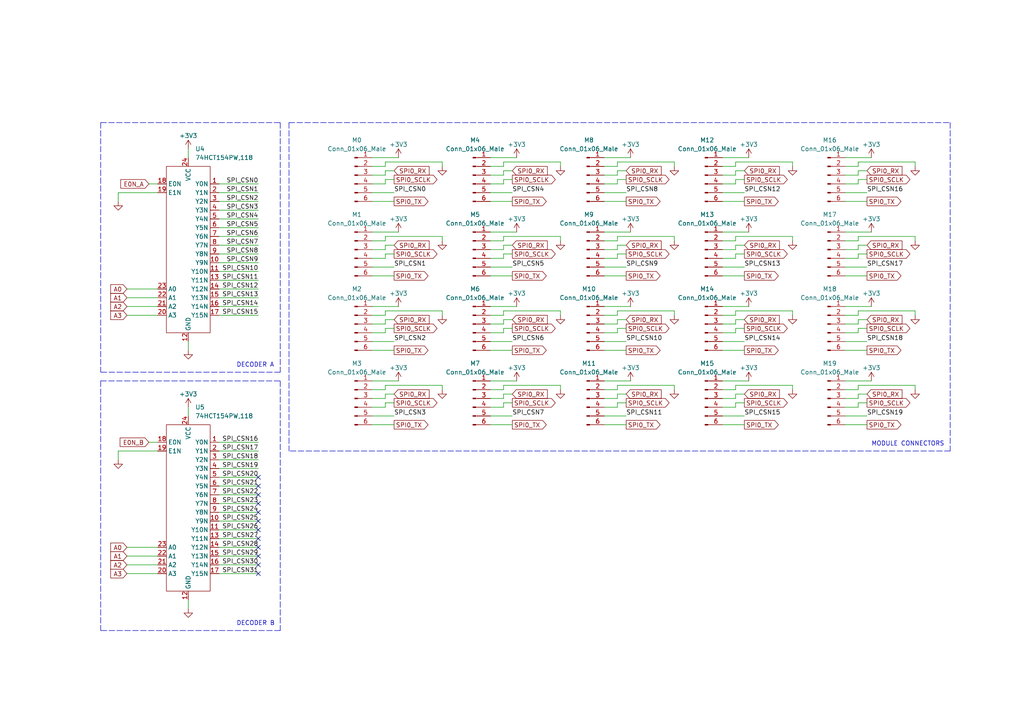
<source format=kicad_sch>
(kicad_sch (version 20211123) (generator eeschema)

  (uuid f505dcd4-a1b3-4baa-b206-f6cccc2c8328)

  (paper "A4")

  (title_block
    (title "Prototroller Motherboard")
    (date "2023-01-31")
    (rev "1")
  )

  (lib_symbols
    (symbol "Connector:Conn_01x06_Male" (pin_names (offset 1.016) hide) (in_bom yes) (on_board yes)
      (property "Reference" "J" (id 0) (at 0 7.62 0)
        (effects (font (size 1.27 1.27)))
      )
      (property "Value" "Conn_01x06_Male" (id 1) (at 0 -10.16 0)
        (effects (font (size 1.27 1.27)))
      )
      (property "Footprint" "" (id 2) (at 0 0 0)
        (effects (font (size 1.27 1.27)) hide)
      )
      (property "Datasheet" "~" (id 3) (at 0 0 0)
        (effects (font (size 1.27 1.27)) hide)
      )
      (property "ki_keywords" "connector" (id 4) (at 0 0 0)
        (effects (font (size 1.27 1.27)) hide)
      )
      (property "ki_description" "Generic connector, single row, 01x06, script generated (kicad-library-utils/schlib/autogen/connector/)" (id 5) (at 0 0 0)
        (effects (font (size 1.27 1.27)) hide)
      )
      (property "ki_fp_filters" "Connector*:*_1x??_*" (id 6) (at 0 0 0)
        (effects (font (size 1.27 1.27)) hide)
      )
      (symbol "Conn_01x06_Male_1_1"
        (polyline
          (pts
            (xy 1.27 -7.62)
            (xy 0.8636 -7.62)
          )
          (stroke (width 0.1524) (type default) (color 0 0 0 0))
          (fill (type none))
        )
        (polyline
          (pts
            (xy 1.27 -5.08)
            (xy 0.8636 -5.08)
          )
          (stroke (width 0.1524) (type default) (color 0 0 0 0))
          (fill (type none))
        )
        (polyline
          (pts
            (xy 1.27 -2.54)
            (xy 0.8636 -2.54)
          )
          (stroke (width 0.1524) (type default) (color 0 0 0 0))
          (fill (type none))
        )
        (polyline
          (pts
            (xy 1.27 0)
            (xy 0.8636 0)
          )
          (stroke (width 0.1524) (type default) (color 0 0 0 0))
          (fill (type none))
        )
        (polyline
          (pts
            (xy 1.27 2.54)
            (xy 0.8636 2.54)
          )
          (stroke (width 0.1524) (type default) (color 0 0 0 0))
          (fill (type none))
        )
        (polyline
          (pts
            (xy 1.27 5.08)
            (xy 0.8636 5.08)
          )
          (stroke (width 0.1524) (type default) (color 0 0 0 0))
          (fill (type none))
        )
        (rectangle (start 0.8636 -7.493) (end 0 -7.747)
          (stroke (width 0.1524) (type default) (color 0 0 0 0))
          (fill (type outline))
        )
        (rectangle (start 0.8636 -4.953) (end 0 -5.207)
          (stroke (width 0.1524) (type default) (color 0 0 0 0))
          (fill (type outline))
        )
        (rectangle (start 0.8636 -2.413) (end 0 -2.667)
          (stroke (width 0.1524) (type default) (color 0 0 0 0))
          (fill (type outline))
        )
        (rectangle (start 0.8636 0.127) (end 0 -0.127)
          (stroke (width 0.1524) (type default) (color 0 0 0 0))
          (fill (type outline))
        )
        (rectangle (start 0.8636 2.667) (end 0 2.413)
          (stroke (width 0.1524) (type default) (color 0 0 0 0))
          (fill (type outline))
        )
        (rectangle (start 0.8636 5.207) (end 0 4.953)
          (stroke (width 0.1524) (type default) (color 0 0 0 0))
          (fill (type outline))
        )
        (pin passive line (at 5.08 5.08 180) (length 3.81)
          (name "Pin_1" (effects (font (size 1.27 1.27))))
          (number "1" (effects (font (size 1.27 1.27))))
        )
        (pin passive line (at 5.08 2.54 180) (length 3.81)
          (name "Pin_2" (effects (font (size 1.27 1.27))))
          (number "2" (effects (font (size 1.27 1.27))))
        )
        (pin passive line (at 5.08 0 180) (length 3.81)
          (name "Pin_3" (effects (font (size 1.27 1.27))))
          (number "3" (effects (font (size 1.27 1.27))))
        )
        (pin passive line (at 5.08 -2.54 180) (length 3.81)
          (name "Pin_4" (effects (font (size 1.27 1.27))))
          (number "4" (effects (font (size 1.27 1.27))))
        )
        (pin passive line (at 5.08 -5.08 180) (length 3.81)
          (name "Pin_5" (effects (font (size 1.27 1.27))))
          (number "5" (effects (font (size 1.27 1.27))))
        )
        (pin passive line (at 5.08 -7.62 180) (length 3.81)
          (name "Pin_6" (effects (font (size 1.27 1.27))))
          (number "6" (effects (font (size 1.27 1.27))))
        )
      )
    )
    (symbol "power:+3V3" (power) (pin_names (offset 0)) (in_bom yes) (on_board yes)
      (property "Reference" "#PWR" (id 0) (at 0 -3.81 0)
        (effects (font (size 1.27 1.27)) hide)
      )
      (property "Value" "+3V3" (id 1) (at 0 3.556 0)
        (effects (font (size 1.27 1.27)))
      )
      (property "Footprint" "" (id 2) (at 0 0 0)
        (effects (font (size 1.27 1.27)) hide)
      )
      (property "Datasheet" "" (id 3) (at 0 0 0)
        (effects (font (size 1.27 1.27)) hide)
      )
      (property "ki_keywords" "global power" (id 4) (at 0 0 0)
        (effects (font (size 1.27 1.27)) hide)
      )
      (property "ki_description" "Power symbol creates a global label with name \"+3V3\"" (id 5) (at 0 0 0)
        (effects (font (size 1.27 1.27)) hide)
      )
      (symbol "+3V3_0_1"
        (polyline
          (pts
            (xy -0.762 1.27)
            (xy 0 2.54)
          )
          (stroke (width 0) (type default) (color 0 0 0 0))
          (fill (type none))
        )
        (polyline
          (pts
            (xy 0 0)
            (xy 0 2.54)
          )
          (stroke (width 0) (type default) (color 0 0 0 0))
          (fill (type none))
        )
        (polyline
          (pts
            (xy 0 2.54)
            (xy 0.762 1.27)
          )
          (stroke (width 0) (type default) (color 0 0 0 0))
          (fill (type none))
        )
      )
      (symbol "+3V3_1_1"
        (pin power_in line (at 0 0 90) (length 0) hide
          (name "+3V3" (effects (font (size 1.27 1.27))))
          (number "1" (effects (font (size 1.27 1.27))))
        )
      )
    )
    (symbol "power:GND" (power) (pin_names (offset 0)) (in_bom yes) (on_board yes)
      (property "Reference" "#PWR" (id 0) (at 0 -6.35 0)
        (effects (font (size 1.27 1.27)) hide)
      )
      (property "Value" "GND" (id 1) (at 0 -3.81 0)
        (effects (font (size 1.27 1.27)))
      )
      (property "Footprint" "" (id 2) (at 0 0 0)
        (effects (font (size 1.27 1.27)) hide)
      )
      (property "Datasheet" "" (id 3) (at 0 0 0)
        (effects (font (size 1.27 1.27)) hide)
      )
      (property "ki_keywords" "global power" (id 4) (at 0 0 0)
        (effects (font (size 1.27 1.27)) hide)
      )
      (property "ki_description" "Power symbol creates a global label with name \"GND\" , ground" (id 5) (at 0 0 0)
        (effects (font (size 1.27 1.27)) hide)
      )
      (symbol "GND_0_1"
        (polyline
          (pts
            (xy 0 0)
            (xy 0 -1.27)
            (xy 1.27 -1.27)
            (xy 0 -2.54)
            (xy -1.27 -1.27)
            (xy 0 -1.27)
          )
          (stroke (width 0) (type default) (color 0 0 0 0))
          (fill (type none))
        )
      )
      (symbol "GND_1_1"
        (pin power_in line (at 0 0 270) (length 0) hide
          (name "GND" (effects (font (size 1.27 1.27))))
          (number "1" (effects (font (size 1.27 1.27))))
        )
      )
    )
    (symbol "prototroller_symbols:74HCT154PW,118" (in_bom yes) (on_board yes)
      (property "Reference" "U6" (id 0) (at 2.54 16.51 0)
        (effects (font (size 1.27 1.27)) (justify left))
      )
      (property "Value" "74HCT154PW,118" (id 1) (at -7.62 -13.97 90)
        (effects (font (size 1.27 1.27)) (justify left))
      )
      (property "Footprint" "Package_SO:TSSOP-24_4.4x5mm_P0.4mm" (id 2) (at 8.89 10.16 0)
        (effects (font (size 1.27 1.27)) hide)
      )
      (property "Datasheet" "" (id 3) (at 8.89 10.16 0)
        (effects (font (size 1.27 1.27)) hide)
      )
      (symbol "74HCT154PW,118_0_0"
        (pin output line (at 8.89 10.16 180) (length 2.54)
          (name "Y0N" (effects (font (size 1.27 1.27))))
          (number "1" (effects (font (size 1.27 1.27))))
        )
        (pin output line (at 8.89 -12.7 180) (length 2.54)
          (name "Y9N" (effects (font (size 1.27 1.27))))
          (number "10" (effects (font (size 1.27 1.27))))
        )
        (pin output line (at 8.89 -15.24 180) (length 2.54)
          (name "Y10N" (effects (font (size 1.27 1.27))))
          (number "11" (effects (font (size 1.27 1.27))))
        )
        (pin power_in line (at 0 -35.56 90) (length 2.54)
          (name "GND" (effects (font (size 1.27 1.27))))
          (number "12" (effects (font (size 1.27 1.27))))
        )
        (pin output line (at 8.89 -17.78 180) (length 2.54)
          (name "Y11N" (effects (font (size 1.27 1.27))))
          (number "13" (effects (font (size 1.27 1.27))))
        )
        (pin output line (at 8.89 -20.32 180) (length 2.54)
          (name "Y12N" (effects (font (size 1.27 1.27))))
          (number "14" (effects (font (size 1.27 1.27))))
        )
        (pin output line (at 8.89 -22.86 180) (length 2.54)
          (name "Y13N" (effects (font (size 1.27 1.27))))
          (number "15" (effects (font (size 1.27 1.27))))
        )
        (pin output line (at 8.89 -25.4 180) (length 2.54)
          (name "Y14N" (effects (font (size 1.27 1.27))))
          (number "16" (effects (font (size 1.27 1.27))))
        )
        (pin output line (at 8.89 -27.94 180) (length 2.54)
          (name "Y15N" (effects (font (size 1.27 1.27))))
          (number "17" (effects (font (size 1.27 1.27))))
        )
        (pin input line (at -8.89 10.16 0) (length 2.54)
          (name "E0N" (effects (font (size 1.27 1.27))))
          (number "18" (effects (font (size 1.27 1.27))))
        )
        (pin input line (at -8.89 7.62 0) (length 2.54)
          (name "E1N" (effects (font (size 1.27 1.27))))
          (number "19" (effects (font (size 1.27 1.27))))
        )
        (pin output line (at 8.89 7.62 180) (length 2.54)
          (name "Y1N" (effects (font (size 1.27 1.27))))
          (number "2" (effects (font (size 1.27 1.27))))
        )
        (pin input line (at -8.89 -27.94 0) (length 2.54)
          (name "A3" (effects (font (size 1.27 1.27))))
          (number "20" (effects (font (size 1.27 1.27))))
        )
        (pin input line (at -8.89 -25.4 0) (length 2.54)
          (name "A2" (effects (font (size 1.27 1.27))))
          (number "21" (effects (font (size 1.27 1.27))))
        )
        (pin input line (at -8.89 -22.86 0) (length 2.54)
          (name "A1" (effects (font (size 1.27 1.27))))
          (number "22" (effects (font (size 1.27 1.27))))
        )
        (pin input line (at -8.89 -20.32 0) (length 2.54)
          (name "A0" (effects (font (size 1.27 1.27))))
          (number "23" (effects (font (size 1.27 1.27))))
        )
        (pin input line (at 0 17.78 270) (length 2.54)
          (name "VCC" (effects (font (size 1.27 1.27))))
          (number "24" (effects (font (size 1.27 1.27))))
        )
        (pin output line (at 8.89 5.08 180) (length 2.54)
          (name "Y2N" (effects (font (size 1.27 1.27))))
          (number "3" (effects (font (size 1.27 1.27))))
        )
        (pin output line (at 8.89 2.54 180) (length 2.54)
          (name "Y3N" (effects (font (size 1.27 1.27))))
          (number "4" (effects (font (size 1.27 1.27))))
        )
        (pin output line (at 8.89 0 180) (length 2.54)
          (name "Y4N" (effects (font (size 1.27 1.27))))
          (number "5" (effects (font (size 1.27 1.27))))
        )
        (pin output line (at 8.89 -2.54 180) (length 2.54)
          (name "Y5N" (effects (font (size 1.27 1.27))))
          (number "6" (effects (font (size 1.27 1.27))))
        )
        (pin output line (at 8.89 -5.08 180) (length 2.54)
          (name "Y6N" (effects (font (size 1.27 1.27))))
          (number "7" (effects (font (size 1.27 1.27))))
        )
        (pin output line (at 8.89 -7.62 180) (length 2.54)
          (name "Y7N" (effects (font (size 1.27 1.27))))
          (number "8" (effects (font (size 1.27 1.27))))
        )
        (pin output line (at 8.89 -10.16 180) (length 2.54)
          (name "Y8N" (effects (font (size 1.27 1.27))))
          (number "9" (effects (font (size 1.27 1.27))))
        )
      )
      (symbol "74HCT154PW,118_0_1"
        (rectangle (start -6.35 15.24) (end 6.35 -33.02)
          (stroke (width 0) (type default) (color 0 0 0 0))
          (fill (type none))
        )
      )
    )
  )


  (no_connect (at 74.93 156.21) (uuid 05b0a626-c539-4be1-a83c-34a443296646))
  (no_connect (at 74.93 153.67) (uuid 0cf2f531-50f3-4397-8d91-81db4f0d3c2b))
  (no_connect (at 74.93 163.83) (uuid 27e64aa2-35f4-4430-a33d-ce19bb88a59f))
  (no_connect (at 74.93 143.51) (uuid 3c0d32c5-5f80-4e38-945b-6df15eda6c45))
  (no_connect (at 74.93 146.05) (uuid 4744028a-247a-423f-ae80-d621cd9a69b7))
  (no_connect (at 74.93 158.75) (uuid 4aeb03f6-2969-4d45-bda4-b4498f3e61b5))
  (no_connect (at 74.93 166.37) (uuid 4af0b321-5c60-489b-ae59-64fb98ffcdd6))
  (no_connect (at 74.93 161.29) (uuid 5f14a03f-2cae-46ac-824e-de5be836bc9d))
  (no_connect (at 74.93 151.13) (uuid 7cb778ef-43e9-4a77-b8a3-d439ed331c69))
  (no_connect (at 74.93 140.97) (uuid 8d95ac60-1020-4a38-8cfc-ae906269b338))
  (no_connect (at 74.93 148.59) (uuid d9a5e6ed-4230-46a8-a4e3-a8b862010d2a))
  (no_connect (at 74.93 138.43) (uuid db73c1aa-f7cd-4cdf-90ac-48154c3ebcaa))

  (wire (pts (xy 63.5 78.74) (xy 74.93 78.74))
    (stroke (width 0) (type default) (color 0 0 0 0))
    (uuid 007ce25b-2ede-459d-b12c-02622051b47f)
  )
  (wire (pts (xy 63.5 60.96) (xy 74.93 60.96))
    (stroke (width 0) (type default) (color 0 0 0 0))
    (uuid 009070b8-1ccc-4cfb-8561-6c8949a16ec8)
  )
  (wire (pts (xy 146.05 114.3) (xy 148.59 114.3))
    (stroke (width 0) (type default) (color 0 0 0 0))
    (uuid 009480cc-4020-422f-b036-1f617df2b0ed)
  )
  (wire (pts (xy 142.24 93.98) (xy 146.05 93.98))
    (stroke (width 0) (type default) (color 0 0 0 0))
    (uuid 00caa07b-b294-4a80-b1cb-417e02ee6b54)
  )
  (wire (pts (xy 245.11 80.01) (xy 251.46 80.01))
    (stroke (width 0) (type default) (color 0 0 0 0))
    (uuid 02399d48-a547-4870-a5cf-ac54779cae1b)
  )
  (wire (pts (xy 34.29 58.42) (xy 34.29 55.88))
    (stroke (width 0) (type default) (color 0 0 0 0))
    (uuid 039eff33-c392-4bae-adba-daa4d4b4879e)
  )
  (polyline (pts (xy 29.21 35.56) (xy 29.21 107.95))
    (stroke (width 0) (type default) (color 0 0 0 0))
    (uuid 03a709f8-2c1d-4c85-bbbe-429b41945565)
  )

  (wire (pts (xy 63.5 76.2) (xy 74.93 76.2))
    (stroke (width 0) (type default) (color 0 0 0 0))
    (uuid 03d35367-9bc0-48d0-b8a2-c2c00567dc0f)
  )
  (wire (pts (xy 111.76 90.17) (xy 128.27 90.17))
    (stroke (width 0) (type default) (color 0 0 0 0))
    (uuid 040ff617-1e19-4be8-8e41-c8b12ad404e3)
  )
  (wire (pts (xy 107.95 123.19) (xy 114.3 123.19))
    (stroke (width 0) (type default) (color 0 0 0 0))
    (uuid 04a18a53-bfd7-4ca7-821b-f6925556e5fc)
  )
  (wire (pts (xy 245.11 115.57) (xy 248.92 115.57))
    (stroke (width 0) (type default) (color 0 0 0 0))
    (uuid 04f96fae-0e49-4962-a519-26eab56cb279)
  )
  (wire (pts (xy 245.11 72.39) (xy 248.92 72.39))
    (stroke (width 0) (type default) (color 0 0 0 0))
    (uuid 052cfa9a-5ab5-403f-ad8a-225c582c9906)
  )
  (wire (pts (xy 54.61 43.18) (xy 54.61 45.72))
    (stroke (width 0) (type default) (color 0 0 0 0))
    (uuid 069a081c-1d3f-4275-b599-c7091b7f4f14)
  )
  (wire (pts (xy 179.07 116.84) (xy 181.61 116.84))
    (stroke (width 0) (type default) (color 0 0 0 0))
    (uuid 069d39b4-0a31-40c1-9238-277cb9435063)
  )
  (wire (pts (xy 34.29 130.81) (xy 34.29 133.35))
    (stroke (width 0) (type default) (color 0 0 0 0))
    (uuid 06c831ca-bc6f-4bc1-b8ee-570ab18657bc)
  )
  (wire (pts (xy 248.92 74.93) (xy 248.92 73.66))
    (stroke (width 0) (type default) (color 0 0 0 0))
    (uuid 0742a6b0-c34d-4b4b-86d7-c0ae92f3f0a6)
  )
  (wire (pts (xy 213.36 46.99) (xy 229.87 46.99))
    (stroke (width 0) (type default) (color 0 0 0 0))
    (uuid 07c93a53-443d-4532-89da-0f9dc7ac5601)
  )
  (wire (pts (xy 142.24 115.57) (xy 146.05 115.57))
    (stroke (width 0) (type default) (color 0 0 0 0))
    (uuid 08a107f1-4a60-4fbd-bfae-f5314bc1e765)
  )
  (wire (pts (xy 146.05 68.58) (xy 162.56 68.58))
    (stroke (width 0) (type default) (color 0 0 0 0))
    (uuid 08f77770-af6c-4172-b8bc-fd84488f2938)
  )
  (wire (pts (xy 111.76 96.52) (xy 111.76 95.25))
    (stroke (width 0) (type default) (color 0 0 0 0))
    (uuid 09643a83-1619-4788-b792-6a6dfaaf0b60)
  )
  (wire (pts (xy 36.83 86.36) (xy 45.72 86.36))
    (stroke (width 0) (type default) (color 0 0 0 0))
    (uuid 09662bcb-2981-4b74-942c-83ab8bca234b)
  )
  (polyline (pts (xy 81.28 182.88) (xy 29.21 182.88))
    (stroke (width 0) (type default) (color 0 0 0 0))
    (uuid 0a9ec50f-6867-44d7-8439-2e56971bded3)
  )

  (wire (pts (xy 175.26 69.85) (xy 179.07 69.85))
    (stroke (width 0) (type default) (color 0 0 0 0))
    (uuid 0bc2964a-9116-4473-965a-9ffc19fc7b8f)
  )
  (wire (pts (xy 63.5 138.43) (xy 74.93 138.43))
    (stroke (width 0) (type default) (color 0 0 0 0))
    (uuid 0c40c308-5efb-4a98-b2e1-3553bc8e471c)
  )
  (wire (pts (xy 213.36 114.3) (xy 215.9 114.3))
    (stroke (width 0) (type default) (color 0 0 0 0))
    (uuid 0c6c6e2b-b16a-4da3-b696-1babd10e75bb)
  )
  (wire (pts (xy 248.92 95.25) (xy 251.46 95.25))
    (stroke (width 0) (type default) (color 0 0 0 0))
    (uuid 0cf1569c-e3d4-4eab-869d-c8f22b8f21f3)
  )
  (wire (pts (xy 245.11 96.52) (xy 248.92 96.52))
    (stroke (width 0) (type default) (color 0 0 0 0))
    (uuid 0e682422-8364-4979-9d5b-55c0451a4ad9)
  )
  (wire (pts (xy 142.24 48.26) (xy 146.05 48.26))
    (stroke (width 0) (type default) (color 0 0 0 0))
    (uuid 0ef7b19d-3a50-452e-92c5-9bc45b1156bb)
  )
  (wire (pts (xy 142.24 55.88) (xy 148.59 55.88))
    (stroke (width 0) (type default) (color 0 0 0 0))
    (uuid 0f9d2b98-0288-4a45-868c-aeff81899731)
  )
  (wire (pts (xy 146.05 46.99) (xy 162.56 46.99))
    (stroke (width 0) (type default) (color 0 0 0 0))
    (uuid 1053cdea-37fd-4be0-973e-bb6afd873e07)
  )
  (wire (pts (xy 142.24 120.65) (xy 148.59 120.65))
    (stroke (width 0) (type default) (color 0 0 0 0))
    (uuid 10988189-9a3b-455e-bc56-ff115e12d505)
  )
  (wire (pts (xy 179.07 111.76) (xy 195.58 111.76))
    (stroke (width 0) (type default) (color 0 0 0 0))
    (uuid 109e8468-31e6-4716-8a49-63879f6dbac2)
  )
  (wire (pts (xy 111.76 93.98) (xy 111.76 92.71))
    (stroke (width 0) (type default) (color 0 0 0 0))
    (uuid 118cc481-7ed5-4989-8d79-2bbd15fc8ba2)
  )
  (wire (pts (xy 213.36 111.76) (xy 229.87 111.76))
    (stroke (width 0) (type default) (color 0 0 0 0))
    (uuid 11e07733-10ca-4d50-b597-fa1e9c37836b)
  )
  (wire (pts (xy 209.55 80.01) (xy 215.9 80.01))
    (stroke (width 0) (type default) (color 0 0 0 0))
    (uuid 1325b7df-3a47-40b5-9618-b639f4fd2ae1)
  )
  (wire (pts (xy 213.36 96.52) (xy 213.36 95.25))
    (stroke (width 0) (type default) (color 0 0 0 0))
    (uuid 138cc467-6969-428a-8feb-54264f4fb49e)
  )
  (wire (pts (xy 146.05 69.85) (xy 146.05 68.58))
    (stroke (width 0) (type default) (color 0 0 0 0))
    (uuid 14d939be-9234-4696-83a7-e92b0a901087)
  )
  (wire (pts (xy 175.26 101.6) (xy 181.61 101.6))
    (stroke (width 0) (type default) (color 0 0 0 0))
    (uuid 15b48875-d927-41e8-8a5d-106aba6d485c)
  )
  (polyline (pts (xy 275.59 35.56) (xy 275.59 130.81))
    (stroke (width 0) (type default) (color 0 0 0 0))
    (uuid 1620063b-fe3b-4b2b-bfb8-d4faa25033ed)
  )

  (wire (pts (xy 245.11 123.19) (xy 251.46 123.19))
    (stroke (width 0) (type default) (color 0 0 0 0))
    (uuid 163c69e8-3939-4eb2-8283-81b1ec19955e)
  )
  (wire (pts (xy 248.92 71.12) (xy 251.46 71.12))
    (stroke (width 0) (type default) (color 0 0 0 0))
    (uuid 167d1289-9516-4044-bdf6-6d936bb1fb6f)
  )
  (wire (pts (xy 63.5 161.29) (xy 74.93 161.29))
    (stroke (width 0) (type default) (color 0 0 0 0))
    (uuid 17d96929-4432-4c21-a8e6-c1353bd7dad5)
  )
  (wire (pts (xy 128.27 90.17) (xy 128.27 91.44))
    (stroke (width 0) (type default) (color 0 0 0 0))
    (uuid 18b95599-fb41-4164-a8e9-c00fe2874a5b)
  )
  (wire (pts (xy 142.24 69.85) (xy 146.05 69.85))
    (stroke (width 0) (type default) (color 0 0 0 0))
    (uuid 19ea995d-c749-4de6-96f1-4c12419672e3)
  )
  (wire (pts (xy 162.56 46.99) (xy 162.56 48.26))
    (stroke (width 0) (type default) (color 0 0 0 0))
    (uuid 1a02e33f-a227-44c3-bccd-d2bd63a9d151)
  )
  (wire (pts (xy 63.5 166.37) (xy 74.93 166.37))
    (stroke (width 0) (type default) (color 0 0 0 0))
    (uuid 1a1f0278-1b5d-4a92-8b66-9367121894bf)
  )
  (wire (pts (xy 107.95 50.8) (xy 111.76 50.8))
    (stroke (width 0) (type default) (color 0 0 0 0))
    (uuid 1b0bcdae-35e1-4a3f-b963-77203881948c)
  )
  (wire (pts (xy 248.92 46.99) (xy 265.43 46.99))
    (stroke (width 0) (type default) (color 0 0 0 0))
    (uuid 1b1765d1-5053-4dba-bc4d-839afa1b121c)
  )
  (wire (pts (xy 146.05 52.07) (xy 148.59 52.07))
    (stroke (width 0) (type default) (color 0 0 0 0))
    (uuid 1b94fb73-3a93-4c1b-97fd-93ebf71866e8)
  )
  (wire (pts (xy 213.36 93.98) (xy 213.36 92.71))
    (stroke (width 0) (type default) (color 0 0 0 0))
    (uuid 1ce114be-16ab-41b5-95ab-d0031a530696)
  )
  (wire (pts (xy 63.5 153.67) (xy 74.93 153.67))
    (stroke (width 0) (type default) (color 0 0 0 0))
    (uuid 1d473f63-bcf6-439c-a947-5e06c8f8e6f9)
  )
  (wire (pts (xy 179.07 48.26) (xy 179.07 46.99))
    (stroke (width 0) (type default) (color 0 0 0 0))
    (uuid 1dfa2fa4-53fe-462f-bbcb-0bf61e3da0db)
  )
  (wire (pts (xy 248.92 72.39) (xy 248.92 71.12))
    (stroke (width 0) (type default) (color 0 0 0 0))
    (uuid 1e4363ea-7d83-42d0-8737-0a01b13425e3)
  )
  (wire (pts (xy 142.24 50.8) (xy 146.05 50.8))
    (stroke (width 0) (type default) (color 0 0 0 0))
    (uuid 1e9ee8c4-0c42-4bf8-952a-387b8eaf759e)
  )
  (wire (pts (xy 209.55 118.11) (xy 213.36 118.11))
    (stroke (width 0) (type default) (color 0 0 0 0))
    (uuid 1f26ba96-205e-442a-abce-00a967d271c1)
  )
  (wire (pts (xy 107.95 88.9) (xy 115.57 88.9))
    (stroke (width 0) (type default) (color 0 0 0 0))
    (uuid 20ca2c96-226f-47cd-a648-3289c06339ba)
  )
  (wire (pts (xy 179.07 90.17) (xy 195.58 90.17))
    (stroke (width 0) (type default) (color 0 0 0 0))
    (uuid 224b6c6c-8a0b-4688-9822-df0fa76bdba1)
  )
  (wire (pts (xy 209.55 120.65) (xy 215.9 120.65))
    (stroke (width 0) (type default) (color 0 0 0 0))
    (uuid 2306361d-f8b0-4e0e-be19-fa9f0d6a4543)
  )
  (wire (pts (xy 107.95 67.31) (xy 115.57 67.31))
    (stroke (width 0) (type default) (color 0 0 0 0))
    (uuid 245e66e1-0805-4607-8ee5-418cb0c4db2c)
  )
  (wire (pts (xy 107.95 101.6) (xy 114.3 101.6))
    (stroke (width 0) (type default) (color 0 0 0 0))
    (uuid 25606d97-a5fd-48de-a6cc-fdde4c412385)
  )
  (wire (pts (xy 146.05 50.8) (xy 146.05 49.53))
    (stroke (width 0) (type default) (color 0 0 0 0))
    (uuid 25872f3e-5b12-4da6-b7d5-6c3442369981)
  )
  (wire (pts (xy 146.05 72.39) (xy 146.05 71.12))
    (stroke (width 0) (type default) (color 0 0 0 0))
    (uuid 28b544c7-9b66-4ba4-83b7-24306ec54e1f)
  )
  (wire (pts (xy 175.26 74.93) (xy 179.07 74.93))
    (stroke (width 0) (type default) (color 0 0 0 0))
    (uuid 2974121b-5f98-437e-a20e-25028542dd72)
  )
  (wire (pts (xy 111.76 50.8) (xy 111.76 49.53))
    (stroke (width 0) (type default) (color 0 0 0 0))
    (uuid 2a2fb2c1-0089-453a-af4a-adda839d7871)
  )
  (wire (pts (xy 265.43 46.99) (xy 265.43 48.26))
    (stroke (width 0) (type default) (color 0 0 0 0))
    (uuid 2a65a996-9e32-40bb-a87d-74c74b8d0568)
  )
  (wire (pts (xy 111.76 48.26) (xy 111.76 46.99))
    (stroke (width 0) (type default) (color 0 0 0 0))
    (uuid 2a75f19a-c81a-48d0-96e6-bfadff4dd041)
  )
  (wire (pts (xy 111.76 46.99) (xy 128.27 46.99))
    (stroke (width 0) (type default) (color 0 0 0 0))
    (uuid 2ad7f295-5652-4bce-8dd8-0594e248d260)
  )
  (wire (pts (xy 209.55 67.31) (xy 217.17 67.31))
    (stroke (width 0) (type default) (color 0 0 0 0))
    (uuid 2b12f585-a3c5-4aa6-98f0-215c835f2179)
  )
  (wire (pts (xy 111.76 115.57) (xy 111.76 114.3))
    (stroke (width 0) (type default) (color 0 0 0 0))
    (uuid 2b487af9-b1d7-40db-a28e-c17d24566124)
  )
  (polyline (pts (xy 29.21 110.49) (xy 29.21 182.88))
    (stroke (width 0) (type default) (color 0 0 0 0))
    (uuid 2e154f0d-be3c-4329-808b-58cf7f1d1113)
  )

  (wire (pts (xy 107.95 110.49) (xy 115.57 110.49))
    (stroke (width 0) (type default) (color 0 0 0 0))
    (uuid 2f6b3557-d9f2-4e98-9dad-5d7deac36d26)
  )
  (wire (pts (xy 107.95 80.01) (xy 114.3 80.01))
    (stroke (width 0) (type default) (color 0 0 0 0))
    (uuid 2fb4a399-f4f7-4519-83b9-9a5ec2bfd981)
  )
  (wire (pts (xy 146.05 48.26) (xy 146.05 46.99))
    (stroke (width 0) (type default) (color 0 0 0 0))
    (uuid 30856a4a-9ead-4f4d-8723-7f9634519af2)
  )
  (wire (pts (xy 179.07 96.52) (xy 179.07 95.25))
    (stroke (width 0) (type default) (color 0 0 0 0))
    (uuid 30aa4da9-9907-4461-80ca-d167f7d14675)
  )
  (wire (pts (xy 213.36 115.57) (xy 213.36 114.3))
    (stroke (width 0) (type default) (color 0 0 0 0))
    (uuid 30b6a991-3a92-4760-ac80-cbd6b4608381)
  )
  (wire (pts (xy 162.56 90.17) (xy 162.56 91.44))
    (stroke (width 0) (type default) (color 0 0 0 0))
    (uuid 30d7eb50-d5cc-4a7e-9747-5ec6b173d80d)
  )
  (wire (pts (xy 265.43 68.58) (xy 265.43 69.85))
    (stroke (width 0) (type default) (color 0 0 0 0))
    (uuid 31bd789a-46be-4c42-b609-fad00e5092a6)
  )
  (wire (pts (xy 36.83 91.44) (xy 45.72 91.44))
    (stroke (width 0) (type default) (color 0 0 0 0))
    (uuid 32978a82-7802-4b03-8986-91ece63a8e96)
  )
  (wire (pts (xy 45.72 53.34) (xy 43.18 53.34))
    (stroke (width 0) (type default) (color 0 0 0 0))
    (uuid 346126e6-7099-4f85-91ae-8fc2db6f9a87)
  )
  (wire (pts (xy 146.05 53.34) (xy 146.05 52.07))
    (stroke (width 0) (type default) (color 0 0 0 0))
    (uuid 357ceaa0-281d-4c57-a238-ddce73cf24e5)
  )
  (wire (pts (xy 245.11 77.47) (xy 251.46 77.47))
    (stroke (width 0) (type default) (color 0 0 0 0))
    (uuid 35e91397-5db6-4ece-8b91-d574180fce62)
  )
  (wire (pts (xy 213.36 92.71) (xy 215.9 92.71))
    (stroke (width 0) (type default) (color 0 0 0 0))
    (uuid 36668852-2fa8-44b5-876c-b64a9e6f8676)
  )
  (wire (pts (xy 179.07 95.25) (xy 181.61 95.25))
    (stroke (width 0) (type default) (color 0 0 0 0))
    (uuid 36d2b309-de33-4f29-99d7-6d3f0f45540b)
  )
  (wire (pts (xy 209.55 77.47) (xy 215.9 77.47))
    (stroke (width 0) (type default) (color 0 0 0 0))
    (uuid 3700b404-1f77-4a63-8517-74e8d02c326a)
  )
  (wire (pts (xy 146.05 91.44) (xy 146.05 90.17))
    (stroke (width 0) (type default) (color 0 0 0 0))
    (uuid 37a6b58e-b53f-419d-8800-2932836752e5)
  )
  (wire (pts (xy 128.27 68.58) (xy 128.27 69.85))
    (stroke (width 0) (type default) (color 0 0 0 0))
    (uuid 37b8dfb7-7b33-498e-925c-256206486076)
  )
  (wire (pts (xy 179.07 71.12) (xy 181.61 71.12))
    (stroke (width 0) (type default) (color 0 0 0 0))
    (uuid 38339ed1-de5c-48e2-bd9f-3feb5a6e11ad)
  )
  (polyline (pts (xy 83.82 35.56) (xy 275.59 35.56))
    (stroke (width 0) (type default) (color 0 0 0 0))
    (uuid 38feb640-889d-4d24-829c-19dc69a6e08a)
  )

  (wire (pts (xy 142.24 91.44) (xy 146.05 91.44))
    (stroke (width 0) (type default) (color 0 0 0 0))
    (uuid 3993e466-d729-42b0-aff8-b5154f9c7ed8)
  )
  (wire (pts (xy 195.58 111.76) (xy 195.58 113.03))
    (stroke (width 0) (type default) (color 0 0 0 0))
    (uuid 3a7b5c3c-79fc-42ad-81d7-bead5a7ff12f)
  )
  (wire (pts (xy 175.26 48.26) (xy 179.07 48.26))
    (stroke (width 0) (type default) (color 0 0 0 0))
    (uuid 3ab4fc14-e44b-4866-9c37-5083e0a19918)
  )
  (wire (pts (xy 146.05 73.66) (xy 148.59 73.66))
    (stroke (width 0) (type default) (color 0 0 0 0))
    (uuid 3ab59868-f044-496d-af1f-e670e0c595c0)
  )
  (wire (pts (xy 107.95 53.34) (xy 111.76 53.34))
    (stroke (width 0) (type default) (color 0 0 0 0))
    (uuid 3c1a692e-401e-4fc7-b4ba-efebb71f72da)
  )
  (wire (pts (xy 63.5 146.05) (xy 74.93 146.05))
    (stroke (width 0) (type default) (color 0 0 0 0))
    (uuid 3c1df545-4b0c-499c-89ca-c21b19964fd7)
  )
  (wire (pts (xy 248.92 93.98) (xy 248.92 92.71))
    (stroke (width 0) (type default) (color 0 0 0 0))
    (uuid 3d2a7933-d401-4b71-ae1e-de35142f3ae0)
  )
  (wire (pts (xy 107.95 99.06) (xy 114.3 99.06))
    (stroke (width 0) (type default) (color 0 0 0 0))
    (uuid 3d729b90-6499-45c5-99a9-1a07e490404a)
  )
  (wire (pts (xy 63.5 73.66) (xy 74.93 73.66))
    (stroke (width 0) (type default) (color 0 0 0 0))
    (uuid 3f2f6630-0165-42f1-8d04-2f9bcdc77ea5)
  )
  (wire (pts (xy 213.36 68.58) (xy 229.87 68.58))
    (stroke (width 0) (type default) (color 0 0 0 0))
    (uuid 3fffdc51-0821-4c2e-86e4-e611bc8301ad)
  )
  (wire (pts (xy 248.92 69.85) (xy 248.92 68.58))
    (stroke (width 0) (type default) (color 0 0 0 0))
    (uuid 400f19ec-0da2-4812-9d09-0a512e592d99)
  )
  (wire (pts (xy 142.24 113.03) (xy 146.05 113.03))
    (stroke (width 0) (type default) (color 0 0 0 0))
    (uuid 401e706a-0e08-4df8-84f8-a9d7526966f8)
  )
  (wire (pts (xy 146.05 90.17) (xy 162.56 90.17))
    (stroke (width 0) (type default) (color 0 0 0 0))
    (uuid 41c73018-f0a6-4ad5-ab27-440b820a35af)
  )
  (wire (pts (xy 209.55 91.44) (xy 213.36 91.44))
    (stroke (width 0) (type default) (color 0 0 0 0))
    (uuid 421846bd-887f-4018-aceb-a8f7bf94b93a)
  )
  (wire (pts (xy 142.24 53.34) (xy 146.05 53.34))
    (stroke (width 0) (type default) (color 0 0 0 0))
    (uuid 4246decd-e38d-4838-940c-a35040fd317f)
  )
  (wire (pts (xy 175.26 88.9) (xy 182.88 88.9))
    (stroke (width 0) (type default) (color 0 0 0 0))
    (uuid 42c2253e-d0e8-4b82-a926-c778a87fadb1)
  )
  (wire (pts (xy 36.83 88.9) (xy 45.72 88.9))
    (stroke (width 0) (type default) (color 0 0 0 0))
    (uuid 44c8fe69-6ff7-4534-9a5e-c9125eb32cf9)
  )
  (wire (pts (xy 107.95 74.93) (xy 111.76 74.93))
    (stroke (width 0) (type default) (color 0 0 0 0))
    (uuid 45471f35-e72c-49ff-9ce5-c47af8ef23dd)
  )
  (wire (pts (xy 248.92 115.57) (xy 248.92 114.3))
    (stroke (width 0) (type default) (color 0 0 0 0))
    (uuid 455b2cf5-9b8d-484b-9621-8d9a203433f5)
  )
  (polyline (pts (xy 81.28 107.95) (xy 29.21 107.95))
    (stroke (width 0) (type default) (color 0 0 0 0))
    (uuid 46e3541e-b7ff-4d72-a501-20ae1f878cbd)
  )

  (wire (pts (xy 245.11 74.93) (xy 248.92 74.93))
    (stroke (width 0) (type default) (color 0 0 0 0))
    (uuid 47b825d0-ed3d-4cde-b1c8-b012dfa234c8)
  )
  (wire (pts (xy 245.11 101.6) (xy 251.46 101.6))
    (stroke (width 0) (type default) (color 0 0 0 0))
    (uuid 48d41919-c950-4338-ab4a-8e7f450d28e0)
  )
  (wire (pts (xy 245.11 69.85) (xy 248.92 69.85))
    (stroke (width 0) (type default) (color 0 0 0 0))
    (uuid 49e64893-fa75-429e-8a40-cf52b2637f34)
  )
  (polyline (pts (xy 81.28 110.49) (xy 81.28 182.88))
    (stroke (width 0) (type default) (color 0 0 0 0))
    (uuid 4ab21ffd-ffaf-4ff7-8e12-d0ea7debd413)
  )

  (wire (pts (xy 146.05 92.71) (xy 148.59 92.71))
    (stroke (width 0) (type default) (color 0 0 0 0))
    (uuid 4ab3bc2d-370e-41f1-81d3-b0dd53cadee4)
  )
  (wire (pts (xy 179.07 74.93) (xy 179.07 73.66))
    (stroke (width 0) (type default) (color 0 0 0 0))
    (uuid 4ab86358-8453-47ec-863a-605f9ac00fd6)
  )
  (wire (pts (xy 229.87 90.17) (xy 229.87 91.44))
    (stroke (width 0) (type default) (color 0 0 0 0))
    (uuid 4b3801bb-26df-490f-9325-b3d97464683a)
  )
  (wire (pts (xy 175.26 93.98) (xy 179.07 93.98))
    (stroke (width 0) (type default) (color 0 0 0 0))
    (uuid 4dc6ec43-0d23-4076-8193-54befdd0e9a2)
  )
  (wire (pts (xy 36.83 163.83) (xy 45.72 163.83))
    (stroke (width 0) (type default) (color 0 0 0 0))
    (uuid 4de84489-8b63-4c26-9498-bbb0c4fe2df4)
  )
  (polyline (pts (xy 275.59 130.81) (xy 83.82 130.81))
    (stroke (width 0) (type default) (color 0 0 0 0))
    (uuid 4e897904-2d67-4c4c-b51e-4da96dcd185b)
  )

  (wire (pts (xy 213.36 90.17) (xy 229.87 90.17))
    (stroke (width 0) (type default) (color 0 0 0 0))
    (uuid 4f05031b-f8b9-4e45-a3ab-a52f33145948)
  )
  (wire (pts (xy 146.05 115.57) (xy 146.05 114.3))
    (stroke (width 0) (type default) (color 0 0 0 0))
    (uuid 4fb67788-6ae4-4672-8b8b-9ededccada82)
  )
  (wire (pts (xy 63.5 86.36) (xy 74.93 86.36))
    (stroke (width 0) (type default) (color 0 0 0 0))
    (uuid 51484ba7-5311-4748-8a9b-0add7bec87a7)
  )
  (wire (pts (xy 63.5 135.89) (xy 74.93 135.89))
    (stroke (width 0) (type default) (color 0 0 0 0))
    (uuid 52087f20-a0da-49a9-b844-bb7633afa1d5)
  )
  (wire (pts (xy 111.76 95.25) (xy 114.3 95.25))
    (stroke (width 0) (type default) (color 0 0 0 0))
    (uuid 5255d294-9dd4-4a31-91f3-49161d29e967)
  )
  (wire (pts (xy 142.24 72.39) (xy 146.05 72.39))
    (stroke (width 0) (type default) (color 0 0 0 0))
    (uuid 526ae9ae-1e06-451e-b1b1-df9926d845af)
  )
  (wire (pts (xy 36.83 166.37) (xy 45.72 166.37))
    (stroke (width 0) (type default) (color 0 0 0 0))
    (uuid 53359ecb-a3d2-4b8e-b2c6-e82cc0f24dc8)
  )
  (wire (pts (xy 63.5 66.04) (xy 74.93 66.04))
    (stroke (width 0) (type default) (color 0 0 0 0))
    (uuid 5448ff85-cb13-40eb-8af8-0dcd8da84eca)
  )
  (wire (pts (xy 146.05 95.25) (xy 148.59 95.25))
    (stroke (width 0) (type default) (color 0 0 0 0))
    (uuid 5450232d-01f1-409b-bd95-5f47a26fd5c3)
  )
  (wire (pts (xy 142.24 110.49) (xy 149.86 110.49))
    (stroke (width 0) (type default) (color 0 0 0 0))
    (uuid 54a58ca5-d746-4702-9b89-4cb173b308bf)
  )
  (polyline (pts (xy 29.21 35.56) (xy 81.28 35.56))
    (stroke (width 0) (type default) (color 0 0 0 0))
    (uuid 558d674b-b505-47fa-8205-1e58151a28b5)
  )

  (wire (pts (xy 63.5 63.5) (xy 74.93 63.5))
    (stroke (width 0) (type default) (color 0 0 0 0))
    (uuid 5601ce5f-e4d3-4de3-904e-7709e7d32a02)
  )
  (wire (pts (xy 34.29 130.81) (xy 45.72 130.81))
    (stroke (width 0) (type default) (color 0 0 0 0))
    (uuid 562f075a-d483-4345-ab70-f0fd61362cca)
  )
  (wire (pts (xy 213.36 95.25) (xy 215.9 95.25))
    (stroke (width 0) (type default) (color 0 0 0 0))
    (uuid 56740a87-6138-473f-99ff-a5667325a23d)
  )
  (wire (pts (xy 175.26 96.52) (xy 179.07 96.52))
    (stroke (width 0) (type default) (color 0 0 0 0))
    (uuid 571abb30-7d88-44c1-9a3e-1d19832a5197)
  )
  (wire (pts (xy 209.55 115.57) (xy 213.36 115.57))
    (stroke (width 0) (type default) (color 0 0 0 0))
    (uuid 580c7cd0-8025-4c3f-9d08-1dd573c17a95)
  )
  (wire (pts (xy 175.26 45.72) (xy 182.88 45.72))
    (stroke (width 0) (type default) (color 0 0 0 0))
    (uuid 59179108-7af0-4cd7-8181-507c82fb1e1c)
  )
  (wire (pts (xy 63.5 53.34) (xy 74.93 53.34))
    (stroke (width 0) (type default) (color 0 0 0 0))
    (uuid 59831f30-f03f-4f52-887c-27fc30d27112)
  )
  (wire (pts (xy 248.92 49.53) (xy 251.46 49.53))
    (stroke (width 0) (type default) (color 0 0 0 0))
    (uuid 5ac3faef-4ac7-46db-931a-b62c2afe6bce)
  )
  (wire (pts (xy 142.24 123.19) (xy 148.59 123.19))
    (stroke (width 0) (type default) (color 0 0 0 0))
    (uuid 5c350a3f-e9ba-4672-a816-2eff06db6e67)
  )
  (wire (pts (xy 179.07 68.58) (xy 195.58 68.58))
    (stroke (width 0) (type default) (color 0 0 0 0))
    (uuid 5d58ff64-1ead-4a49-a0a0-2a7c3c536d00)
  )
  (wire (pts (xy 229.87 111.76) (xy 229.87 113.03))
    (stroke (width 0) (type default) (color 0 0 0 0))
    (uuid 5d5cf4c1-2c31-4fd5-b2d9-ebed5f37b8cd)
  )
  (wire (pts (xy 179.07 46.99) (xy 195.58 46.99))
    (stroke (width 0) (type default) (color 0 0 0 0))
    (uuid 5f7adfe6-9690-42e0-b611-28cc1336a57f)
  )
  (wire (pts (xy 179.07 72.39) (xy 179.07 71.12))
    (stroke (width 0) (type default) (color 0 0 0 0))
    (uuid 6099de28-3480-4d34-8b33-8c96dffa7e35)
  )
  (wire (pts (xy 63.5 83.82) (xy 74.93 83.82))
    (stroke (width 0) (type default) (color 0 0 0 0))
    (uuid 610e4263-1f4b-4cec-98a0-a69c82b2b997)
  )
  (wire (pts (xy 175.26 80.01) (xy 181.61 80.01))
    (stroke (width 0) (type default) (color 0 0 0 0))
    (uuid 6155b15f-a08f-4751-8615-b570a33dbec1)
  )
  (wire (pts (xy 111.76 91.44) (xy 111.76 90.17))
    (stroke (width 0) (type default) (color 0 0 0 0))
    (uuid 624cdc13-e0f1-4360-a610-e97e6a4221d3)
  )
  (wire (pts (xy 63.5 81.28) (xy 74.93 81.28))
    (stroke (width 0) (type default) (color 0 0 0 0))
    (uuid 650ebd31-ce16-4ceb-9605-3efa90277ffe)
  )
  (wire (pts (xy 179.07 91.44) (xy 179.07 90.17))
    (stroke (width 0) (type default) (color 0 0 0 0))
    (uuid 657ad1d0-d11f-4ac1-9377-02641ff36fe4)
  )
  (wire (pts (xy 245.11 99.06) (xy 251.46 99.06))
    (stroke (width 0) (type default) (color 0 0 0 0))
    (uuid 662d234a-5f64-4534-908e-94c10a603d26)
  )
  (wire (pts (xy 63.5 68.58) (xy 74.93 68.58))
    (stroke (width 0) (type default) (color 0 0 0 0))
    (uuid 6669d6a1-4d0e-42b3-a478-1cb9c802422f)
  )
  (wire (pts (xy 63.5 91.44) (xy 74.93 91.44))
    (stroke (width 0) (type default) (color 0 0 0 0))
    (uuid 695f4b27-1631-4f2b-97aa-cafb5249c60d)
  )
  (wire (pts (xy 209.55 123.19) (xy 215.9 123.19))
    (stroke (width 0) (type default) (color 0 0 0 0))
    (uuid 69ccfdd9-8d4a-46a2-acad-1355e583173b)
  )
  (wire (pts (xy 229.87 68.58) (xy 229.87 69.85))
    (stroke (width 0) (type default) (color 0 0 0 0))
    (uuid 6a6543c5-a5db-40a2-9de4-64f55f34dba0)
  )
  (wire (pts (xy 175.26 99.06) (xy 181.61 99.06))
    (stroke (width 0) (type default) (color 0 0 0 0))
    (uuid 6ae81914-c568-44d7-a8ba-31623bb68c24)
  )
  (wire (pts (xy 175.26 118.11) (xy 179.07 118.11))
    (stroke (width 0) (type default) (color 0 0 0 0))
    (uuid 6b6f13ee-d7ec-4a4a-93ee-7b7c9140b3bd)
  )
  (wire (pts (xy 146.05 71.12) (xy 148.59 71.12))
    (stroke (width 0) (type default) (color 0 0 0 0))
    (uuid 6bbddf5e-462b-49fc-ad98-b91974aa8f85)
  )
  (wire (pts (xy 175.26 50.8) (xy 179.07 50.8))
    (stroke (width 0) (type default) (color 0 0 0 0))
    (uuid 6c5c9fd4-363c-4514-b477-79ea89b32501)
  )
  (wire (pts (xy 213.36 53.34) (xy 213.36 52.07))
    (stroke (width 0) (type default) (color 0 0 0 0))
    (uuid 6d21e08d-713c-4dc1-85ae-41085a20d423)
  )
  (wire (pts (xy 248.92 50.8) (xy 248.92 49.53))
    (stroke (width 0) (type default) (color 0 0 0 0))
    (uuid 6d7c0f5e-29a2-49b6-a398-0843d22d60d8)
  )
  (wire (pts (xy 179.07 118.11) (xy 179.07 116.84))
    (stroke (width 0) (type default) (color 0 0 0 0))
    (uuid 6e79c4f9-d461-4ce3-ac7b-885da9f6ca21)
  )
  (wire (pts (xy 107.95 91.44) (xy 111.76 91.44))
    (stroke (width 0) (type default) (color 0 0 0 0))
    (uuid 6e904150-85c7-4908-9b14-955a4bc0058a)
  )
  (wire (pts (xy 175.26 58.42) (xy 181.61 58.42))
    (stroke (width 0) (type default) (color 0 0 0 0))
    (uuid 707da930-9dd5-46e5-b00e-b591687fc192)
  )
  (wire (pts (xy 146.05 111.76) (xy 162.56 111.76))
    (stroke (width 0) (type default) (color 0 0 0 0))
    (uuid 71e211f8-0cf2-4640-8e60-656dfa233eec)
  )
  (wire (pts (xy 213.36 113.03) (xy 213.36 111.76))
    (stroke (width 0) (type default) (color 0 0 0 0))
    (uuid 7393e30a-6fc6-4f55-9322-798e04416614)
  )
  (wire (pts (xy 213.36 50.8) (xy 213.36 49.53))
    (stroke (width 0) (type default) (color 0 0 0 0))
    (uuid 74260ad1-d55d-4731-9531-01d96842a067)
  )
  (wire (pts (xy 245.11 120.65) (xy 251.46 120.65))
    (stroke (width 0) (type default) (color 0 0 0 0))
    (uuid 74c6b155-beef-4f81-a24b-fc5b93739528)
  )
  (wire (pts (xy 175.26 120.65) (xy 181.61 120.65))
    (stroke (width 0) (type default) (color 0 0 0 0))
    (uuid 7528663f-e4cb-4bf3-95a7-0d700ca0dbcd)
  )
  (wire (pts (xy 142.24 45.72) (xy 149.86 45.72))
    (stroke (width 0) (type default) (color 0 0 0 0))
    (uuid 75c293b2-5fd6-4763-8f79-f51fe2cee2a5)
  )
  (wire (pts (xy 111.76 113.03) (xy 111.76 111.76))
    (stroke (width 0) (type default) (color 0 0 0 0))
    (uuid 7741a850-7756-47a8-8dc6-fd2e1ba4e4de)
  )
  (wire (pts (xy 213.36 52.07) (xy 215.9 52.07))
    (stroke (width 0) (type default) (color 0 0 0 0))
    (uuid 77506f54-8a3a-475d-b8bc-bbcbbfbc0fa3)
  )
  (wire (pts (xy 36.83 158.75) (xy 45.72 158.75))
    (stroke (width 0) (type default) (color 0 0 0 0))
    (uuid 781b2f2f-7c68-4540-8279-1af2dae5f24e)
  )
  (wire (pts (xy 213.36 49.53) (xy 215.9 49.53))
    (stroke (width 0) (type default) (color 0 0 0 0))
    (uuid 781e4896-f26b-4dda-9a96-3fdcf8a69cb7)
  )
  (wire (pts (xy 107.95 118.11) (xy 111.76 118.11))
    (stroke (width 0) (type default) (color 0 0 0 0))
    (uuid 78d76e3e-67ec-468e-b2b4-c4bc7d0a9afd)
  )
  (wire (pts (xy 175.26 53.34) (xy 179.07 53.34))
    (stroke (width 0) (type default) (color 0 0 0 0))
    (uuid 7a84476b-6d5b-4226-94ac-e64af367c09e)
  )
  (wire (pts (xy 63.5 151.13) (xy 74.93 151.13))
    (stroke (width 0) (type default) (color 0 0 0 0))
    (uuid 7ab492c7-b33e-46d0-be04-abc004cfe58d)
  )
  (wire (pts (xy 265.43 111.76) (xy 265.43 113.03))
    (stroke (width 0) (type default) (color 0 0 0 0))
    (uuid 7d316f5c-75f5-4341-b102-ffaa4cacb1db)
  )
  (wire (pts (xy 111.76 49.53) (xy 114.3 49.53))
    (stroke (width 0) (type default) (color 0 0 0 0))
    (uuid 7d6388ef-a163-44de-bd96-dd3214a5deeb)
  )
  (wire (pts (xy 142.24 80.01) (xy 148.59 80.01))
    (stroke (width 0) (type default) (color 0 0 0 0))
    (uuid 7d907687-16c9-441f-b526-a525238d8f07)
  )
  (wire (pts (xy 111.76 52.07) (xy 114.3 52.07))
    (stroke (width 0) (type default) (color 0 0 0 0))
    (uuid 7f76cbbb-c48f-4224-b9d4-dd5e7f148405)
  )
  (wire (pts (xy 63.5 163.83) (xy 74.93 163.83))
    (stroke (width 0) (type default) (color 0 0 0 0))
    (uuid 7fa2edaf-a9f8-4c08-96bd-e1e066f2f6c1)
  )
  (wire (pts (xy 248.92 53.34) (xy 248.92 52.07))
    (stroke (width 0) (type default) (color 0 0 0 0))
    (uuid 8007afd1-f1ee-4fbf-a1df-702f570ffcda)
  )
  (wire (pts (xy 209.55 74.93) (xy 213.36 74.93))
    (stroke (width 0) (type default) (color 0 0 0 0))
    (uuid 805d2fa7-e134-48ac-8552-b3001fd26e6c)
  )
  (wire (pts (xy 36.83 83.82) (xy 45.72 83.82))
    (stroke (width 0) (type default) (color 0 0 0 0))
    (uuid 8134b669-c706-43a5-b39e-f938d25fab0c)
  )
  (wire (pts (xy 248.92 48.26) (xy 248.92 46.99))
    (stroke (width 0) (type default) (color 0 0 0 0))
    (uuid 833a30f6-1664-48a6-a45f-0e0451d97d5a)
  )
  (wire (pts (xy 213.36 72.39) (xy 213.36 71.12))
    (stroke (width 0) (type default) (color 0 0 0 0))
    (uuid 834ba3b4-3f00-4c5c-93bf-4c52d4fd3b3f)
  )
  (wire (pts (xy 248.92 73.66) (xy 251.46 73.66))
    (stroke (width 0) (type default) (color 0 0 0 0))
    (uuid 83e63ffd-4d08-4eb5-b1ab-9d34c6027742)
  )
  (wire (pts (xy 146.05 118.11) (xy 146.05 116.84))
    (stroke (width 0) (type default) (color 0 0 0 0))
    (uuid 840b545a-db38-4107-aabf-dd7963c93d56)
  )
  (wire (pts (xy 179.07 93.98) (xy 179.07 92.71))
    (stroke (width 0) (type default) (color 0 0 0 0))
    (uuid 84b0ca84-c4d2-4531-8903-55048a48b4e1)
  )
  (wire (pts (xy 175.26 113.03) (xy 179.07 113.03))
    (stroke (width 0) (type default) (color 0 0 0 0))
    (uuid 8606d382-b5e3-46ac-baac-e43ab410f12a)
  )
  (wire (pts (xy 245.11 50.8) (xy 248.92 50.8))
    (stroke (width 0) (type default) (color 0 0 0 0))
    (uuid 87d3f736-3061-49bf-8280-427197f4afcb)
  )
  (wire (pts (xy 229.87 46.99) (xy 229.87 48.26))
    (stroke (width 0) (type default) (color 0 0 0 0))
    (uuid 87ea377f-a4df-48b1-b26b-3b7373728b68)
  )
  (wire (pts (xy 248.92 68.58) (xy 265.43 68.58))
    (stroke (width 0) (type default) (color 0 0 0 0))
    (uuid 88066ef9-94f2-4ddb-9366-335373826740)
  )
  (wire (pts (xy 209.55 99.06) (xy 215.9 99.06))
    (stroke (width 0) (type default) (color 0 0 0 0))
    (uuid 899d96c1-acab-4e7a-8513-6198b4c53f80)
  )
  (wire (pts (xy 146.05 96.52) (xy 146.05 95.25))
    (stroke (width 0) (type default) (color 0 0 0 0))
    (uuid 8aae9409-39a2-48f4-8219-34b000e38d7d)
  )
  (wire (pts (xy 248.92 113.03) (xy 248.92 111.76))
    (stroke (width 0) (type default) (color 0 0 0 0))
    (uuid 8c346ee3-ae44-4647-b0d4-bc2df008e845)
  )
  (wire (pts (xy 245.11 67.31) (xy 252.73 67.31))
    (stroke (width 0) (type default) (color 0 0 0 0))
    (uuid 8d4ff510-2aed-4c78-a267-8013846275ee)
  )
  (wire (pts (xy 63.5 55.88) (xy 74.93 55.88))
    (stroke (width 0) (type default) (color 0 0 0 0))
    (uuid 8dff3b5f-cfb6-4e8a-b489-d414ca931e91)
  )
  (wire (pts (xy 175.26 123.19) (xy 181.61 123.19))
    (stroke (width 0) (type default) (color 0 0 0 0))
    (uuid 8e63eaf8-b1fe-47aa-8abc-2c811aa6145c)
  )
  (wire (pts (xy 111.76 111.76) (xy 128.27 111.76))
    (stroke (width 0) (type default) (color 0 0 0 0))
    (uuid 8ebd2831-81e0-4c65-8d4f-544c5e2415a6)
  )
  (wire (pts (xy 107.95 93.98) (xy 111.76 93.98))
    (stroke (width 0) (type default) (color 0 0 0 0))
    (uuid 8fe760bd-e5ca-45d6-9217-393f5bf0117e)
  )
  (wire (pts (xy 209.55 113.03) (xy 213.36 113.03))
    (stroke (width 0) (type default) (color 0 0 0 0))
    (uuid 90ae9a3f-48ca-49a6-94b3-f7c155f40e95)
  )
  (wire (pts (xy 146.05 49.53) (xy 148.59 49.53))
    (stroke (width 0) (type default) (color 0 0 0 0))
    (uuid 90c28407-1dba-41fa-bceb-a109b71ac89c)
  )
  (wire (pts (xy 248.92 91.44) (xy 248.92 90.17))
    (stroke (width 0) (type default) (color 0 0 0 0))
    (uuid 9125832a-4134-45de-a578-df0e7f3848c1)
  )
  (wire (pts (xy 142.24 67.31) (xy 149.86 67.31))
    (stroke (width 0) (type default) (color 0 0 0 0))
    (uuid 913e732c-c220-4353-80d3-5dbfab8f7b84)
  )
  (wire (pts (xy 209.55 69.85) (xy 213.36 69.85))
    (stroke (width 0) (type default) (color 0 0 0 0))
    (uuid 926fa020-ae99-409f-af9c-5f0989920830)
  )
  (wire (pts (xy 63.5 130.81) (xy 74.93 130.81))
    (stroke (width 0) (type default) (color 0 0 0 0))
    (uuid 92d1676b-0ecc-45e4-83cc-ac47b615ec42)
  )
  (wire (pts (xy 63.5 88.9) (xy 74.93 88.9))
    (stroke (width 0) (type default) (color 0 0 0 0))
    (uuid 951024da-dd34-4a6f-a186-165e742425f8)
  )
  (wire (pts (xy 179.07 115.57) (xy 179.07 114.3))
    (stroke (width 0) (type default) (color 0 0 0 0))
    (uuid 95d1b3cf-b70c-4359-a354-9e8374ec83bf)
  )
  (wire (pts (xy 128.27 111.76) (xy 128.27 113.03))
    (stroke (width 0) (type default) (color 0 0 0 0))
    (uuid 95f6d047-f424-4d17-a0d1-eafcf57248a4)
  )
  (wire (pts (xy 107.95 58.42) (xy 114.3 58.42))
    (stroke (width 0) (type default) (color 0 0 0 0))
    (uuid 96e1f100-a335-4d35-bb45-77169c52f241)
  )
  (wire (pts (xy 245.11 113.03) (xy 248.92 113.03))
    (stroke (width 0) (type default) (color 0 0 0 0))
    (uuid 9751f4ba-699c-4fee-85dd-1d1cf2677ad5)
  )
  (wire (pts (xy 209.55 110.49) (xy 217.17 110.49))
    (stroke (width 0) (type default) (color 0 0 0 0))
    (uuid 98264ccc-6aa2-4d67-8aa2-565c32f0c583)
  )
  (wire (pts (xy 111.76 92.71) (xy 114.3 92.71))
    (stroke (width 0) (type default) (color 0 0 0 0))
    (uuid 98407690-6543-43de-934d-ae614971b82c)
  )
  (wire (pts (xy 128.27 46.99) (xy 128.27 48.26))
    (stroke (width 0) (type default) (color 0 0 0 0))
    (uuid 99d5115c-303e-4ba6-b187-887195281deb)
  )
  (wire (pts (xy 179.07 50.8) (xy 179.07 49.53))
    (stroke (width 0) (type default) (color 0 0 0 0))
    (uuid 9a6d528d-6838-4484-9afa-eb6697740792)
  )
  (wire (pts (xy 195.58 68.58) (xy 195.58 69.85))
    (stroke (width 0) (type default) (color 0 0 0 0))
    (uuid 9c43fd5c-c755-4a45-bf84-6dec20b9329e)
  )
  (wire (pts (xy 146.05 113.03) (xy 146.05 111.76))
    (stroke (width 0) (type default) (color 0 0 0 0))
    (uuid 9c480bb1-1ae1-47a4-ba7b-257df259fe8f)
  )
  (wire (pts (xy 63.5 133.35) (xy 74.93 133.35))
    (stroke (width 0) (type default) (color 0 0 0 0))
    (uuid 9ce8fe45-7cfc-4ce9-805c-0a4c4b49d503)
  )
  (wire (pts (xy 54.61 118.11) (xy 54.61 120.65))
    (stroke (width 0) (type default) (color 0 0 0 0))
    (uuid 9e3d24ea-c540-4dc1-9c54-85ceac7be39c)
  )
  (wire (pts (xy 195.58 90.17) (xy 195.58 91.44))
    (stroke (width 0) (type default) (color 0 0 0 0))
    (uuid 9efed573-253b-423e-8684-99d1249bff90)
  )
  (wire (pts (xy 209.55 48.26) (xy 213.36 48.26))
    (stroke (width 0) (type default) (color 0 0 0 0))
    (uuid 9fe22c8d-d0f7-49c1-b36e-0fe6c58ce90b)
  )
  (wire (pts (xy 179.07 114.3) (xy 181.61 114.3))
    (stroke (width 0) (type default) (color 0 0 0 0))
    (uuid a2528cb2-bf88-4928-a920-1f0961188a63)
  )
  (wire (pts (xy 209.55 72.39) (xy 213.36 72.39))
    (stroke (width 0) (type default) (color 0 0 0 0))
    (uuid a28227a4-1367-4114-b788-b50ce48ccbcf)
  )
  (polyline (pts (xy 83.82 35.56) (xy 83.82 130.81))
    (stroke (width 0) (type default) (color 0 0 0 0))
    (uuid a3bf0bfa-6da3-4bc1-b05a-bda8ee61a1aa)
  )

  (wire (pts (xy 209.55 53.34) (xy 213.36 53.34))
    (stroke (width 0) (type default) (color 0 0 0 0))
    (uuid a43cf92b-aadb-4dfe-af6e-fac4ad63e07d)
  )
  (wire (pts (xy 107.95 69.85) (xy 111.76 69.85))
    (stroke (width 0) (type default) (color 0 0 0 0))
    (uuid a4c60c78-2145-4913-9302-49f99b2c22a9)
  )
  (wire (pts (xy 63.5 148.59) (xy 74.93 148.59))
    (stroke (width 0) (type default) (color 0 0 0 0))
    (uuid a5aa6b60-8cc6-4d31-b82f-7df3c155cd58)
  )
  (wire (pts (xy 43.18 128.27) (xy 45.72 128.27))
    (stroke (width 0) (type default) (color 0 0 0 0))
    (uuid a6014ef3-f8b3-4756-bbee-ac94cf17c3ea)
  )
  (wire (pts (xy 63.5 58.42) (xy 74.93 58.42))
    (stroke (width 0) (type default) (color 0 0 0 0))
    (uuid a82c1c5d-c1ce-4a29-8147-0d185f6783cd)
  )
  (wire (pts (xy 213.36 71.12) (xy 215.9 71.12))
    (stroke (width 0) (type default) (color 0 0 0 0))
    (uuid a8de8cf6-26f5-42ec-9161-11dc164c3600)
  )
  (wire (pts (xy 111.76 114.3) (xy 114.3 114.3))
    (stroke (width 0) (type default) (color 0 0 0 0))
    (uuid a91686f1-7581-48a7-ae22-290d58c24c97)
  )
  (wire (pts (xy 111.76 53.34) (xy 111.76 52.07))
    (stroke (width 0) (type default) (color 0 0 0 0))
    (uuid a9455ef6-fcd3-483e-bba9-9c45803ff522)
  )
  (wire (pts (xy 248.92 111.76) (xy 265.43 111.76))
    (stroke (width 0) (type default) (color 0 0 0 0))
    (uuid a9fbceb0-b724-44bb-a8e9-d6679708970d)
  )
  (wire (pts (xy 63.5 158.75) (xy 74.93 158.75))
    (stroke (width 0) (type default) (color 0 0 0 0))
    (uuid ad274c7c-50be-42e2-87f9-bffa88844eae)
  )
  (wire (pts (xy 209.55 50.8) (xy 213.36 50.8))
    (stroke (width 0) (type default) (color 0 0 0 0))
    (uuid ae6a1d77-e6d8-4e77-8a03-1a804e4d6453)
  )
  (wire (pts (xy 213.36 69.85) (xy 213.36 68.58))
    (stroke (width 0) (type default) (color 0 0 0 0))
    (uuid ae6ad58e-c03b-4c0d-a91e-28a4164826f1)
  )
  (wire (pts (xy 245.11 91.44) (xy 248.92 91.44))
    (stroke (width 0) (type default) (color 0 0 0 0))
    (uuid afebdc6b-bbda-4873-840c-55b82040b977)
  )
  (wire (pts (xy 63.5 143.51) (xy 74.93 143.51))
    (stroke (width 0) (type default) (color 0 0 0 0))
    (uuid b167eb13-8304-4357-9532-47cb0bd1b646)
  )
  (wire (pts (xy 54.61 99.06) (xy 54.61 101.6))
    (stroke (width 0) (type default) (color 0 0 0 0))
    (uuid b1c7a764-5745-495a-975d-c5fd3d545ae5)
  )
  (wire (pts (xy 111.76 72.39) (xy 111.76 71.12))
    (stroke (width 0) (type default) (color 0 0 0 0))
    (uuid b216676d-052a-4ddd-9ad4-4dbdafa82b41)
  )
  (wire (pts (xy 213.36 116.84) (xy 215.9 116.84))
    (stroke (width 0) (type default) (color 0 0 0 0))
    (uuid b36b335c-301f-4cbd-a61d-54e8d4b49db5)
  )
  (wire (pts (xy 179.07 49.53) (xy 181.61 49.53))
    (stroke (width 0) (type default) (color 0 0 0 0))
    (uuid b3a64f15-166c-45bc-bcd4-08bf0d3f5a6b)
  )
  (wire (pts (xy 179.07 53.34) (xy 179.07 52.07))
    (stroke (width 0) (type default) (color 0 0 0 0))
    (uuid b47ef529-ebe8-45c1-8049-8004c46dd980)
  )
  (wire (pts (xy 111.76 74.93) (xy 111.76 73.66))
    (stroke (width 0) (type default) (color 0 0 0 0))
    (uuid b74ee855-8f77-403a-bcca-f697a91e964b)
  )
  (wire (pts (xy 146.05 74.93) (xy 146.05 73.66))
    (stroke (width 0) (type default) (color 0 0 0 0))
    (uuid b79778c7-3ee1-4d17-a4d4-1abf3516a43c)
  )
  (wire (pts (xy 107.95 45.72) (xy 115.57 45.72))
    (stroke (width 0) (type default) (color 0 0 0 0))
    (uuid b7daa4fe-6c2d-4f5a-8d29-b00f9419d41c)
  )
  (wire (pts (xy 107.95 48.26) (xy 111.76 48.26))
    (stroke (width 0) (type default) (color 0 0 0 0))
    (uuid bb1bcb6f-484c-48aa-8e74-1eec4f20bd8d)
  )
  (wire (pts (xy 209.55 96.52) (xy 213.36 96.52))
    (stroke (width 0) (type default) (color 0 0 0 0))
    (uuid bb72872d-542c-432b-985f-22ebec1995d7)
  )
  (wire (pts (xy 111.76 69.85) (xy 111.76 68.58))
    (stroke (width 0) (type default) (color 0 0 0 0))
    (uuid bd4dcad7-ad54-4565-80ca-2c906239cdb8)
  )
  (wire (pts (xy 248.92 114.3) (xy 251.46 114.3))
    (stroke (width 0) (type default) (color 0 0 0 0))
    (uuid bdc3915d-169d-4f61-9009-f1fc39a2a973)
  )
  (wire (pts (xy 63.5 140.97) (xy 74.93 140.97))
    (stroke (width 0) (type default) (color 0 0 0 0))
    (uuid bdf9bedb-d127-4b66-8ebe-36e8bd5275a0)
  )
  (wire (pts (xy 213.36 118.11) (xy 213.36 116.84))
    (stroke (width 0) (type default) (color 0 0 0 0))
    (uuid beb4f68f-5eaa-43dd-9111-2310b21602fa)
  )
  (wire (pts (xy 245.11 55.88) (xy 251.46 55.88))
    (stroke (width 0) (type default) (color 0 0 0 0))
    (uuid bee1770e-07fb-48b8-8bc8-53c31b3f36a3)
  )
  (wire (pts (xy 111.76 71.12) (xy 114.3 71.12))
    (stroke (width 0) (type default) (color 0 0 0 0))
    (uuid bef1812a-2e7f-481b-90e8-f1ec7d8d86fe)
  )
  (polyline (pts (xy 81.28 35.56) (xy 81.28 107.95))
    (stroke (width 0) (type default) (color 0 0 0 0))
    (uuid bf01ca4d-0a6e-4076-a8bf-ab84cb18e666)
  )

  (wire (pts (xy 245.11 45.72) (xy 252.73 45.72))
    (stroke (width 0) (type default) (color 0 0 0 0))
    (uuid c0d57b17-bf91-49d6-9e60-adf9e26f33e3)
  )
  (wire (pts (xy 142.24 101.6) (xy 148.59 101.6))
    (stroke (width 0) (type default) (color 0 0 0 0))
    (uuid c191f0dc-a715-444d-bd7c-92864139a7d8)
  )
  (wire (pts (xy 175.26 110.49) (xy 182.88 110.49))
    (stroke (width 0) (type default) (color 0 0 0 0))
    (uuid c254e1f5-260a-4825-b97f-1624b20fbf40)
  )
  (wire (pts (xy 175.26 115.57) (xy 179.07 115.57))
    (stroke (width 0) (type default) (color 0 0 0 0))
    (uuid c3231af5-adde-4e44-b540-570eb478c43c)
  )
  (wire (pts (xy 54.61 173.99) (xy 54.61 176.53))
    (stroke (width 0) (type default) (color 0 0 0 0))
    (uuid c39ec50f-8b97-4782-a261-bc453ec1b707)
  )
  (wire (pts (xy 179.07 92.71) (xy 181.61 92.71))
    (stroke (width 0) (type default) (color 0 0 0 0))
    (uuid c3a4d71d-6167-4976-9d95-23804d1ceb98)
  )
  (wire (pts (xy 209.55 88.9) (xy 217.17 88.9))
    (stroke (width 0) (type default) (color 0 0 0 0))
    (uuid c579f13c-07f7-4129-beaa-51b81e9a02c2)
  )
  (wire (pts (xy 34.29 55.88) (xy 45.72 55.88))
    (stroke (width 0) (type default) (color 0 0 0 0))
    (uuid c6afbdbc-30fb-46b5-8e9e-4f75e806b3b4)
  )
  (wire (pts (xy 245.11 118.11) (xy 248.92 118.11))
    (stroke (width 0) (type default) (color 0 0 0 0))
    (uuid c7e808ce-2de2-46bc-8e79-9f73a8990287)
  )
  (wire (pts (xy 107.95 120.65) (xy 114.3 120.65))
    (stroke (width 0) (type default) (color 0 0 0 0))
    (uuid c8061543-7f96-4c5b-97cf-832227329e06)
  )
  (wire (pts (xy 107.95 113.03) (xy 111.76 113.03))
    (stroke (width 0) (type default) (color 0 0 0 0))
    (uuid c85039d0-a98d-4f92-9d9a-0adc755233d5)
  )
  (wire (pts (xy 146.05 93.98) (xy 146.05 92.71))
    (stroke (width 0) (type default) (color 0 0 0 0))
    (uuid c86c7b07-8b19-41db-8072-873888b37c84)
  )
  (wire (pts (xy 209.55 101.6) (xy 215.9 101.6))
    (stroke (width 0) (type default) (color 0 0 0 0))
    (uuid c8c87aaf-9ab2-404f-a7c0-242e7b90440f)
  )
  (wire (pts (xy 175.26 67.31) (xy 182.88 67.31))
    (stroke (width 0) (type default) (color 0 0 0 0))
    (uuid c8f07ed3-abec-40e7-b7c5-5e4a609a18eb)
  )
  (wire (pts (xy 175.26 55.88) (xy 181.61 55.88))
    (stroke (width 0) (type default) (color 0 0 0 0))
    (uuid c9f274bf-afa9-4364-b010-9db15f9909f8)
  )
  (wire (pts (xy 245.11 88.9) (xy 252.73 88.9))
    (stroke (width 0) (type default) (color 0 0 0 0))
    (uuid caf0e8cb-37e9-4da4-a2e5-07939a231a2e)
  )
  (wire (pts (xy 162.56 111.76) (xy 162.56 113.03))
    (stroke (width 0) (type default) (color 0 0 0 0))
    (uuid ccadecba-8c87-40ac-bd02-16aab434154e)
  )
  (wire (pts (xy 142.24 118.11) (xy 146.05 118.11))
    (stroke (width 0) (type default) (color 0 0 0 0))
    (uuid d28b347e-abdc-42d9-b47d-9422f5b295e2)
  )
  (wire (pts (xy 36.83 161.29) (xy 45.72 161.29))
    (stroke (width 0) (type default) (color 0 0 0 0))
    (uuid d2a8c4c7-9354-418d-b18e-d085e933d817)
  )
  (wire (pts (xy 265.43 90.17) (xy 265.43 91.44))
    (stroke (width 0) (type default) (color 0 0 0 0))
    (uuid d2b65cc3-2084-4a59-8de2-760628815ee3)
  )
  (wire (pts (xy 107.95 96.52) (xy 111.76 96.52))
    (stroke (width 0) (type default) (color 0 0 0 0))
    (uuid d4e02cf9-8557-43a3-a530-8d100f49ab33)
  )
  (wire (pts (xy 245.11 53.34) (xy 248.92 53.34))
    (stroke (width 0) (type default) (color 0 0 0 0))
    (uuid d6441743-b725-4803-bd8c-3b8a0b097400)
  )
  (wire (pts (xy 248.92 118.11) (xy 248.92 116.84))
    (stroke (width 0) (type default) (color 0 0 0 0))
    (uuid d8d36b55-8e3f-4327-9bc7-9a36b3625a1d)
  )
  (wire (pts (xy 63.5 128.27) (xy 74.93 128.27))
    (stroke (width 0) (type default) (color 0 0 0 0))
    (uuid d8ea9d33-9a78-467c-bb5a-807ef67b0c59)
  )
  (wire (pts (xy 111.76 73.66) (xy 114.3 73.66))
    (stroke (width 0) (type default) (color 0 0 0 0))
    (uuid da14ea75-b627-4ba6-92a6-923d3829b6cd)
  )
  (wire (pts (xy 245.11 110.49) (xy 252.73 110.49))
    (stroke (width 0) (type default) (color 0 0 0 0))
    (uuid da204758-d3c7-4fac-b5e3-83e02f8f2d78)
  )
  (wire (pts (xy 175.26 72.39) (xy 179.07 72.39))
    (stroke (width 0) (type default) (color 0 0 0 0))
    (uuid dbf2a267-5f62-4ad6-9e4f-0efc7d39984d)
  )
  (wire (pts (xy 146.05 116.84) (xy 148.59 116.84))
    (stroke (width 0) (type default) (color 0 0 0 0))
    (uuid dcbbb8e3-b07d-47e2-a06b-1fe01a833614)
  )
  (wire (pts (xy 209.55 58.42) (xy 215.9 58.42))
    (stroke (width 0) (type default) (color 0 0 0 0))
    (uuid dd4170f5-2602-42e9-b659-354743a3ab1d)
  )
  (wire (pts (xy 213.36 91.44) (xy 213.36 90.17))
    (stroke (width 0) (type default) (color 0 0 0 0))
    (uuid dfc60e5f-401d-4ade-a888-379cb670d28b)
  )
  (wire (pts (xy 63.5 71.12) (xy 74.93 71.12))
    (stroke (width 0) (type default) (color 0 0 0 0))
    (uuid e12a28de-b02e-46c5-9491-633d8e41285e)
  )
  (wire (pts (xy 179.07 73.66) (xy 181.61 73.66))
    (stroke (width 0) (type default) (color 0 0 0 0))
    (uuid e1874a5b-7ad2-4adf-9a2f-d24cdfba07dd)
  )
  (wire (pts (xy 179.07 69.85) (xy 179.07 68.58))
    (stroke (width 0) (type default) (color 0 0 0 0))
    (uuid e1d16a4d-4041-4344-89ad-0162a3976ef4)
  )
  (wire (pts (xy 248.92 116.84) (xy 251.46 116.84))
    (stroke (width 0) (type default) (color 0 0 0 0))
    (uuid e4286c55-5252-4397-8852-ef1efdf054f7)
  )
  (wire (pts (xy 107.95 72.39) (xy 111.76 72.39))
    (stroke (width 0) (type default) (color 0 0 0 0))
    (uuid e4328813-9760-4eb7-9816-05049b5669bc)
  )
  (wire (pts (xy 111.76 68.58) (xy 128.27 68.58))
    (stroke (width 0) (type default) (color 0 0 0 0))
    (uuid e4ada4ca-9d27-42d6-bf12-586034642bf6)
  )
  (wire (pts (xy 213.36 48.26) (xy 213.36 46.99))
    (stroke (width 0) (type default) (color 0 0 0 0))
    (uuid e4afe652-33b2-43c3-94eb-c570f04cb0c1)
  )
  (polyline (pts (xy 29.21 110.49) (xy 81.28 110.49))
    (stroke (width 0) (type default) (color 0 0 0 0))
    (uuid e4bb428b-9f46-4130-8fe8-aefc5b2a0c4e)
  )

  (wire (pts (xy 248.92 96.52) (xy 248.92 95.25))
    (stroke (width 0) (type default) (color 0 0 0 0))
    (uuid e6acbfcf-2647-4768-bb59-1319f1b0b98b)
  )
  (wire (pts (xy 248.92 92.71) (xy 251.46 92.71))
    (stroke (width 0) (type default) (color 0 0 0 0))
    (uuid e7a0cd90-efb0-4281-a4a0-4f39904f7142)
  )
  (wire (pts (xy 209.55 55.88) (xy 215.9 55.88))
    (stroke (width 0) (type default) (color 0 0 0 0))
    (uuid e7a292e6-482a-4817-84d7-b9a06ae4df0b)
  )
  (wire (pts (xy 179.07 52.07) (xy 181.61 52.07))
    (stroke (width 0) (type default) (color 0 0 0 0))
    (uuid e874bef4-e8da-430e-a518-ff372ed1f0d6)
  )
  (wire (pts (xy 63.5 156.21) (xy 74.93 156.21))
    (stroke (width 0) (type default) (color 0 0 0 0))
    (uuid e8bad00c-ec5d-45ac-926f-b6d2f0b0a4f0)
  )
  (wire (pts (xy 248.92 90.17) (xy 265.43 90.17))
    (stroke (width 0) (type default) (color 0 0 0 0))
    (uuid ea1346b5-9451-4aa3-9e75-1a890573baca)
  )
  (wire (pts (xy 111.76 116.84) (xy 114.3 116.84))
    (stroke (width 0) (type default) (color 0 0 0 0))
    (uuid ea902a45-b537-4eb0-b5a3-747d9e9cf28f)
  )
  (wire (pts (xy 107.95 55.88) (xy 114.3 55.88))
    (stroke (width 0) (type default) (color 0 0 0 0))
    (uuid eb28835d-db9c-4990-8478-bcbb2dfef78a)
  )
  (wire (pts (xy 175.26 91.44) (xy 179.07 91.44))
    (stroke (width 0) (type default) (color 0 0 0 0))
    (uuid ec23882d-f6dc-466a-8768-df37c352cbcd)
  )
  (wire (pts (xy 142.24 96.52) (xy 146.05 96.52))
    (stroke (width 0) (type default) (color 0 0 0 0))
    (uuid ec3097d2-208a-4f4f-bbcb-a22fc267eff4)
  )
  (wire (pts (xy 245.11 93.98) (xy 248.92 93.98))
    (stroke (width 0) (type default) (color 0 0 0 0))
    (uuid ee866bd6-3054-4e46-899d-192b27be07b5)
  )
  (wire (pts (xy 142.24 77.47) (xy 148.59 77.47))
    (stroke (width 0) (type default) (color 0 0 0 0))
    (uuid ef11517c-7c2c-46fb-8fe2-65f74e3088bf)
  )
  (wire (pts (xy 209.55 45.72) (xy 217.17 45.72))
    (stroke (width 0) (type default) (color 0 0 0 0))
    (uuid f04d0635-f1a1-4fc0-ac17-66df5bb2e891)
  )
  (wire (pts (xy 107.95 77.47) (xy 114.3 77.47))
    (stroke (width 0) (type default) (color 0 0 0 0))
    (uuid f2390091-b542-4670-b217-c4072a2ad9c6)
  )
  (wire (pts (xy 213.36 73.66) (xy 215.9 73.66))
    (stroke (width 0) (type default) (color 0 0 0 0))
    (uuid f2a9925e-d299-4b7d-a0c9-410b66654067)
  )
  (wire (pts (xy 195.58 46.99) (xy 195.58 48.26))
    (stroke (width 0) (type default) (color 0 0 0 0))
    (uuid f3447cf2-0308-4090-9e6a-a7e4cb22bb08)
  )
  (wire (pts (xy 248.92 52.07) (xy 251.46 52.07))
    (stroke (width 0) (type default) (color 0 0 0 0))
    (uuid f42981a1-0c1c-4e3a-b1e6-69f22ec37566)
  )
  (wire (pts (xy 245.11 58.42) (xy 251.46 58.42))
    (stroke (width 0) (type default) (color 0 0 0 0))
    (uuid f46106a1-227d-4094-83f2-3702296da2a4)
  )
  (wire (pts (xy 209.55 93.98) (xy 213.36 93.98))
    (stroke (width 0) (type default) (color 0 0 0 0))
    (uuid f50a679b-b122-443f-98d9-f79088135898)
  )
  (wire (pts (xy 179.07 113.03) (xy 179.07 111.76))
    (stroke (width 0) (type default) (color 0 0 0 0))
    (uuid f592f8e1-399d-4df1-8a9c-874a2bfaff41)
  )
  (wire (pts (xy 142.24 99.06) (xy 148.59 99.06))
    (stroke (width 0) (type default) (color 0 0 0 0))
    (uuid f598ad57-2e7f-44d5-8972-c15a9c0c11d6)
  )
  (wire (pts (xy 175.26 77.47) (xy 181.61 77.47))
    (stroke (width 0) (type default) (color 0 0 0 0))
    (uuid f5a98754-7fdd-473b-9ae6-320e559d262c)
  )
  (wire (pts (xy 245.11 48.26) (xy 248.92 48.26))
    (stroke (width 0) (type default) (color 0 0 0 0))
    (uuid f6a07c13-6c75-45e1-8c6f-6087dbc97fec)
  )
  (wire (pts (xy 142.24 74.93) (xy 146.05 74.93))
    (stroke (width 0) (type default) (color 0 0 0 0))
    (uuid f86ea8c2-54cb-42be-b2b7-8fe8c7703dae)
  )
  (wire (pts (xy 107.95 115.57) (xy 111.76 115.57))
    (stroke (width 0) (type default) (color 0 0 0 0))
    (uuid f8d3ffe4-170c-44da-8164-efd0d9487f99)
  )
  (wire (pts (xy 213.36 74.93) (xy 213.36 73.66))
    (stroke (width 0) (type default) (color 0 0 0 0))
    (uuid fa01ee70-1d98-4261-838f-2a03255e26b0)
  )
  (wire (pts (xy 142.24 58.42) (xy 148.59 58.42))
    (stroke (width 0) (type default) (color 0 0 0 0))
    (uuid fb7e6ea9-e5bd-43e7-97f9-82020db9c35f)
  )
  (wire (pts (xy 162.56 68.58) (xy 162.56 69.85))
    (stroke (width 0) (type default) (color 0 0 0 0))
    (uuid fca630e1-4f48-4a4b-ba63-2af5a074c44f)
  )
  (wire (pts (xy 111.76 118.11) (xy 111.76 116.84))
    (stroke (width 0) (type default) (color 0 0 0 0))
    (uuid fd9c025f-90e5-4501-a6b0-967e0d7ff77b)
  )
  (wire (pts (xy 142.24 88.9) (xy 149.86 88.9))
    (stroke (width 0) (type default) (color 0 0 0 0))
    (uuid fec3d335-a666-4fde-b174-108ef02e5ef6)
  )

  (text "MODULE CONNECTORS" (at 252.73 129.54 0)
    (effects (font (size 1.27 1.27)) (justify left bottom))
    (uuid 687fabdf-c552-4357-bb84-c40dd163697a)
  )
  (text "DECODER B" (at 68.58 181.61 0)
    (effects (font (size 1.27 1.27)) (justify left bottom))
    (uuid 86acdd02-5c9b-4899-ba2c-78b73ce71ad6)
  )
  (text "DECODER A" (at 68.58 106.68 0)
    (effects (font (size 1.27 1.27)) (justify left bottom))
    (uuid 9784491f-3f78-4b6e-8553-644796c32242)
  )

  (label "SPI_CSN0" (at 114.3 55.88 0)
    (effects (font (size 1.27 1.27)) (justify left bottom))
    (uuid 0cf316e4-aef7-4a36-8dd1-62af2da91f3c)
  )
  (label "SPI_CSN18" (at 251.46 99.06 0)
    (effects (font (size 1.27 1.27)) (justify left bottom))
    (uuid 176df26d-3bb5-41f1-ab00-9c9d6105b6d9)
  )
  (label "SPI_CSN12" (at 74.93 83.82 180)
    (effects (font (size 1.27 1.27)) (justify right bottom))
    (uuid 1d5f7801-f430-41d5-9649-7bf9f0a050f9)
  )
  (label "SPI_CSN2" (at 114.3 99.06 0)
    (effects (font (size 1.27 1.27)) (justify left bottom))
    (uuid 1e832908-4345-4bd0-be37-b95ebf0b815f)
  )
  (label "SPI_CSN13" (at 215.9 77.47 0)
    (effects (font (size 1.27 1.27)) (justify left bottom))
    (uuid 1ece30cd-2832-4ca5-bce3-1e010ef4d723)
  )
  (label "SPI_CSN14" (at 74.93 88.9 180)
    (effects (font (size 1.27 1.27)) (justify right bottom))
    (uuid 27f1f4d5-1e09-4cb9-8625-937763b4f634)
  )
  (label "SPI_CSN0" (at 74.93 53.34 180)
    (effects (font (size 1.27 1.27)) (justify right bottom))
    (uuid 2a8c2be2-5902-43bc-bdbf-5fbfec822ae5)
  )
  (label "SPI_CSN15" (at 74.93 91.44 180)
    (effects (font (size 1.27 1.27)) (justify right bottom))
    (uuid 2b41cf0d-d9fe-4c1a-9e3e-e12e4a837804)
  )
  (label "SPI_CSN5" (at 74.93 66.04 180)
    (effects (font (size 1.27 1.27)) (justify right bottom))
    (uuid 2ca7c36b-0235-4ca7-95b5-7e96f27b1484)
  )
  (label "SPI_CSN16" (at 251.46 55.88 0)
    (effects (font (size 1.27 1.27)) (justify left bottom))
    (uuid 3a5e57cd-4b07-478d-81d6-40ff82540b9d)
  )
  (label "SPI_CSN17" (at 74.93 130.81 180)
    (effects (font (size 1.27 1.27)) (justify right bottom))
    (uuid 3bb0acb9-fecd-4cc3-a306-401708f54058)
  )
  (label "SPI_CSN1" (at 74.93 55.88 180)
    (effects (font (size 1.27 1.27)) (justify right bottom))
    (uuid 3be434ad-11fe-4c7d-9431-231185bed296)
  )
  (label "SPI_CSN27" (at 74.93 156.21 180)
    (effects (font (size 1.27 1.27)) (justify right bottom))
    (uuid 46755f09-b79e-4a6b-8a96-e8d974e2d649)
  )
  (label "SPI_CSN4" (at 74.93 63.5 180)
    (effects (font (size 1.27 1.27)) (justify right bottom))
    (uuid 5180ee20-1248-480f-a16a-47e3bfea8ce6)
  )
  (label "SPI_CSN31" (at 74.93 166.37 180)
    (effects (font (size 1.27 1.27)) (justify right bottom))
    (uuid 59c6da33-a397-42d0-a5a3-2d50a7c3b332)
  )
  (label "SPI_CSN8" (at 181.61 55.88 0)
    (effects (font (size 1.27 1.27)) (justify left bottom))
    (uuid 6119456d-e191-4e4a-aba3-13db8dd33067)
  )
  (label "SPI_CSN1" (at 114.3 77.47 0)
    (effects (font (size 1.27 1.27)) (justify left bottom))
    (uuid 6be0fd3e-34a9-4776-ad4c-13bb9d9268f5)
  )
  (label "SPI_CSN30" (at 74.93 163.83 180)
    (effects (font (size 1.27 1.27)) (justify right bottom))
    (uuid 6e79c773-6262-4343-8f65-f99bf82dacf5)
  )
  (label "SPI_CSN19" (at 74.93 135.89 180)
    (effects (font (size 1.27 1.27)) (justify right bottom))
    (uuid 6edfbb8f-52d4-4740-a5a7-1c0c9e1a2424)
  )
  (label "SPI_CSN18" (at 74.93 133.35 180)
    (effects (font (size 1.27 1.27)) (justify right bottom))
    (uuid 70424a30-748e-48e3-a47e-71d93fe40e4c)
  )
  (label "SPI_CSN23" (at 74.93 146.05 180)
    (effects (font (size 1.27 1.27)) (justify right bottom))
    (uuid 7b0abfb0-6d54-4a9e-8b6e-678a669415de)
  )
  (label "SPI_CSN22" (at 74.93 143.51 180)
    (effects (font (size 1.27 1.27)) (justify right bottom))
    (uuid 7d58aba6-a14f-4f95-96db-71b7a0d83c6c)
  )
  (label "SPI_CSN11" (at 181.61 120.65 0)
    (effects (font (size 1.27 1.27)) (justify left bottom))
    (uuid 807b401f-1151-4637-865e-04380125f97d)
  )
  (label "SPI_CSN6" (at 148.59 99.06 0)
    (effects (font (size 1.27 1.27)) (justify left bottom))
    (uuid 86b78005-1ff6-4290-bde8-387cfd4b964a)
  )
  (label "SPI_CSN7" (at 74.93 71.12 180)
    (effects (font (size 1.27 1.27)) (justify right bottom))
    (uuid 86d7c41b-b768-4655-96cf-69783298ad34)
  )
  (label "SPI_CSN21" (at 74.93 140.97 180)
    (effects (font (size 1.27 1.27)) (justify right bottom))
    (uuid 877bd0ee-fe2c-40a0-9beb-e66c8eb66066)
  )
  (label "SPI_CSN3" (at 114.3 120.65 0)
    (effects (font (size 1.27 1.27)) (justify left bottom))
    (uuid 883cf00a-e7a0-47e9-9fe5-2249b22e2789)
  )
  (label "SPI_CSN25" (at 74.93 151.13 180)
    (effects (font (size 1.27 1.27)) (justify right bottom))
    (uuid 8ba89263-fb11-40ed-9f8e-f43a74cc2e1c)
  )
  (label "SPI_CSN7" (at 148.59 120.65 0)
    (effects (font (size 1.27 1.27)) (justify left bottom))
    (uuid 8cb7a9e0-80a6-49e1-82ad-9df253692bb1)
  )
  (label "SPI_CSN20" (at 74.93 138.43 180)
    (effects (font (size 1.27 1.27)) (justify right bottom))
    (uuid 90e210a6-0787-4637-9ed5-d566068bf1ce)
  )
  (label "SPI_CSN5" (at 148.59 77.47 0)
    (effects (font (size 1.27 1.27)) (justify left bottom))
    (uuid 9579e100-f105-43fd-b2f5-fac4f6ca5f39)
  )
  (label "SPI_CSN10" (at 74.93 78.74 180)
    (effects (font (size 1.27 1.27)) (justify right bottom))
    (uuid 99c04270-2598-4229-b4ad-4b6e37b4c517)
  )
  (label "SPI_CSN19" (at 251.46 120.65 0)
    (effects (font (size 1.27 1.27)) (justify left bottom))
    (uuid 9cdc3827-95d9-4a99-b46b-60b27f697992)
  )
  (label "SPI_CSN14" (at 215.9 99.06 0)
    (effects (font (size 1.27 1.27)) (justify left bottom))
    (uuid a73aa615-68fc-4320-a380-87c2c65df697)
  )
  (label "SPI_CSN15" (at 215.9 120.65 0)
    (effects (font (size 1.27 1.27)) (justify left bottom))
    (uuid a8b584db-9059-491a-ad6c-5e4fc188dcc7)
  )
  (label "SPI_CSN28" (at 74.93 158.75 180)
    (effects (font (size 1.27 1.27)) (justify right bottom))
    (uuid b630be6e-793b-4aa1-a134-16e6384c87dc)
  )
  (label "SPI_CSN11" (at 74.93 81.28 180)
    (effects (font (size 1.27 1.27)) (justify right bottom))
    (uuid b8206a14-2dc4-4d83-874a-bf74c81d2eb5)
  )
  (label "SPI_CSN24" (at 74.93 148.59 180)
    (effects (font (size 1.27 1.27)) (justify right bottom))
    (uuid ba09de58-f582-4c11-ac70-54c2fe3e608c)
  )
  (label "SPI_CSN16" (at 74.93 128.27 180)
    (effects (font (size 1.27 1.27)) (justify right bottom))
    (uuid c34cf51a-2730-4075-8807-d311ec690632)
  )
  (label "SPI_CSN2" (at 74.93 58.42 180)
    (effects (font (size 1.27 1.27)) (justify right bottom))
    (uuid c99b410d-f52f-42c6-9d46-7e5d0709629f)
  )
  (label "SPI_CSN29" (at 74.93 161.29 180)
    (effects (font (size 1.27 1.27)) (justify right bottom))
    (uuid d2cdd1d8-b779-49a2-b094-39c9b5c51425)
  )
  (label "SPI_CSN4" (at 148.59 55.88 0)
    (effects (font (size 1.27 1.27)) (justify left bottom))
    (uuid df4803b2-7356-42dd-9aca-c00d929a7753)
  )
  (label "SPI_CSN13" (at 74.93 86.36 180)
    (effects (font (size 1.27 1.27)) (justify right bottom))
    (uuid e073f8ba-c8a1-47ea-b22a-774223d79014)
  )
  (label "SPI_CSN3" (at 74.93 60.96 180)
    (effects (font (size 1.27 1.27)) (justify right bottom))
    (uuid e40271dc-7c3b-48ea-aea5-c6965aca6346)
  )
  (label "SPI_CSN10" (at 181.61 99.06 0)
    (effects (font (size 1.27 1.27)) (justify left bottom))
    (uuid e4eee740-7aa2-4e4e-90f2-3df1d0f1a850)
  )
  (label "SPI_CSN9" (at 181.61 77.47 0)
    (effects (font (size 1.27 1.27)) (justify left bottom))
    (uuid e4f30aab-e782-487b-822b-eb9ce3828157)
  )
  (label "SPI_CSN26" (at 74.93 153.67 180)
    (effects (font (size 1.27 1.27)) (justify right bottom))
    (uuid e965eaef-ee1f-4a05-b51d-6ae49baa644d)
  )
  (label "SPI_CSN12" (at 215.9 55.88 0)
    (effects (font (size 1.27 1.27)) (justify left bottom))
    (uuid ee8a81a4-0ca5-4909-99b2-81d2794bc574)
  )
  (label "SPI_CSN6" (at 74.93 68.58 180)
    (effects (font (size 1.27 1.27)) (justify right bottom))
    (uuid f1ef289b-a934-4755-a568-229af0c00c4e)
  )
  (label "SPI_CSN9" (at 74.93 76.2 180)
    (effects (font (size 1.27 1.27)) (justify right bottom))
    (uuid f5e01467-7895-457d-b050-e274b5085dc6)
  )
  (label "SPI_CSN8" (at 74.93 73.66 180)
    (effects (font (size 1.27 1.27)) (justify right bottom))
    (uuid f7ed976e-f5f5-46a3-9ec0-d1d3dcdc50a4)
  )
  (label "SPI_CSN17" (at 251.46 77.47 0)
    (effects (font (size 1.27 1.27)) (justify left bottom))
    (uuid fad84c17-44b2-4036-945d-ccee0e9ef332)
  )

  (global_label "SPI0_SCLK" (shape output) (at 181.61 52.07 0) (fields_autoplaced)
    (effects (font (size 1.27 1.27)) (justify left))
    (uuid 0594fd3a-9476-46a8-8199-232eba3a6ea5)
    (property "Intersheet References" "${INTERSHEET_REFS}" (id 0) (at 194.0621 51.9906 0)
      (effects (font (size 1.27 1.27)) (justify left) hide)
    )
  )
  (global_label "SPI0_RX" (shape input) (at 148.59 49.53 0) (fields_autoplaced)
    (effects (font (size 1.27 1.27)) (justify left))
    (uuid 0e429b01-6bf4-4e45-8c53-35e0e003f0bb)
    (property "Intersheet References" "${INTERSHEET_REFS}" (id 0) (at 158.7441 49.4506 0)
      (effects (font (size 1.27 1.27)) (justify left) hide)
    )
  )
  (global_label "SPI0_RX" (shape input) (at 114.3 49.53 0) (fields_autoplaced)
    (effects (font (size 1.27 1.27)) (justify left))
    (uuid 0fe747d7-9db5-49aa-953f-f21119c49509)
    (property "Intersheet References" "${INTERSHEET_REFS}" (id 0) (at 124.4541 49.4506 0)
      (effects (font (size 1.27 1.27)) (justify left) hide)
    )
  )
  (global_label "SPI0_RX" (shape input) (at 148.59 114.3 0) (fields_autoplaced)
    (effects (font (size 1.27 1.27)) (justify left))
    (uuid 101fb4ac-3179-4dda-93a5-6710c27afc72)
    (property "Intersheet References" "${INTERSHEET_REFS}" (id 0) (at 158.7441 114.2206 0)
      (effects (font (size 1.27 1.27)) (justify left) hide)
    )
  )
  (global_label "SPI0_SCLK" (shape output) (at 181.61 73.66 0) (fields_autoplaced)
    (effects (font (size 1.27 1.27)) (justify left))
    (uuid 13249e89-21d1-4180-a7c0-039303a37a58)
    (property "Intersheet References" "${INTERSHEET_REFS}" (id 0) (at 194.0621 73.5806 0)
      (effects (font (size 1.27 1.27)) (justify left) hide)
    )
  )
  (global_label "SPI0_RX" (shape input) (at 148.59 71.12 0) (fields_autoplaced)
    (effects (font (size 1.27 1.27)) (justify left))
    (uuid 13cb98fa-92d6-4908-b1bf-a78788defdab)
    (property "Intersheet References" "${INTERSHEET_REFS}" (id 0) (at 158.7441 71.0406 0)
      (effects (font (size 1.27 1.27)) (justify left) hide)
    )
  )
  (global_label "SPI0_TX" (shape output) (at 181.61 58.42 0) (fields_autoplaced)
    (effects (font (size 1.27 1.27)) (justify left))
    (uuid 15b8f5c2-e111-4425-aa37-b56a46a56ced)
    (property "Intersheet References" "${INTERSHEET_REFS}" (id 0) (at 191.4617 58.3406 0)
      (effects (font (size 1.27 1.27)) (justify left) hide)
    )
  )
  (global_label "SPI0_TX" (shape output) (at 251.46 80.01 0) (fields_autoplaced)
    (effects (font (size 1.27 1.27)) (justify left))
    (uuid 189c556e-99e5-4d53-a91e-ad6db7371d7c)
    (property "Intersheet References" "${INTERSHEET_REFS}" (id 0) (at 261.3117 79.9306 0)
      (effects (font (size 1.27 1.27)) (justify left) hide)
    )
  )
  (global_label "SPI0_RX" (shape input) (at 215.9 71.12 0) (fields_autoplaced)
    (effects (font (size 1.27 1.27)) (justify left))
    (uuid 18f05204-5342-4e97-a5c4-2b3d23045c4b)
    (property "Intersheet References" "${INTERSHEET_REFS}" (id 0) (at 226.0541 71.0406 0)
      (effects (font (size 1.27 1.27)) (justify left) hide)
    )
  )
  (global_label "SPI0_RX" (shape input) (at 181.61 71.12 0) (fields_autoplaced)
    (effects (font (size 1.27 1.27)) (justify left))
    (uuid 1a83b6d6-8f68-4e4f-8ceb-9b68f4f648e9)
    (property "Intersheet References" "${INTERSHEET_REFS}" (id 0) (at 191.7641 71.0406 0)
      (effects (font (size 1.27 1.27)) (justify left) hide)
    )
  )
  (global_label "SPI0_SCLK" (shape output) (at 215.9 116.84 0) (fields_autoplaced)
    (effects (font (size 1.27 1.27)) (justify left))
    (uuid 1ef36c67-25d7-455a-bd85-cdd20f6c8706)
    (property "Intersheet References" "${INTERSHEET_REFS}" (id 0) (at 228.3521 116.7606 0)
      (effects (font (size 1.27 1.27)) (justify left) hide)
    )
  )
  (global_label "SPI0_SCLK" (shape output) (at 114.3 52.07 0) (fields_autoplaced)
    (effects (font (size 1.27 1.27)) (justify left))
    (uuid 21e980bd-8019-40a8-8bc2-f76a57adeff0)
    (property "Intersheet References" "${INTERSHEET_REFS}" (id 0) (at 126.7521 51.9906 0)
      (effects (font (size 1.27 1.27)) (justify left) hide)
    )
  )
  (global_label "SPI0_TX" (shape output) (at 148.59 80.01 0) (fields_autoplaced)
    (effects (font (size 1.27 1.27)) (justify left))
    (uuid 2637cf9e-83e1-4140-8e03-c8df1ea1493a)
    (property "Intersheet References" "${INTERSHEET_REFS}" (id 0) (at 158.4417 79.9306 0)
      (effects (font (size 1.27 1.27)) (justify left) hide)
    )
  )
  (global_label "SPI0_TX" (shape output) (at 114.3 80.01 0) (fields_autoplaced)
    (effects (font (size 1.27 1.27)) (justify left))
    (uuid 29ae1083-3a06-4e01-b59e-b9ec45bfbd59)
    (property "Intersheet References" "${INTERSHEET_REFS}" (id 0) (at 124.1517 79.9306 0)
      (effects (font (size 1.27 1.27)) (justify left) hide)
    )
  )
  (global_label "E0N_B" (shape input) (at 43.18 128.27 180) (fields_autoplaced)
    (effects (font (size 1.27 1.27)) (justify right))
    (uuid 309129d1-de7f-49cd-8582-6e09ef8a6c8c)
    (property "Intersheet References" "${INTERSHEET_REFS}" (id 0) (at 34.8402 128.1906 0)
      (effects (font (size 1.27 1.27)) (justify right) hide)
    )
  )
  (global_label "SPI0_TX" (shape output) (at 114.3 101.6 0) (fields_autoplaced)
    (effects (font (size 1.27 1.27)) (justify left))
    (uuid 332939e0-a48d-4645-81a1-893b8d67b16d)
    (property "Intersheet References" "${INTERSHEET_REFS}" (id 0) (at 124.1517 101.5206 0)
      (effects (font (size 1.27 1.27)) (justify left) hide)
    )
  )
  (global_label "A2" (shape input) (at 36.83 88.9 180) (fields_autoplaced)
    (effects (font (size 1.27 1.27)) (justify right))
    (uuid 457b0ae1-8d5f-44fc-b957-2eea14f7bf36)
    (property "Intersheet References" "${INTERSHEET_REFS}" (id 0) (at 32.1188 88.8206 0)
      (effects (font (size 1.27 1.27)) (justify right) hide)
    )
  )
  (global_label "SPI0_TX" (shape output) (at 148.59 58.42 0) (fields_autoplaced)
    (effects (font (size 1.27 1.27)) (justify left))
    (uuid 45baa7b5-8eac-4c34-8939-9a73a2ddbeee)
    (property "Intersheet References" "${INTERSHEET_REFS}" (id 0) (at 158.4417 58.3406 0)
      (effects (font (size 1.27 1.27)) (justify left) hide)
    )
  )
  (global_label "SPI0_RX" (shape input) (at 114.3 92.71 0) (fields_autoplaced)
    (effects (font (size 1.27 1.27)) (justify left))
    (uuid 49238814-a936-4154-b451-ac493df1586b)
    (property "Intersheet References" "${INTERSHEET_REFS}" (id 0) (at 124.4541 92.6306 0)
      (effects (font (size 1.27 1.27)) (justify left) hide)
    )
  )
  (global_label "A2" (shape input) (at 36.83 163.83 180) (fields_autoplaced)
    (effects (font (size 1.27 1.27)) (justify right))
    (uuid 4f32f4e1-0ce4-4bd8-afec-f979d613bd46)
    (property "Intersheet References" "${INTERSHEET_REFS}" (id 0) (at 32.1188 163.7506 0)
      (effects (font (size 1.27 1.27)) (justify right) hide)
    )
  )
  (global_label "SPI0_RX" (shape input) (at 251.46 92.71 0) (fields_autoplaced)
    (effects (font (size 1.27 1.27)) (justify left))
    (uuid 54c29f77-d167-4c59-9da8-b934a864f97f)
    (property "Intersheet References" "${INTERSHEET_REFS}" (id 0) (at 261.6141 92.6306 0)
      (effects (font (size 1.27 1.27)) (justify left) hide)
    )
  )
  (global_label "SPI0_SCLK" (shape output) (at 181.61 95.25 0) (fields_autoplaced)
    (effects (font (size 1.27 1.27)) (justify left))
    (uuid 58e11197-5ec6-427e-bc1a-8769a1e2f19a)
    (property "Intersheet References" "${INTERSHEET_REFS}" (id 0) (at 194.0621 95.1706 0)
      (effects (font (size 1.27 1.27)) (justify left) hide)
    )
  )
  (global_label "SPI0_TX" (shape output) (at 251.46 58.42 0) (fields_autoplaced)
    (effects (font (size 1.27 1.27)) (justify left))
    (uuid 5912be0e-5ebc-4ccc-9d4b-fbdaf7b657f8)
    (property "Intersheet References" "${INTERSHEET_REFS}" (id 0) (at 261.3117 58.3406 0)
      (effects (font (size 1.27 1.27)) (justify left) hide)
    )
  )
  (global_label "SPI0_SCLK" (shape output) (at 251.46 116.84 0) (fields_autoplaced)
    (effects (font (size 1.27 1.27)) (justify left))
    (uuid 5a0725a6-c027-4599-bddb-0bfa45af0dc8)
    (property "Intersheet References" "${INTERSHEET_REFS}" (id 0) (at 263.9121 116.7606 0)
      (effects (font (size 1.27 1.27)) (justify left) hide)
    )
  )
  (global_label "SPI0_RX" (shape input) (at 181.61 114.3 0) (fields_autoplaced)
    (effects (font (size 1.27 1.27)) (justify left))
    (uuid 603c95e5-2815-4efd-b24a-5abd4f7f92cd)
    (property "Intersheet References" "${INTERSHEET_REFS}" (id 0) (at 191.7641 114.2206 0)
      (effects (font (size 1.27 1.27)) (justify left) hide)
    )
  )
  (global_label "SPI0_TX" (shape output) (at 181.61 80.01 0) (fields_autoplaced)
    (effects (font (size 1.27 1.27)) (justify left))
    (uuid 614fcb4a-b7a2-43bb-b26a-c144d6b3fca3)
    (property "Intersheet References" "${INTERSHEET_REFS}" (id 0) (at 191.4617 79.9306 0)
      (effects (font (size 1.27 1.27)) (justify left) hide)
    )
  )
  (global_label "SPI0_TX" (shape output) (at 215.9 101.6 0) (fields_autoplaced)
    (effects (font (size 1.27 1.27)) (justify left))
    (uuid 6446bd0d-b949-402b-b345-8c0bd654a799)
    (property "Intersheet References" "${INTERSHEET_REFS}" (id 0) (at 225.7517 101.5206 0)
      (effects (font (size 1.27 1.27)) (justify left) hide)
    )
  )
  (global_label "A0" (shape input) (at 36.83 158.75 180) (fields_autoplaced)
    (effects (font (size 1.27 1.27)) (justify right))
    (uuid 673c053e-173d-4e60-a24d-1d8e6fd4b7ce)
    (property "Intersheet References" "${INTERSHEET_REFS}" (id 0) (at 32.1188 158.6706 0)
      (effects (font (size 1.27 1.27)) (justify right) hide)
    )
  )
  (global_label "SPI0_SCLK" (shape output) (at 114.3 73.66 0) (fields_autoplaced)
    (effects (font (size 1.27 1.27)) (justify left))
    (uuid 6a996c47-5822-4899-ad75-ab56df2cca16)
    (property "Intersheet References" "${INTERSHEET_REFS}" (id 0) (at 126.7521 73.5806 0)
      (effects (font (size 1.27 1.27)) (justify left) hide)
    )
  )
  (global_label "A1" (shape input) (at 36.83 161.29 180) (fields_autoplaced)
    (effects (font (size 1.27 1.27)) (justify right))
    (uuid 6ae2ee0f-2c97-44d8-9d14-7a29c48d632d)
    (property "Intersheet References" "${INTERSHEET_REFS}" (id 0) (at 32.1188 161.2106 0)
      (effects (font (size 1.27 1.27)) (justify right) hide)
    )
  )
  (global_label "SPI0_RX" (shape input) (at 215.8687 92.71 0) (fields_autoplaced)
    (effects (font (size 1.27 1.27)) (justify left))
    (uuid 702cc8ab-7372-44d4-ae54-141847d5d2a2)
    (property "Intersheet References" "${INTERSHEET_REFS}" (id 0) (at 226.0228 92.6306 0)
      (effects (font (size 1.27 1.27)) (justify left) hide)
    )
  )
  (global_label "SPI0_SCLK" (shape output) (at 251.46 95.25 0) (fields_autoplaced)
    (effects (font (size 1.27 1.27)) (justify left))
    (uuid 77d10bd9-1181-4249-970f-932a333ff0a9)
    (property "Intersheet References" "${INTERSHEET_REFS}" (id 0) (at 263.9121 95.1706 0)
      (effects (font (size 1.27 1.27)) (justify left) hide)
    )
  )
  (global_label "SPI0_SCLK" (shape output) (at 215.9 95.25 0) (fields_autoplaced)
    (effects (font (size 1.27 1.27)) (justify left))
    (uuid 78554819-979c-46dc-a278-12b1b1a6fb00)
    (property "Intersheet References" "${INTERSHEET_REFS}" (id 0) (at 228.3521 95.1706 0)
      (effects (font (size 1.27 1.27)) (justify left) hide)
    )
  )
  (global_label "SPI0_RX" (shape input) (at 181.61 92.71 0) (fields_autoplaced)
    (effects (font (size 1.27 1.27)) (justify left))
    (uuid 7a069004-1639-41e3-b668-04086b7f612a)
    (property "Intersheet References" "${INTERSHEET_REFS}" (id 0) (at 191.7641 92.6306 0)
      (effects (font (size 1.27 1.27)) (justify left) hide)
    )
  )
  (global_label "SPI0_SCLK" (shape output) (at 215.9 73.66 0) (fields_autoplaced)
    (effects (font (size 1.27 1.27)) (justify left))
    (uuid 7b01d82b-d194-4ce2-a4e1-61e8d146a0c0)
    (property "Intersheet References" "${INTERSHEET_REFS}" (id 0) (at 228.3521 73.5806 0)
      (effects (font (size 1.27 1.27)) (justify left) hide)
    )
  )
  (global_label "SPI0_RX" (shape input) (at 251.46 114.3 0) (fields_autoplaced)
    (effects (font (size 1.27 1.27)) (justify left))
    (uuid 7cb0aab9-f3bb-42aa-9027-fb346bb34103)
    (property "Intersheet References" "${INTERSHEET_REFS}" (id 0) (at 261.6141 114.2206 0)
      (effects (font (size 1.27 1.27)) (justify left) hide)
    )
  )
  (global_label "SPI0_SCLK" (shape output) (at 251.46 52.07 0) (fields_autoplaced)
    (effects (font (size 1.27 1.27)) (justify left))
    (uuid 80bad141-ebe4-402d-b6eb-068331419aaf)
    (property "Intersheet References" "${INTERSHEET_REFS}" (id 0) (at 263.9121 51.9906 0)
      (effects (font (size 1.27 1.27)) (justify left) hide)
    )
  )
  (global_label "SPI0_TX" (shape output) (at 114.3 58.42 0) (fields_autoplaced)
    (effects (font (size 1.27 1.27)) (justify left))
    (uuid 947a4596-1b40-4002-927c-6d0e5fc311ba)
    (property "Intersheet References" "${INTERSHEET_REFS}" (id 0) (at 124.1517 58.3406 0)
      (effects (font (size 1.27 1.27)) (justify left) hide)
    )
  )
  (global_label "SPI0_TX" (shape output) (at 181.61 101.6 0) (fields_autoplaced)
    (effects (font (size 1.27 1.27)) (justify left))
    (uuid 956dff6d-92a8-48fc-a180-92873cea330f)
    (property "Intersheet References" "${INTERSHEET_REFS}" (id 0) (at 191.4617 101.5206 0)
      (effects (font (size 1.27 1.27)) (justify left) hide)
    )
  )
  (global_label "SPI0_SCLK" (shape output) (at 148.59 116.84 0) (fields_autoplaced)
    (effects (font (size 1.27 1.27)) (justify left))
    (uuid 95813161-846b-45a8-885e-350462f79f16)
    (property "Intersheet References" "${INTERSHEET_REFS}" (id 0) (at 161.0421 116.7606 0)
      (effects (font (size 1.27 1.27)) (justify left) hide)
    )
  )
  (global_label "SPI0_RX" (shape input) (at 148.59 92.71 0) (fields_autoplaced)
    (effects (font (size 1.27 1.27)) (justify left))
    (uuid 95db028e-62e8-49bd-a3f2-917a9324ce31)
    (property "Intersheet References" "${INTERSHEET_REFS}" (id 0) (at 158.7441 92.6306 0)
      (effects (font (size 1.27 1.27)) (justify left) hide)
    )
  )
  (global_label "SPI0_SCLK" (shape output) (at 251.46 73.66 0) (fields_autoplaced)
    (effects (font (size 1.27 1.27)) (justify left))
    (uuid 964c60f8-2b65-4be7-852c-a30900169b30)
    (property "Intersheet References" "${INTERSHEET_REFS}" (id 0) (at 263.9121 73.5806 0)
      (effects (font (size 1.27 1.27)) (justify left) hide)
    )
  )
  (global_label "E0N_A" (shape input) (at 43.18 53.34 180) (fields_autoplaced)
    (effects (font (size 1.27 1.27)) (justify right))
    (uuid 97035455-f1c3-400d-8212-6f041330b8e6)
    (property "Intersheet References" "${INTERSHEET_REFS}" (id 0) (at 35.0217 53.2606 0)
      (effects (font (size 1.27 1.27)) (justify right) hide)
    )
  )
  (global_label "SPI0_SCLK" (shape output) (at 215.9 52.07 0) (fields_autoplaced)
    (effects (font (size 1.27 1.27)) (justify left))
    (uuid 981fabd3-dc14-40ac-a3d4-51343070e2ef)
    (property "Intersheet References" "${INTERSHEET_REFS}" (id 0) (at 228.3521 51.9906 0)
      (effects (font (size 1.27 1.27)) (justify left) hide)
    )
  )
  (global_label "SPI0_SCLK" (shape output) (at 114.3 116.84 0) (fields_autoplaced)
    (effects (font (size 1.27 1.27)) (justify left))
    (uuid a27f343e-7202-4e3c-a6f1-3dc6f01b2a41)
    (property "Intersheet References" "${INTERSHEET_REFS}" (id 0) (at 126.7521 116.7606 0)
      (effects (font (size 1.27 1.27)) (justify left) hide)
    )
  )
  (global_label "SPI0_TX" (shape output) (at 148.59 101.6 0) (fields_autoplaced)
    (effects (font (size 1.27 1.27)) (justify left))
    (uuid a549f2e8-0159-43ca-a317-adce72a110aa)
    (property "Intersheet References" "${INTERSHEET_REFS}" (id 0) (at 158.4417 101.5206 0)
      (effects (font (size 1.27 1.27)) (justify left) hide)
    )
  )
  (global_label "SPI0_TX" (shape output) (at 181.61 123.19 0) (fields_autoplaced)
    (effects (font (size 1.27 1.27)) (justify left))
    (uuid a89886f9-f15c-47da-8f42-7b7c1e7e3cb3)
    (property "Intersheet References" "${INTERSHEET_REFS}" (id 0) (at 191.4617 123.1106 0)
      (effects (font (size 1.27 1.27)) (justify left) hide)
    )
  )
  (global_label "SPI0_TX" (shape output) (at 215.9 58.42 0) (fields_autoplaced)
    (effects (font (size 1.27 1.27)) (justify left))
    (uuid a910c618-e7ff-459e-941f-cbd5dfbc1097)
    (property "Intersheet References" "${INTERSHEET_REFS}" (id 0) (at 225.7517 58.3406 0)
      (effects (font (size 1.27 1.27)) (justify left) hide)
    )
  )
  (global_label "SPI0_TX" (shape output) (at 215.9 123.19 0) (fields_autoplaced)
    (effects (font (size 1.27 1.27)) (justify left))
    (uuid abb12950-47d9-4f40-a3b9-e607943c2262)
    (property "Intersheet References" "${INTERSHEET_REFS}" (id 0) (at 225.7517 123.1106 0)
      (effects (font (size 1.27 1.27)) (justify left) hide)
    )
  )
  (global_label "SPI0_RX" (shape input) (at 215.9 49.53 0) (fields_autoplaced)
    (effects (font (size 1.27 1.27)) (justify left))
    (uuid b315acc0-73ea-4a32-ab86-8af544657095)
    (property "Intersheet References" "${INTERSHEET_REFS}" (id 0) (at 226.0541 49.4506 0)
      (effects (font (size 1.27 1.27)) (justify left) hide)
    )
  )
  (global_label "SPI0_SCLK" (shape output) (at 114.3 95.25 0) (fields_autoplaced)
    (effects (font (size 1.27 1.27)) (justify left))
    (uuid b340b36c-40aa-4a44-8a92-0e6199ae1304)
    (property "Intersheet References" "${INTERSHEET_REFS}" (id 0) (at 126.7521 95.1706 0)
      (effects (font (size 1.27 1.27)) (justify left) hide)
    )
  )
  (global_label "SPI0_SCLK" (shape output) (at 148.59 95.25 0) (fields_autoplaced)
    (effects (font (size 1.27 1.27)) (justify left))
    (uuid b947c007-3caf-46b9-995e-2fa0c21868a5)
    (property "Intersheet References" "${INTERSHEET_REFS}" (id 0) (at 161.0421 95.1706 0)
      (effects (font (size 1.27 1.27)) (justify left) hide)
    )
  )
  (global_label "SPI0_RX" (shape input) (at 251.46 49.53 0) (fields_autoplaced)
    (effects (font (size 1.27 1.27)) (justify left))
    (uuid bcdc176e-4deb-4c55-94fe-582a4c6059e6)
    (property "Intersheet References" "${INTERSHEET_REFS}" (id 0) (at 261.6141 49.4506 0)
      (effects (font (size 1.27 1.27)) (justify left) hide)
    )
  )
  (global_label "SPI0_TX" (shape output) (at 148.59 123.19 0) (fields_autoplaced)
    (effects (font (size 1.27 1.27)) (justify left))
    (uuid c7eeea4b-97a7-416e-92fb-24d63493a754)
    (property "Intersheet References" "${INTERSHEET_REFS}" (id 0) (at 158.4417 123.1106 0)
      (effects (font (size 1.27 1.27)) (justify left) hide)
    )
  )
  (global_label "A3" (shape input) (at 36.83 91.44 180) (fields_autoplaced)
    (effects (font (size 1.27 1.27)) (justify right))
    (uuid cf384a62-c392-4116-9cb4-ff3f21cbbf41)
    (property "Intersheet References" "${INTERSHEET_REFS}" (id 0) (at 32.1188 91.3606 0)
      (effects (font (size 1.27 1.27)) (justify right) hide)
    )
  )
  (global_label "SPI0_TX" (shape output) (at 251.46 123.19 0) (fields_autoplaced)
    (effects (font (size 1.27 1.27)) (justify left))
    (uuid d334eaac-c76b-48a6-a258-8e912c1e1c50)
    (property "Intersheet References" "${INTERSHEET_REFS}" (id 0) (at 261.3117 123.1106 0)
      (effects (font (size 1.27 1.27)) (justify left) hide)
    )
  )
  (global_label "SPI0_RX" (shape input) (at 251.46 71.12 0) (fields_autoplaced)
    (effects (font (size 1.27 1.27)) (justify left))
    (uuid d67c7a11-8da5-4d9b-8c79-97a414a3e374)
    (property "Intersheet References" "${INTERSHEET_REFS}" (id 0) (at 261.6141 71.0406 0)
      (effects (font (size 1.27 1.27)) (justify left) hide)
    )
  )
  (global_label "SPI0_RX" (shape input) (at 114.3 114.3 0) (fields_autoplaced)
    (effects (font (size 1.27 1.27)) (justify left))
    (uuid d9257184-6425-4ecb-b4e6-7da48231e06d)
    (property "Intersheet References" "${INTERSHEET_REFS}" (id 0) (at 124.4541 114.2206 0)
      (effects (font (size 1.27 1.27)) (justify left) hide)
    )
  )
  (global_label "SPI0_RX" (shape input) (at 181.61 49.53 0) (fields_autoplaced)
    (effects (font (size 1.27 1.27)) (justify left))
    (uuid db37102e-526d-4ea7-9496-99709ec51d54)
    (property "Intersheet References" "${INTERSHEET_REFS}" (id 0) (at 191.7641 49.4506 0)
      (effects (font (size 1.27 1.27)) (justify left) hide)
    )
  )
  (global_label "SPI0_RX" (shape input) (at 215.9 114.3 0) (fields_autoplaced)
    (effects (font (size 1.27 1.27)) (justify left))
    (uuid db6a61f8-c936-410a-bdb0-61ac7fba5f0b)
    (property "Intersheet References" "${INTERSHEET_REFS}" (id 0) (at 226.0541 114.2206 0)
      (effects (font (size 1.27 1.27)) (justify left) hide)
    )
  )
  (global_label "A1" (shape input) (at 36.83 86.36 180) (fields_autoplaced)
    (effects (font (size 1.27 1.27)) (justify right))
    (uuid e373e324-0c7d-4456-815b-0bc1f29c1ffd)
    (property "Intersheet References" "${INTERSHEET_REFS}" (id 0) (at 32.1188 86.2806 0)
      (effects (font (size 1.27 1.27)) (justify right) hide)
    )
  )
  (global_label "SPI0_SCLK" (shape output) (at 148.59 73.66 0) (fields_autoplaced)
    (effects (font (size 1.27 1.27)) (justify left))
    (uuid e3c440c5-6132-4db6-bde9-cef7e4b43de2)
    (property "Intersheet References" "${INTERSHEET_REFS}" (id 0) (at 161.0421 73.5806 0)
      (effects (font (size 1.27 1.27)) (justify left) hide)
    )
  )
  (global_label "SPI0_TX" (shape output) (at 114.3 123.19 0) (fields_autoplaced)
    (effects (font (size 1.27 1.27)) (justify left))
    (uuid e4587983-3f37-40b0-b69b-ac5e42bcae26)
    (property "Intersheet References" "${INTERSHEET_REFS}" (id 0) (at 124.1517 123.1106 0)
      (effects (font (size 1.27 1.27)) (justify left) hide)
    )
  )
  (global_label "SPI0_TX" (shape output) (at 215.9 80.01 0) (fields_autoplaced)
    (effects (font (size 1.27 1.27)) (justify left))
    (uuid e5944601-37a2-40ca-876a-3d6d360f9dc4)
    (property "Intersheet References" "${INTERSHEET_REFS}" (id 0) (at 225.7517 79.9306 0)
      (effects (font (size 1.27 1.27)) (justify left) hide)
    )
  )
  (global_label "SPI0_SCLK" (shape output) (at 148.59 52.07 0) (fields_autoplaced)
    (effects (font (size 1.27 1.27)) (justify left))
    (uuid ea2c7171-df8c-46ea-923f-0c8cdf8df65d)
    (property "Intersheet References" "${INTERSHEET_REFS}" (id 0) (at 161.0421 51.9906 0)
      (effects (font (size 1.27 1.27)) (justify left) hide)
    )
  )
  (global_label "A0" (shape input) (at 36.83 83.82 180) (fields_autoplaced)
    (effects (font (size 1.27 1.27)) (justify right))
    (uuid ec77472c-c5f8-4f99-867e-d063838f087d)
    (property "Intersheet References" "${INTERSHEET_REFS}" (id 0) (at 32.1188 83.7406 0)
      (effects (font (size 1.27 1.27)) (justify right) hide)
    )
  )
  (global_label "SPI0_TX" (shape output) (at 251.46 101.6 0) (fields_autoplaced)
    (effects (font (size 1.27 1.27)) (justify left))
    (uuid eec61251-82da-455c-bc5a-20a2a2958106)
    (property "Intersheet References" "${INTERSHEET_REFS}" (id 0) (at 261.3117 101.5206 0)
      (effects (font (size 1.27 1.27)) (justify left) hide)
    )
  )
  (global_label "SPI0_SCLK" (shape output) (at 181.61 116.84 0) (fields_autoplaced)
    (effects (font (size 1.27 1.27)) (justify left))
    (uuid f16d9870-ecc6-46b0-a353-742b82129a92)
    (property "Intersheet References" "${INTERSHEET_REFS}" (id 0) (at 194.0621 116.7606 0)
      (effects (font (size 1.27 1.27)) (justify left) hide)
    )
  )
  (global_label "SPI0_RX" (shape input) (at 114.3 71.12 0) (fields_autoplaced)
    (effects (font (size 1.27 1.27)) (justify left))
    (uuid fbbc46d0-7891-4e1d-8d5a-062620ce0673)
    (property "Intersheet References" "${INTERSHEET_REFS}" (id 0) (at 124.4541 71.0406 0)
      (effects (font (size 1.27 1.27)) (justify left) hide)
    )
  )
  (global_label "A3" (shape input) (at 36.83 166.37 180) (fields_autoplaced)
    (effects (font (size 1.27 1.27)) (justify right))
    (uuid fc34e004-eb73-47ab-840a-debaada023db)
    (property "Intersheet References" "${INTERSHEET_REFS}" (id 0) (at 32.1188 166.2906 0)
      (effects (font (size 1.27 1.27)) (justify right) hide)
    )
  )

  (symbol (lib_id "power:+3V3") (at 217.17 45.72 0) (unit 1)
    (in_bom yes) (on_board yes)
    (uuid 092421bc-6fa7-4f0e-8c54-56d253f9ede5)
    (property "Reference" "#PWR060" (id 0) (at 217.17 49.53 0)
      (effects (font (size 1.27 1.27)) hide)
    )
    (property "Value" "+3V3" (id 1) (at 217.17 41.91 0))
    (property "Footprint" "" (id 2) (at 217.17 45.72 0)
      (effects (font (size 1.27 1.27)) hide)
    )
    (property "Datasheet" "" (id 3) (at 217.17 45.72 0)
      (effects (font (size 1.27 1.27)) hide)
    )
    (pin "1" (uuid baeae0e2-140f-45cb-ba73-43cdcfe015bf))
  )

  (symbol (lib_id "Connector:Conn_01x06_Male") (at 240.03 115.57 0) (unit 1)
    (in_bom yes) (on_board yes) (fields_autoplaced)
    (uuid 09594df6-6208-43c9-9dca-7a15394a1c40)
    (property "Reference" "M19" (id 0) (at 240.665 105.41 0))
    (property "Value" "Conn_01x06_Male" (id 1) (at 240.665 107.95 0))
    (property "Footprint" "prototroller_footprints:Mag_Pogo_6P_P2.2mm_Female" (id 2) (at 240.03 115.57 0)
      (effects (font (size 1.27 1.27)) hide)
    )
    (property "Datasheet" "~" (id 3) (at 240.03 115.57 0)
      (effects (font (size 1.27 1.27)) hide)
    )
    (pin "1" (uuid 0072a78c-2df1-4a63-b4d8-95a5c0de308e))
    (pin "2" (uuid f0189c7f-dce6-4566-ab94-bf04d11252a4))
    (pin "3" (uuid 81ca5a75-a621-4bf7-b4c8-613343a34b02))
    (pin "4" (uuid 78b2960f-eb07-4aa0-96db-c61445b819d7))
    (pin "5" (uuid 3bff0eaa-a39b-4904-bb56-09a6e66b5955))
    (pin "6" (uuid 927e52a4-1a06-435e-ad9e-9921baa853ca))
  )

  (symbol (lib_id "power:GND") (at 265.43 113.03 0) (unit 1)
    (in_bom yes) (on_board yes) (fields_autoplaced)
    (uuid 0b276fd2-6012-46ff-a35b-d6db675e5dc7)
    (property "Reference" "#PWR074" (id 0) (at 265.43 119.38 0)
      (effects (font (size 1.27 1.27)) hide)
    )
    (property "Value" "GND" (id 1) (at 265.43 118.11 0)
      (effects (font (size 1.27 1.27)) hide)
    )
    (property "Footprint" "" (id 2) (at 265.43 113.03 0)
      (effects (font (size 1.27 1.27)) hide)
    )
    (property "Datasheet" "" (id 3) (at 265.43 113.03 0)
      (effects (font (size 1.27 1.27)) hide)
    )
    (pin "1" (uuid 593c676b-7da6-4546-b420-119a820e97e0))
  )

  (symbol (lib_id "power:GND") (at 128.27 91.44 0) (unit 1)
    (in_bom yes) (on_board yes) (fields_autoplaced)
    (uuid 118d3b4d-5a4f-4117-af7d-bc8ec67bd30a)
    (property "Reference" "#PWR040" (id 0) (at 128.27 97.79 0)
      (effects (font (size 1.27 1.27)) hide)
    )
    (property "Value" "GND" (id 1) (at 128.27 96.52 0)
      (effects (font (size 1.27 1.27)) hide)
    )
    (property "Footprint" "" (id 2) (at 128.27 91.44 0)
      (effects (font (size 1.27 1.27)) hide)
    )
    (property "Datasheet" "" (id 3) (at 128.27 91.44 0)
      (effects (font (size 1.27 1.27)) hide)
    )
    (pin "1" (uuid 304316a8-40f7-4308-a510-2a875db596d3))
  )

  (symbol (lib_id "Connector:Conn_01x06_Male") (at 240.03 93.98 0) (unit 1)
    (in_bom yes) (on_board yes) (fields_autoplaced)
    (uuid 12f8e4c5-ac19-4679-914b-972d79eb4b1f)
    (property "Reference" "M18" (id 0) (at 240.665 83.82 0))
    (property "Value" "Conn_01x06_Male" (id 1) (at 240.665 86.36 0))
    (property "Footprint" "prototroller_footprints:Mag_Pogo_6P_P2.2mm_Female" (id 2) (at 240.03 93.98 0)
      (effects (font (size 1.27 1.27)) hide)
    )
    (property "Datasheet" "~" (id 3) (at 240.03 93.98 0)
      (effects (font (size 1.27 1.27)) hide)
    )
    (pin "1" (uuid 2b5a33e2-218a-48a1-b90c-9777b3847eee))
    (pin "2" (uuid 8d4af43d-c5c7-4742-be84-dbe80013d4f0))
    (pin "3" (uuid 02437e35-e401-4460-a626-892969a3d99e))
    (pin "4" (uuid 7dbc718b-5b1b-4b50-93ef-1db488caec43))
    (pin "5" (uuid f7d7b045-c133-4154-9a08-96cccb29d0f1))
    (pin "6" (uuid 8281deb9-6558-45d7-9bbe-d5412453116d))
  )

  (symbol (lib_id "power:+3V3") (at 149.86 110.49 0) (unit 1)
    (in_bom yes) (on_board yes)
    (uuid 199fa586-f4f7-4128-bfad-6e1da63b677b)
    (property "Reference" "#PWR049" (id 0) (at 149.86 114.3 0)
      (effects (font (size 1.27 1.27)) hide)
    )
    (property "Value" "+3V3" (id 1) (at 149.86 106.68 0))
    (property "Footprint" "" (id 2) (at 149.86 110.49 0)
      (effects (font (size 1.27 1.27)) hide)
    )
    (property "Datasheet" "" (id 3) (at 149.86 110.49 0)
      (effects (font (size 1.27 1.27)) hide)
    )
    (pin "1" (uuid 0a3064f3-5e2b-480e-8196-37a0c7ad7f4f))
  )

  (symbol (lib_id "power:GND") (at 229.87 69.85 0) (unit 1)
    (in_bom yes) (on_board yes) (fields_autoplaced)
    (uuid 1bb15ab3-df05-476b-8242-82f1e36c6d0c)
    (property "Reference" "#PWR061" (id 0) (at 229.87 76.2 0)
      (effects (font (size 1.27 1.27)) hide)
    )
    (property "Value" "GND" (id 1) (at 229.87 74.93 0)
      (effects (font (size 1.27 1.27)) hide)
    )
    (property "Footprint" "" (id 2) (at 229.87 69.85 0)
      (effects (font (size 1.27 1.27)) hide)
    )
    (property "Datasheet" "" (id 3) (at 229.87 69.85 0)
      (effects (font (size 1.27 1.27)) hide)
    )
    (pin "1" (uuid 876267f3-9ebd-4f6b-ab88-29d8c238706b))
  )

  (symbol (lib_id "Connector:Conn_01x06_Male") (at 137.16 50.8 0) (unit 1)
    (in_bom yes) (on_board yes)
    (uuid 1def0ca7-b156-4a21-8251-88198eba149b)
    (property "Reference" "M4" (id 0) (at 137.795 40.64 0))
    (property "Value" "Conn_01x06_Male" (id 1) (at 137.795 43.18 0))
    (property "Footprint" "prototroller_footprints:Mag_Pogo_6P_P2.2mm_Female" (id 2) (at 137.16 50.8 0)
      (effects (font (size 1.27 1.27)) hide)
    )
    (property "Datasheet" "~" (id 3) (at 137.16 50.8 0)
      (effects (font (size 1.27 1.27)) hide)
    )
    (pin "1" (uuid 5b1f577d-85e7-4bd4-8036-3c3737e50355))
    (pin "2" (uuid fd8840f6-cec8-43b6-b1a8-3dc903d80d4a))
    (pin "3" (uuid e590c25d-163c-4d5f-9178-f8ea161a4f63))
    (pin "4" (uuid bd60fac7-b341-46e5-8bd5-8009475751c3))
    (pin "5" (uuid f92ef7f7-3b2a-4688-80fa-37c3eca1daaa))
    (pin "6" (uuid bee1c0ad-8cd3-434a-a915-29ff5ca39630))
  )

  (symbol (lib_id "Connector:Conn_01x06_Male") (at 137.16 72.39 0) (unit 1)
    (in_bom yes) (on_board yes) (fields_autoplaced)
    (uuid 2273827e-2cdf-48fe-aa08-f9defa85ce0a)
    (property "Reference" "M5" (id 0) (at 137.795 62.23 0))
    (property "Value" "Conn_01x06_Male" (id 1) (at 137.795 64.77 0))
    (property "Footprint" "prototroller_footprints:Mag_Pogo_6P_P2.2mm_Female" (id 2) (at 137.16 72.39 0)
      (effects (font (size 1.27 1.27)) hide)
    )
    (property "Datasheet" "~" (id 3) (at 137.16 72.39 0)
      (effects (font (size 1.27 1.27)) hide)
    )
    (pin "1" (uuid c99d06b1-aecc-4d8e-add8-83589434dbd1))
    (pin "2" (uuid 5a8e0c91-a9ad-4167-9d9d-08f13b2271eb))
    (pin "3" (uuid a5d0313f-bd05-4480-86bd-949ed34c3639))
    (pin "4" (uuid 6eb930a1-0428-45e2-8990-9b877fed2cc2))
    (pin "5" (uuid 13568de5-bb8c-48a3-8ec0-ebe52a9a9206))
    (pin "6" (uuid 43bc899f-84d7-4504-b162-63291802433d))
  )

  (symbol (lib_id "power:+3V3") (at 182.88 110.49 0) (unit 1)
    (in_bom yes) (on_board yes)
    (uuid 22ec659f-51c9-4de1-8db9-9096e2fa4b6b)
    (property "Reference" "#PWR057" (id 0) (at 182.88 114.3 0)
      (effects (font (size 1.27 1.27)) hide)
    )
    (property "Value" "+3V3" (id 1) (at 182.88 106.68 0))
    (property "Footprint" "" (id 2) (at 182.88 110.49 0)
      (effects (font (size 1.27 1.27)) hide)
    )
    (property "Datasheet" "" (id 3) (at 182.88 110.49 0)
      (effects (font (size 1.27 1.27)) hide)
    )
    (pin "1" (uuid a2af0694-4f56-4369-b952-d917ed8ae6c0))
  )

  (symbol (lib_id "power:GND") (at 265.43 91.44 0) (unit 1)
    (in_bom yes) (on_board yes) (fields_autoplaced)
    (uuid 23b69e75-b0b1-4a9b-b2bc-621d92d9ef82)
    (property "Reference" "#PWR072" (id 0) (at 265.43 97.79 0)
      (effects (font (size 1.27 1.27)) hide)
    )
    (property "Value" "GND" (id 1) (at 265.43 96.52 0)
      (effects (font (size 1.27 1.27)) hide)
    )
    (property "Footprint" "" (id 2) (at 265.43 91.44 0)
      (effects (font (size 1.27 1.27)) hide)
    )
    (property "Datasheet" "" (id 3) (at 265.43 91.44 0)
      (effects (font (size 1.27 1.27)) hide)
    )
    (pin "1" (uuid 640121e7-dece-445a-99bb-ed1b8b674172))
  )

  (symbol (lib_id "power:+3V3") (at 217.17 67.31 0) (unit 1)
    (in_bom yes) (on_board yes)
    (uuid 281ecb41-1f33-428c-a56d-b1144bbc435c)
    (property "Reference" "#PWR062" (id 0) (at 217.17 71.12 0)
      (effects (font (size 1.27 1.27)) hide)
    )
    (property "Value" "+3V3" (id 1) (at 217.17 63.5 0))
    (property "Footprint" "" (id 2) (at 217.17 67.31 0)
      (effects (font (size 1.27 1.27)) hide)
    )
    (property "Datasheet" "" (id 3) (at 217.17 67.31 0)
      (effects (font (size 1.27 1.27)) hide)
    )
    (pin "1" (uuid f4b58599-51cc-4b26-9366-1493ba733508))
  )

  (symbol (lib_id "power:GND") (at 54.61 101.6 0) (unit 1)
    (in_bom yes) (on_board yes) (fields_autoplaced)
    (uuid 29859db7-f0bc-4a72-ba06-f78ed608c242)
    (property "Reference" "#PWR032" (id 0) (at 54.61 107.95 0)
      (effects (font (size 1.27 1.27)) hide)
    )
    (property "Value" "GND" (id 1) (at 54.61 106.68 0)
      (effects (font (size 1.27 1.27)) hide)
    )
    (property "Footprint" "" (id 2) (at 54.61 101.6 0)
      (effects (font (size 1.27 1.27)) hide)
    )
    (property "Datasheet" "" (id 3) (at 54.61 101.6 0)
      (effects (font (size 1.27 1.27)) hide)
    )
    (pin "1" (uuid 86713f9b-e61c-4059-afaa-9003d44ea177))
  )

  (symbol (lib_id "power:+3V3") (at 217.17 88.9 0) (unit 1)
    (in_bom yes) (on_board yes)
    (uuid 2a882c7b-d813-42b0-ba36-d2c78235e446)
    (property "Reference" "#PWR064" (id 0) (at 217.17 92.71 0)
      (effects (font (size 1.27 1.27)) hide)
    )
    (property "Value" "+3V3" (id 1) (at 217.17 85.09 0))
    (property "Footprint" "" (id 2) (at 217.17 88.9 0)
      (effects (font (size 1.27 1.27)) hide)
    )
    (property "Datasheet" "" (id 3) (at 217.17 88.9 0)
      (effects (font (size 1.27 1.27)) hide)
    )
    (pin "1" (uuid 22b94807-29eb-4a78-b327-b7db279906c6))
  )

  (symbol (lib_id "power:+3V3") (at 115.57 45.72 0) (unit 1)
    (in_bom yes) (on_board yes)
    (uuid 337bd114-eeea-48c5-b0db-dd312296a059)
    (property "Reference" "#PWR035" (id 0) (at 115.57 49.53 0)
      (effects (font (size 1.27 1.27)) hide)
    )
    (property "Value" "+3V3" (id 1) (at 115.57 41.91 0))
    (property "Footprint" "" (id 2) (at 115.57 45.72 0)
      (effects (font (size 1.27 1.27)) hide)
    )
    (property "Datasheet" "" (id 3) (at 115.57 45.72 0)
      (effects (font (size 1.27 1.27)) hide)
    )
    (pin "1" (uuid e27ccc5c-7ee7-4887-b018-ee53aea3e766))
  )

  (symbol (lib_id "power:+3V3") (at 149.86 88.9 0) (unit 1)
    (in_bom yes) (on_board yes)
    (uuid 340bbed5-68a3-46e7-b2bd-9df054c520a8)
    (property "Reference" "#PWR047" (id 0) (at 149.86 92.71 0)
      (effects (font (size 1.27 1.27)) hide)
    )
    (property "Value" "+3V3" (id 1) (at 149.86 85.09 0))
    (property "Footprint" "" (id 2) (at 149.86 88.9 0)
      (effects (font (size 1.27 1.27)) hide)
    )
    (property "Datasheet" "" (id 3) (at 149.86 88.9 0)
      (effects (font (size 1.27 1.27)) hide)
    )
    (pin "1" (uuid d14d4162-42e3-42ac-9eaf-3fee1f7f3ea2))
  )

  (symbol (lib_id "power:+3V3") (at 182.88 45.72 0) (unit 1)
    (in_bom yes) (on_board yes)
    (uuid 36a69569-b5d1-4c31-b4ec-1cb7efd4788e)
    (property "Reference" "#PWR051" (id 0) (at 182.88 49.53 0)
      (effects (font (size 1.27 1.27)) hide)
    )
    (property "Value" "+3V3" (id 1) (at 182.88 41.91 0))
    (property "Footprint" "" (id 2) (at 182.88 45.72 0)
      (effects (font (size 1.27 1.27)) hide)
    )
    (property "Datasheet" "" (id 3) (at 182.88 45.72 0)
      (effects (font (size 1.27 1.27)) hide)
    )
    (pin "1" (uuid de68b189-1a2e-48c6-b3b7-a832cf113ab8))
  )

  (symbol (lib_id "power:GND") (at 34.29 133.35 0) (unit 1)
    (in_bom yes) (on_board yes) (fields_autoplaced)
    (uuid 36fae03a-b4b3-48cd-8886-c2b34b0302ee)
    (property "Reference" "#PWR030" (id 0) (at 34.29 139.7 0)
      (effects (font (size 1.27 1.27)) hide)
    )
    (property "Value" "GND" (id 1) (at 34.29 138.43 0)
      (effects (font (size 1.27 1.27)) hide)
    )
    (property "Footprint" "" (id 2) (at 34.29 133.35 0)
      (effects (font (size 1.27 1.27)) hide)
    )
    (property "Datasheet" "" (id 3) (at 34.29 133.35 0)
      (effects (font (size 1.27 1.27)) hide)
    )
    (pin "1" (uuid 77824c7c-bc2c-458a-a7c3-5e025d58900b))
  )

  (symbol (lib_id "power:GND") (at 162.56 113.03 0) (unit 1)
    (in_bom yes) (on_board yes) (fields_autoplaced)
    (uuid 38a1d0f0-7a1e-47f8-bd89-f514a90298cf)
    (property "Reference" "#PWR050" (id 0) (at 162.56 119.38 0)
      (effects (font (size 1.27 1.27)) hide)
    )
    (property "Value" "GND" (id 1) (at 162.56 118.11 0)
      (effects (font (size 1.27 1.27)) hide)
    )
    (property "Footprint" "" (id 2) (at 162.56 113.03 0)
      (effects (font (size 1.27 1.27)) hide)
    )
    (property "Datasheet" "" (id 3) (at 162.56 113.03 0)
      (effects (font (size 1.27 1.27)) hide)
    )
    (pin "1" (uuid b03af675-6152-4b9a-b2f6-2e6c5555e6d0))
  )

  (symbol (lib_id "power:+3V3") (at 217.17 110.49 0) (unit 1)
    (in_bom yes) (on_board yes)
    (uuid 39b77637-f4af-43b6-8f04-0374ed6f06b4)
    (property "Reference" "#PWR066" (id 0) (at 217.17 114.3 0)
      (effects (font (size 1.27 1.27)) hide)
    )
    (property "Value" "+3V3" (id 1) (at 217.17 106.68 0))
    (property "Footprint" "" (id 2) (at 217.17 110.49 0)
      (effects (font (size 1.27 1.27)) hide)
    )
    (property "Datasheet" "" (id 3) (at 217.17 110.49 0)
      (effects (font (size 1.27 1.27)) hide)
    )
    (pin "1" (uuid f0e8e17b-5dc0-4c94-82de-ddc5524aa7bb))
  )

  (symbol (lib_id "Connector:Conn_01x06_Male") (at 170.18 115.57 0) (unit 1)
    (in_bom yes) (on_board yes) (fields_autoplaced)
    (uuid 3a91475f-d32b-4c6d-8cd8-96bb658fcb89)
    (property "Reference" "M11" (id 0) (at 170.815 105.41 0))
    (property "Value" "Conn_01x06_Male" (id 1) (at 170.815 107.95 0))
    (property "Footprint" "prototroller_footprints:Mag_Pogo_6P_P2.2mm_Female" (id 2) (at 170.18 115.57 0)
      (effects (font (size 1.27 1.27)) hide)
    )
    (property "Datasheet" "~" (id 3) (at 170.18 115.57 0)
      (effects (font (size 1.27 1.27)) hide)
    )
    (pin "1" (uuid 16c88446-3273-4a09-84a7-5000ff83ab29))
    (pin "2" (uuid ed369253-e82b-4693-ad48-1c10a380c40b))
    (pin "3" (uuid f78a9ed6-5567-4746-a0a1-48ece2e07618))
    (pin "4" (uuid 0b6d3b3e-1a48-441c-a4af-5b1811ba8e90))
    (pin "5" (uuid b71a6b35-c090-471e-8530-794cf47d2432))
    (pin "6" (uuid a63b804c-8403-4c79-992c-1c63eec6de9a))
  )

  (symbol (lib_id "Connector:Conn_01x06_Male") (at 102.87 72.39 0) (unit 1)
    (in_bom yes) (on_board yes) (fields_autoplaced)
    (uuid 42c01002-ee51-4124-bd24-bda8db0450e3)
    (property "Reference" "M1" (id 0) (at 103.505 62.23 0))
    (property "Value" "Conn_01x06_Male" (id 1) (at 103.505 64.77 0))
    (property "Footprint" "prototroller_footprints:Mag_Pogo_6P_P2.2mm_Female" (id 2) (at 102.87 72.39 0)
      (effects (font (size 1.27 1.27)) hide)
    )
    (property "Datasheet" "~" (id 3) (at 102.87 72.39 0)
      (effects (font (size 1.27 1.27)) hide)
    )
    (pin "1" (uuid 10fa011d-4cf1-49ea-8522-1525240efe2c))
    (pin "2" (uuid 028614b2-45bd-4ca7-9bed-edb67a6c631f))
    (pin "3" (uuid 1ad1a744-6f4f-4ff4-9afe-db4232d1eff5))
    (pin "4" (uuid 9bc01215-62c6-47eb-b060-b0f43809f89e))
    (pin "5" (uuid 1f4190ec-ebca-4f12-9c2b-7f288cd6e380))
    (pin "6" (uuid e0d5db44-adde-49f9-8391-2ff811293900))
  )

  (symbol (lib_id "power:GND") (at 162.56 48.26 0) (unit 1)
    (in_bom yes) (on_board yes) (fields_autoplaced)
    (uuid 4582e51d-d863-47d0-8077-5572be80c857)
    (property "Reference" "#PWR044" (id 0) (at 162.56 54.61 0)
      (effects (font (size 1.27 1.27)) hide)
    )
    (property "Value" "GND" (id 1) (at 162.56 53.34 0)
      (effects (font (size 1.27 1.27)) hide)
    )
    (property "Footprint" "" (id 2) (at 162.56 48.26 0)
      (effects (font (size 1.27 1.27)) hide)
    )
    (property "Datasheet" "" (id 3) (at 162.56 48.26 0)
      (effects (font (size 1.27 1.27)) hide)
    )
    (pin "1" (uuid f392e116-8acb-4130-989a-b52e24cec017))
  )

  (symbol (lib_id "power:+3V3") (at 182.88 88.9 0) (unit 1)
    (in_bom yes) (on_board yes)
    (uuid 45bb371d-baf2-44f1-8390-29fcd0a96ecb)
    (property "Reference" "#PWR055" (id 0) (at 182.88 92.71 0)
      (effects (font (size 1.27 1.27)) hide)
    )
    (property "Value" "+3V3" (id 1) (at 182.88 85.09 0))
    (property "Footprint" "" (id 2) (at 182.88 88.9 0)
      (effects (font (size 1.27 1.27)) hide)
    )
    (property "Datasheet" "" (id 3) (at 182.88 88.9 0)
      (effects (font (size 1.27 1.27)) hide)
    )
    (pin "1" (uuid a2570106-b1d1-40b9-b1f5-128b367a2535))
  )

  (symbol (lib_id "power:GND") (at 195.58 113.03 0) (unit 1)
    (in_bom yes) (on_board yes) (fields_autoplaced)
    (uuid 4668269c-f892-465d-99a0-d596cee7c502)
    (property "Reference" "#PWR058" (id 0) (at 195.58 119.38 0)
      (effects (font (size 1.27 1.27)) hide)
    )
    (property "Value" "GND" (id 1) (at 195.58 118.11 0)
      (effects (font (size 1.27 1.27)) hide)
    )
    (property "Footprint" "" (id 2) (at 195.58 113.03 0)
      (effects (font (size 1.27 1.27)) hide)
    )
    (property "Datasheet" "" (id 3) (at 195.58 113.03 0)
      (effects (font (size 1.27 1.27)) hide)
    )
    (pin "1" (uuid 8e475629-399d-4e4a-9d29-99b580d27af9))
  )

  (symbol (lib_id "power:+3V3") (at 54.61 118.11 0) (unit 1)
    (in_bom yes) (on_board yes)
    (uuid 59a96634-bcd9-4175-bb02-0e27e9729c8d)
    (property "Reference" "#PWR033" (id 0) (at 54.61 121.92 0)
      (effects (font (size 1.27 1.27)) hide)
    )
    (property "Value" "+3V3" (id 1) (at 54.61 114.3 0))
    (property "Footprint" "" (id 2) (at 54.61 118.11 0)
      (effects (font (size 1.27 1.27)) hide)
    )
    (property "Datasheet" "" (id 3) (at 54.61 118.11 0)
      (effects (font (size 1.27 1.27)) hide)
    )
    (pin "1" (uuid e19237b1-484d-47e4-8675-41cf57d6357f))
  )

  (symbol (lib_id "power:GND") (at 229.87 113.03 0) (unit 1)
    (in_bom yes) (on_board yes) (fields_autoplaced)
    (uuid 5fa19a41-0948-4980-9094-04f8dcd57489)
    (property "Reference" "#PWR065" (id 0) (at 229.87 119.38 0)
      (effects (font (size 1.27 1.27)) hide)
    )
    (property "Value" "GND" (id 1) (at 229.87 118.11 0)
      (effects (font (size 1.27 1.27)) hide)
    )
    (property "Footprint" "" (id 2) (at 229.87 113.03 0)
      (effects (font (size 1.27 1.27)) hide)
    )
    (property "Datasheet" "" (id 3) (at 229.87 113.03 0)
      (effects (font (size 1.27 1.27)) hide)
    )
    (pin "1" (uuid ea354c50-2dbc-4a2d-94f4-e40ee17a97e7))
  )

  (symbol (lib_id "power:GND") (at 265.43 69.85 0) (unit 1)
    (in_bom yes) (on_board yes) (fields_autoplaced)
    (uuid 6330193e-88f8-4a05-bd3f-c192b6d1123d)
    (property "Reference" "#PWR070" (id 0) (at 265.43 76.2 0)
      (effects (font (size 1.27 1.27)) hide)
    )
    (property "Value" "GND" (id 1) (at 265.43 74.93 0)
      (effects (font (size 1.27 1.27)) hide)
    )
    (property "Footprint" "" (id 2) (at 265.43 69.85 0)
      (effects (font (size 1.27 1.27)) hide)
    )
    (property "Datasheet" "" (id 3) (at 265.43 69.85 0)
      (effects (font (size 1.27 1.27)) hide)
    )
    (pin "1" (uuid dc818488-9503-4223-8939-829f900f5d79))
  )

  (symbol (lib_id "power:GND") (at 229.87 91.44 0) (unit 1)
    (in_bom yes) (on_board yes) (fields_autoplaced)
    (uuid 6603cd3a-05e4-45a6-b140-e78d59dcb318)
    (property "Reference" "#PWR063" (id 0) (at 229.87 97.79 0)
      (effects (font (size 1.27 1.27)) hide)
    )
    (property "Value" "GND" (id 1) (at 229.87 96.52 0)
      (effects (font (size 1.27 1.27)) hide)
    )
    (property "Footprint" "" (id 2) (at 229.87 91.44 0)
      (effects (font (size 1.27 1.27)) hide)
    )
    (property "Datasheet" "" (id 3) (at 229.87 91.44 0)
      (effects (font (size 1.27 1.27)) hide)
    )
    (pin "1" (uuid 256fcc02-f53c-4f55-ba41-c124755250b0))
  )

  (symbol (lib_id "power:+3V3") (at 115.57 67.31 0) (unit 1)
    (in_bom yes) (on_board yes)
    (uuid 6b5c3a62-1b10-4e7e-898b-4b10c9e3bd58)
    (property "Reference" "#PWR037" (id 0) (at 115.57 71.12 0)
      (effects (font (size 1.27 1.27)) hide)
    )
    (property "Value" "+3V3" (id 1) (at 115.57 63.5 0))
    (property "Footprint" "" (id 2) (at 115.57 67.31 0)
      (effects (font (size 1.27 1.27)) hide)
    )
    (property "Datasheet" "" (id 3) (at 115.57 67.31 0)
      (effects (font (size 1.27 1.27)) hide)
    )
    (pin "1" (uuid 5e4b3ee8-e373-4aab-a610-86d2a93ccc55))
  )

  (symbol (lib_id "power:+3V3") (at 252.73 45.72 0) (unit 1)
    (in_bom yes) (on_board yes)
    (uuid 6d285518-1752-4eab-8a05-5fc6bf4aca20)
    (property "Reference" "#PWR067" (id 0) (at 252.73 49.53 0)
      (effects (font (size 1.27 1.27)) hide)
    )
    (property "Value" "+3V3" (id 1) (at 252.73 41.91 0))
    (property "Footprint" "" (id 2) (at 252.73 45.72 0)
      (effects (font (size 1.27 1.27)) hide)
    )
    (property "Datasheet" "" (id 3) (at 252.73 45.72 0)
      (effects (font (size 1.27 1.27)) hide)
    )
    (pin "1" (uuid 33e7f8f2-59be-4f33-88d1-4754735e866c))
  )

  (symbol (lib_id "Connector:Conn_01x06_Male") (at 204.47 115.57 0) (unit 1)
    (in_bom yes) (on_board yes) (fields_autoplaced)
    (uuid 6db4f993-1f64-4a9c-84fd-756161f067fa)
    (property "Reference" "M15" (id 0) (at 205.105 105.41 0))
    (property "Value" "Conn_01x06_Male" (id 1) (at 205.105 107.95 0))
    (property "Footprint" "prototroller_footprints:Mag_Pogo_6P_P2.2mm_Female" (id 2) (at 204.47 115.57 0)
      (effects (font (size 1.27 1.27)) hide)
    )
    (property "Datasheet" "~" (id 3) (at 204.47 115.57 0)
      (effects (font (size 1.27 1.27)) hide)
    )
    (pin "1" (uuid 2046ba2f-2252-477b-9a5b-53ca6604da3d))
    (pin "2" (uuid e4deff3e-292a-4f82-82e5-1e0e34b0fc45))
    (pin "3" (uuid 53819f41-c00f-472f-9535-331b30cf521e))
    (pin "4" (uuid dabe216c-dd65-47e6-aa6e-11d2553b651e))
    (pin "5" (uuid 80da15eb-1eb8-45f0-9ef9-b004b1b5349b))
    (pin "6" (uuid 63fe963d-8215-41cb-aa5b-e9c3ab726c56))
  )

  (symbol (lib_id "power:GND") (at 195.58 69.85 0) (unit 1)
    (in_bom yes) (on_board yes) (fields_autoplaced)
    (uuid 73a2de64-6bc3-45f5-9ad4-586dba616e10)
    (property "Reference" "#PWR054" (id 0) (at 195.58 76.2 0)
      (effects (font (size 1.27 1.27)) hide)
    )
    (property "Value" "GND" (id 1) (at 195.58 74.93 0)
      (effects (font (size 1.27 1.27)) hide)
    )
    (property "Footprint" "" (id 2) (at 195.58 69.85 0)
      (effects (font (size 1.27 1.27)) hide)
    )
    (property "Datasheet" "" (id 3) (at 195.58 69.85 0)
      (effects (font (size 1.27 1.27)) hide)
    )
    (pin "1" (uuid e1a6c3be-0ba7-41b0-8e2c-1c054906963c))
  )

  (symbol (lib_id "Connector:Conn_01x06_Male") (at 240.03 50.8 0) (unit 1)
    (in_bom yes) (on_board yes) (fields_autoplaced)
    (uuid 77160d1a-2f49-451a-8798-5c44fca5c3b1)
    (property "Reference" "M16" (id 0) (at 240.665 40.64 0))
    (property "Value" "Conn_01x06_Male" (id 1) (at 240.665 43.18 0))
    (property "Footprint" "prototroller_footprints:Mag_Pogo_6P_P2.2mm_Female" (id 2) (at 240.03 50.8 0)
      (effects (font (size 1.27 1.27)) hide)
    )
    (property "Datasheet" "~" (id 3) (at 240.03 50.8 0)
      (effects (font (size 1.27 1.27)) hide)
    )
    (pin "1" (uuid 4168d94f-1e4d-423b-903d-552e1bfc2d5d))
    (pin "2" (uuid 956ff8d9-9170-4f03-9d8f-da625ef018b7))
    (pin "3" (uuid 6f295703-9cc9-42bc-bc70-1d0654c5a427))
    (pin "4" (uuid a64e79c0-ae8c-431e-93a5-ec8b2871d2ef))
    (pin "5" (uuid 7660e4fa-67f9-4b8c-b7ba-08f27659afb4))
    (pin "6" (uuid 4cbfe896-5cb8-498b-b720-8c5db03b4749))
  )

  (symbol (lib_id "power:+3V3") (at 149.86 45.72 0) (unit 1)
    (in_bom yes) (on_board yes)
    (uuid 7d863a71-8df2-4a85-a33f-f9c1eac3da7e)
    (property "Reference" "#PWR043" (id 0) (at 149.86 49.53 0)
      (effects (font (size 1.27 1.27)) hide)
    )
    (property "Value" "+3V3" (id 1) (at 149.86 41.91 0))
    (property "Footprint" "" (id 2) (at 149.86 45.72 0)
      (effects (font (size 1.27 1.27)) hide)
    )
    (property "Datasheet" "" (id 3) (at 149.86 45.72 0)
      (effects (font (size 1.27 1.27)) hide)
    )
    (pin "1" (uuid d175fb06-25d9-400e-9557-a6d8455d5f2f))
  )

  (symbol (lib_id "Connector:Conn_01x06_Male") (at 102.87 50.8 0) (unit 1)
    (in_bom yes) (on_board yes) (fields_autoplaced)
    (uuid 7e7beb70-8cc5-489d-b2ba-9f4a3b3ad891)
    (property "Reference" "M0" (id 0) (at 103.505 40.64 0))
    (property "Value" "Conn_01x06_Male" (id 1) (at 103.505 43.18 0))
    (property "Footprint" "prototroller_footprints:Mag_Pogo_6P_P2.2mm_Female" (id 2) (at 102.87 50.8 0)
      (effects (font (size 1.27 1.27)) hide)
    )
    (property "Datasheet" "~" (id 3) (at 102.87 50.8 0)
      (effects (font (size 1.27 1.27)) hide)
    )
    (pin "1" (uuid 19a42410-fe56-4d07-b264-b393eb8e36bb))
    (pin "2" (uuid 92dd4239-907f-4da4-90d8-03bbf42bb607))
    (pin "3" (uuid 841e6d30-8277-4e71-9a97-2be84f528a66))
    (pin "4" (uuid d9578507-bf38-4589-bd99-31dbca78960c))
    (pin "5" (uuid ebb6df0a-0020-4da9-b498-8a4f794f18c3))
    (pin "6" (uuid d27e883f-1030-4f94-82c4-802918815023))
  )

  (symbol (lib_id "Connector:Conn_01x06_Male") (at 204.47 72.39 0) (unit 1)
    (in_bom yes) (on_board yes) (fields_autoplaced)
    (uuid 813d0449-19d1-4f7c-9330-1f2cc20f8a49)
    (property "Reference" "M13" (id 0) (at 205.105 62.23 0))
    (property "Value" "Conn_01x06_Male" (id 1) (at 205.105 64.77 0))
    (property "Footprint" "prototroller_footprints:Mag_Pogo_6P_P2.2mm_Female" (id 2) (at 204.47 72.39 0)
      (effects (font (size 1.27 1.27)) hide)
    )
    (property "Datasheet" "~" (id 3) (at 204.47 72.39 0)
      (effects (font (size 1.27 1.27)) hide)
    )
    (pin "1" (uuid 4649fc17-d2a0-4d29-8391-2782cb975e0d))
    (pin "2" (uuid 1c5b8a09-c78a-4e88-9bd3-23a8d655af63))
    (pin "3" (uuid 86314635-fcad-4d6e-9337-b4ce07bf903b))
    (pin "4" (uuid 6f7b7fd7-d81c-42cf-8d85-c679a0f06444))
    (pin "5" (uuid 46062101-b9f9-4fad-9356-6f2abe866228))
    (pin "6" (uuid 5bd25dad-67e1-4622-aeb5-657523637f37))
  )

  (symbol (lib_id "power:+3V3") (at 54.61 43.18 0) (unit 1)
    (in_bom yes) (on_board yes)
    (uuid 8740275c-9ec4-4bbf-a225-b9a02eb84420)
    (property "Reference" "#PWR031" (id 0) (at 54.61 46.99 0)
      (effects (font (size 1.27 1.27)) hide)
    )
    (property "Value" "+3V3" (id 1) (at 54.61 39.37 0))
    (property "Footprint" "" (id 2) (at 54.61 43.18 0)
      (effects (font (size 1.27 1.27)) hide)
    )
    (property "Datasheet" "" (id 3) (at 54.61 43.18 0)
      (effects (font (size 1.27 1.27)) hide)
    )
    (pin "1" (uuid f2c66378-395c-4b55-b13b-951dc60d5597))
  )

  (symbol (lib_id "power:GND") (at 229.87 48.26 0) (unit 1)
    (in_bom yes) (on_board yes) (fields_autoplaced)
    (uuid 8ec687a2-985b-44ef-a44f-6ee192db5900)
    (property "Reference" "#PWR059" (id 0) (at 229.87 54.61 0)
      (effects (font (size 1.27 1.27)) hide)
    )
    (property "Value" "GND" (id 1) (at 229.87 53.34 0)
      (effects (font (size 1.27 1.27)) hide)
    )
    (property "Footprint" "" (id 2) (at 229.87 48.26 0)
      (effects (font (size 1.27 1.27)) hide)
    )
    (property "Datasheet" "" (id 3) (at 229.87 48.26 0)
      (effects (font (size 1.27 1.27)) hide)
    )
    (pin "1" (uuid d92e4f43-4bdf-441a-bb9c-f5ec44875ebf))
  )

  (symbol (lib_id "power:+3V3") (at 182.88 67.31 0) (unit 1)
    (in_bom yes) (on_board yes)
    (uuid 905f1258-3b38-4915-8d26-dbd1de2f9a8b)
    (property "Reference" "#PWR053" (id 0) (at 182.88 71.12 0)
      (effects (font (size 1.27 1.27)) hide)
    )
    (property "Value" "+3V3" (id 1) (at 182.88 63.5 0))
    (property "Footprint" "" (id 2) (at 182.88 67.31 0)
      (effects (font (size 1.27 1.27)) hide)
    )
    (property "Datasheet" "" (id 3) (at 182.88 67.31 0)
      (effects (font (size 1.27 1.27)) hide)
    )
    (pin "1" (uuid 81e1e073-c61c-4d80-9ac2-0ffbe422a62d))
  )

  (symbol (lib_id "power:+3V3") (at 115.57 110.49 0) (unit 1)
    (in_bom yes) (on_board yes)
    (uuid 91384329-76cc-4545-af47-aa51473a2b5c)
    (property "Reference" "#PWR041" (id 0) (at 115.57 114.3 0)
      (effects (font (size 1.27 1.27)) hide)
    )
    (property "Value" "+3V3" (id 1) (at 115.57 106.68 0))
    (property "Footprint" "" (id 2) (at 115.57 110.49 0)
      (effects (font (size 1.27 1.27)) hide)
    )
    (property "Datasheet" "" (id 3) (at 115.57 110.49 0)
      (effects (font (size 1.27 1.27)) hide)
    )
    (pin "1" (uuid ef141d73-5301-4428-886e-6d7b8ac4fe9e))
  )

  (symbol (lib_id "Connector:Conn_01x06_Male") (at 170.18 50.8 0) (unit 1)
    (in_bom yes) (on_board yes) (fields_autoplaced)
    (uuid 91df4557-6784-48d6-9286-b6abce585967)
    (property "Reference" "M8" (id 0) (at 170.815 40.64 0))
    (property "Value" "Conn_01x06_Male" (id 1) (at 170.815 43.18 0))
    (property "Footprint" "prototroller_footprints:Mag_Pogo_6P_P2.2mm_Female" (id 2) (at 170.18 50.8 0)
      (effects (font (size 1.27 1.27)) hide)
    )
    (property "Datasheet" "~" (id 3) (at 170.18 50.8 0)
      (effects (font (size 1.27 1.27)) hide)
    )
    (pin "1" (uuid 684de671-ad59-43e3-9600-81a5a8053f07))
    (pin "2" (uuid 6bc941f6-25ea-40a1-a9b0-7e770580b434))
    (pin "3" (uuid ac38d353-b3a0-4480-bc2e-a01575d3be51))
    (pin "4" (uuid 2b1b74b9-4b4d-43ed-8a59-cbcf43fcb1fc))
    (pin "5" (uuid c0548cb1-eb94-44c7-87c1-3aa90ac60210))
    (pin "6" (uuid 133a6b0e-cb15-4333-9854-38ad65ffb94e))
  )

  (symbol (lib_id "power:GND") (at 162.56 69.85 0) (unit 1)
    (in_bom yes) (on_board yes) (fields_autoplaced)
    (uuid 9c6576f7-9f35-40d4-80e7-5fcbf98c2600)
    (property "Reference" "#PWR046" (id 0) (at 162.56 76.2 0)
      (effects (font (size 1.27 1.27)) hide)
    )
    (property "Value" "GND" (id 1) (at 162.56 74.93 0)
      (effects (font (size 1.27 1.27)) hide)
    )
    (property "Footprint" "" (id 2) (at 162.56 69.85 0)
      (effects (font (size 1.27 1.27)) hide)
    )
    (property "Datasheet" "" (id 3) (at 162.56 69.85 0)
      (effects (font (size 1.27 1.27)) hide)
    )
    (pin "1" (uuid 3b8f07ae-b355-4756-af07-2e53c731cab1))
  )

  (symbol (lib_id "Connector:Conn_01x06_Male") (at 204.47 93.98 0) (unit 1)
    (in_bom yes) (on_board yes) (fields_autoplaced)
    (uuid a39568f4-ac9d-47f2-b135-80aa4ac5d7fb)
    (property "Reference" "M14" (id 0) (at 205.105 83.82 0))
    (property "Value" "Conn_01x06_Male" (id 1) (at 205.105 86.36 0))
    (property "Footprint" "prototroller_footprints:Mag_Pogo_6P_P2.2mm_Female" (id 2) (at 204.47 93.98 0)
      (effects (font (size 1.27 1.27)) hide)
    )
    (property "Datasheet" "~" (id 3) (at 204.47 93.98 0)
      (effects (font (size 1.27 1.27)) hide)
    )
    (pin "1" (uuid 0a22e8b5-bf74-466f-a4cf-9c05c72b8929))
    (pin "2" (uuid 4d1c498e-66ee-4d35-a0f1-6c4386ed7fc6))
    (pin "3" (uuid 25a4549f-a399-4dde-bd4d-d5ba6666c63a))
    (pin "4" (uuid 2751ff1f-2296-4be8-8065-1362e9deb15e))
    (pin "5" (uuid 5b552663-aa8f-41cf-b0af-90c56bdb0d27))
    (pin "6" (uuid 7cf85882-69a7-4852-a9d9-99af20a0fc02))
  )

  (symbol (lib_id "power:GND") (at 162.56 91.44 0) (unit 1)
    (in_bom yes) (on_board yes) (fields_autoplaced)
    (uuid a44f0d2e-5a19-4210-a56f-2e7b4679fa4c)
    (property "Reference" "#PWR048" (id 0) (at 162.56 97.79 0)
      (effects (font (size 1.27 1.27)) hide)
    )
    (property "Value" "GND" (id 1) (at 162.56 96.52 0)
      (effects (font (size 1.27 1.27)) hide)
    )
    (property "Footprint" "" (id 2) (at 162.56 91.44 0)
      (effects (font (size 1.27 1.27)) hide)
    )
    (property "Datasheet" "" (id 3) (at 162.56 91.44 0)
      (effects (font (size 1.27 1.27)) hide)
    )
    (pin "1" (uuid 5ef0c5eb-d675-49d2-80d2-17980baa951b))
  )

  (symbol (lib_id "power:GND") (at 195.58 91.44 0) (unit 1)
    (in_bom yes) (on_board yes) (fields_autoplaced)
    (uuid a56a4cd3-7d65-49cf-a360-f8174e0633d6)
    (property "Reference" "#PWR056" (id 0) (at 195.58 97.79 0)
      (effects (font (size 1.27 1.27)) hide)
    )
    (property "Value" "GND" (id 1) (at 195.58 96.52 0)
      (effects (font (size 1.27 1.27)) hide)
    )
    (property "Footprint" "" (id 2) (at 195.58 91.44 0)
      (effects (font (size 1.27 1.27)) hide)
    )
    (property "Datasheet" "" (id 3) (at 195.58 91.44 0)
      (effects (font (size 1.27 1.27)) hide)
    )
    (pin "1" (uuid b41b9c46-af92-48b6-b4e3-1ac92509c73c))
  )

  (symbol (lib_id "Connector:Conn_01x06_Male") (at 102.87 93.98 0) (unit 1)
    (in_bom yes) (on_board yes) (fields_autoplaced)
    (uuid a5c57a6d-fdd5-4547-8eed-3b2217a53e4e)
    (property "Reference" "M2" (id 0) (at 103.505 83.82 0))
    (property "Value" "Conn_01x06_Male" (id 1) (at 103.505 86.36 0))
    (property "Footprint" "prototroller_footprints:Mag_Pogo_6P_P2.2mm_Female" (id 2) (at 102.87 93.98 0)
      (effects (font (size 1.27 1.27)) hide)
    )
    (property "Datasheet" "~" (id 3) (at 102.87 93.98 0)
      (effects (font (size 1.27 1.27)) hide)
    )
    (pin "1" (uuid d786dadc-3a4d-44fc-baf0-8db3190001ef))
    (pin "2" (uuid 7acf6444-1acd-44ed-9baa-fe05fd175e73))
    (pin "3" (uuid 4ebd369a-6231-4067-aaf7-a799aad1e134))
    (pin "4" (uuid aad860ae-c89e-42f3-9d17-b0e890e5bbac))
    (pin "5" (uuid 4bd3564d-e513-4c8e-a6d1-0a4a4f2d0fe9))
    (pin "6" (uuid 3f5a638d-b2d3-4bf2-a303-d184a75efbc6))
  )

  (symbol (lib_id "Connector:Conn_01x06_Male") (at 204.47 50.8 0) (unit 1)
    (in_bom yes) (on_board yes) (fields_autoplaced)
    (uuid a91558db-3469-4774-82fd-c7b3a009da1a)
    (property "Reference" "M12" (id 0) (at 205.105 40.64 0))
    (property "Value" "Conn_01x06_Male" (id 1) (at 205.105 43.18 0))
    (property "Footprint" "prototroller_footprints:Mag_Pogo_6P_P2.2mm_Female" (id 2) (at 204.47 50.8 0)
      (effects (font (size 1.27 1.27)) hide)
    )
    (property "Datasheet" "~" (id 3) (at 204.47 50.8 0)
      (effects (font (size 1.27 1.27)) hide)
    )
    (pin "1" (uuid bbd8bf82-d818-44cc-b8a5-a0ffedb0c442))
    (pin "2" (uuid e30489ec-2625-4b17-a36e-bebdc55ea7e2))
    (pin "3" (uuid 1931abf1-bab2-4489-8bb3-e5c331228c94))
    (pin "4" (uuid 27e92aec-1d4b-4e7a-bb19-c350881f50ed))
    (pin "5" (uuid 71669199-d7cd-41c2-89e0-227d20e6ce87))
    (pin "6" (uuid 06e05400-200f-4e7d-9eb9-79bbb4b6fb6a))
  )

  (symbol (lib_id "Connector:Conn_01x06_Male") (at 170.18 93.98 0) (unit 1)
    (in_bom yes) (on_board yes) (fields_autoplaced)
    (uuid af507f20-d744-436a-9d6e-c59da118b9d6)
    (property "Reference" "M10" (id 0) (at 170.815 83.82 0))
    (property "Value" "Conn_01x06_Male" (id 1) (at 170.815 86.36 0))
    (property "Footprint" "prototroller_footprints:Mag_Pogo_6P_P2.2mm_Female" (id 2) (at 170.18 93.98 0)
      (effects (font (size 1.27 1.27)) hide)
    )
    (property "Datasheet" "~" (id 3) (at 170.18 93.98 0)
      (effects (font (size 1.27 1.27)) hide)
    )
    (pin "1" (uuid b4d5cb2c-4e8a-461e-a99a-127c8035ae0a))
    (pin "2" (uuid 2681782c-b753-40bf-b0fd-af06516a255e))
    (pin "3" (uuid bf734793-05ab-4d26-9ab7-998bc64523b6))
    (pin "4" (uuid 1a95469a-1dd1-4bf4-b664-27c097bd18b4))
    (pin "5" (uuid 5126a63b-5cfd-4818-91a1-0c13e3a16170))
    (pin "6" (uuid 45faafbc-5c46-443b-81a0-0ef4cba5ccd3))
  )

  (symbol (lib_id "power:GND") (at 128.27 48.26 0) (unit 1)
    (in_bom yes) (on_board yes) (fields_autoplaced)
    (uuid afa876fa-68ff-4c0d-a7d9-7ac071b35109)
    (property "Reference" "#PWR036" (id 0) (at 128.27 54.61 0)
      (effects (font (size 1.27 1.27)) hide)
    )
    (property "Value" "GND" (id 1) (at 128.27 53.34 0)
      (effects (font (size 1.27 1.27)) hide)
    )
    (property "Footprint" "" (id 2) (at 128.27 48.26 0)
      (effects (font (size 1.27 1.27)) hide)
    )
    (property "Datasheet" "" (id 3) (at 128.27 48.26 0)
      (effects (font (size 1.27 1.27)) hide)
    )
    (pin "1" (uuid dc8abfb3-414c-49ee-b80c-f54c833b7abd))
  )

  (symbol (lib_id "power:+3V3") (at 115.57 88.9 0) (unit 1)
    (in_bom yes) (on_board yes)
    (uuid b187b52e-3719-4ebe-adaa-bcec51cada66)
    (property "Reference" "#PWR039" (id 0) (at 115.57 92.71 0)
      (effects (font (size 1.27 1.27)) hide)
    )
    (property "Value" "+3V3" (id 1) (at 115.57 85.09 0))
    (property "Footprint" "" (id 2) (at 115.57 88.9 0)
      (effects (font (size 1.27 1.27)) hide)
    )
    (property "Datasheet" "" (id 3) (at 115.57 88.9 0)
      (effects (font (size 1.27 1.27)) hide)
    )
    (pin "1" (uuid b0e5a1e4-e5a1-481d-87c4-254d418a67e5))
  )

  (symbol (lib_id "power:+3V3") (at 252.73 110.49 0) (unit 1)
    (in_bom yes) (on_board yes)
    (uuid b6248493-250c-4644-bea4-244670550651)
    (property "Reference" "#PWR073" (id 0) (at 252.73 114.3 0)
      (effects (font (size 1.27 1.27)) hide)
    )
    (property "Value" "+3V3" (id 1) (at 252.73 106.68 0))
    (property "Footprint" "" (id 2) (at 252.73 110.49 0)
      (effects (font (size 1.27 1.27)) hide)
    )
    (property "Datasheet" "" (id 3) (at 252.73 110.49 0)
      (effects (font (size 1.27 1.27)) hide)
    )
    (pin "1" (uuid ddf3eeeb-029b-45b3-9c32-f63c972f85e7))
  )

  (symbol (lib_id "Connector:Conn_01x06_Male") (at 240.03 72.39 0) (unit 1)
    (in_bom yes) (on_board yes) (fields_autoplaced)
    (uuid b958f99c-2c4b-4ca4-8c38-abc7dfe42382)
    (property "Reference" "M17" (id 0) (at 240.665 62.23 0))
    (property "Value" "Conn_01x06_Male" (id 1) (at 240.665 64.77 0))
    (property "Footprint" "prototroller_footprints:Mag_Pogo_6P_P2.2mm_Female" (id 2) (at 240.03 72.39 0)
      (effects (font (size 1.27 1.27)) hide)
    )
    (property "Datasheet" "~" (id 3) (at 240.03 72.39 0)
      (effects (font (size 1.27 1.27)) hide)
    )
    (pin "1" (uuid df32a3b7-aefb-45df-ade6-96104fa2d47f))
    (pin "2" (uuid 63b20a9b-75ea-4b24-925f-9d4501c3df8d))
    (pin "3" (uuid 275ba617-2cfa-4c6e-a936-ff333c78c4a8))
    (pin "4" (uuid 8ac06697-e1b0-413e-9404-1739fce98152))
    (pin "5" (uuid df24cd02-25c6-4259-a667-f3f9efa8aa77))
    (pin "6" (uuid 1f6daed0-7876-4766-8dac-c67b24f60c14))
  )

  (symbol (lib_id "power:GND") (at 128.27 69.85 0) (unit 1)
    (in_bom yes) (on_board yes) (fields_autoplaced)
    (uuid bbc8141d-e5fd-4c07-9f92-42f1786bbe60)
    (property "Reference" "#PWR038" (id 0) (at 128.27 76.2 0)
      (effects (font (size 1.27 1.27)) hide)
    )
    (property "Value" "GND" (id 1) (at 128.27 74.93 0)
      (effects (font (size 1.27 1.27)) hide)
    )
    (property "Footprint" "" (id 2) (at 128.27 69.85 0)
      (effects (font (size 1.27 1.27)) hide)
    )
    (property "Datasheet" "" (id 3) (at 128.27 69.85 0)
      (effects (font (size 1.27 1.27)) hide)
    )
    (pin "1" (uuid facdea0b-3225-40cd-a088-9c03dced41a4))
  )

  (symbol (lib_id "prototroller_symbols:74HCT154PW,118") (at 54.61 63.5 0) (unit 1)
    (in_bom yes) (on_board yes) (fields_autoplaced)
    (uuid c5b10338-3d5b-439c-8ae1-eff4ceb3ea34)
    (property "Reference" "U4" (id 0) (at 56.6294 43.18 0)
      (effects (font (size 1.27 1.27)) (justify left))
    )
    (property "Value" "74HCT154PW,118" (id 1) (at 56.6294 45.72 0)
      (effects (font (size 1.27 1.27)) (justify left))
    )
    (property "Footprint" "Package_SO:TSSOP-24_4.4x5mm_P0.4mm" (id 2) (at 63.5 53.34 0)
      (effects (font (size 1.27 1.27)) hide)
    )
    (property "Datasheet" "" (id 3) (at 63.5 53.34 0)
      (effects (font (size 1.27 1.27)) hide)
    )
    (property "Manufacturer" "Nexperia USA Inc." (id 4) (at 54.61 63.5 0)
      (effects (font (size 1.27 1.27)) hide)
    )
    (property "Manufacturer Part Number" "74HCT154PW,118" (id 5) (at 54.61 63.5 0)
      (effects (font (size 1.27 1.27)) hide)
    )
    (pin "1" (uuid d5d2a696-2423-4ab1-af44-e2483439af9d))
    (pin "10" (uuid 378afd94-1c0a-4439-a899-9ad254e79202))
    (pin "11" (uuid c830987a-4827-443c-ac1a-1cc38e8a0e2e))
    (pin "12" (uuid 04ce97d8-7f68-4b09-be9d-bef6b2fc7451))
    (pin "13" (uuid b8f1ea97-6db3-4ea0-b57f-309c2cbaf31e))
    (pin "14" (uuid d917291a-d4d4-4cbf-9ce8-39cc584ac81b))
    (pin "15" (uuid 7044ca6e-2070-499c-a753-712e39b45ee0))
    (pin "16" (uuid 148387cd-7ec2-476c-90f9-516fbd6583d1))
    (pin "17" (uuid 61215e32-0b76-4f5a-8926-0b188b707aea))
    (pin "18" (uuid a04b88a8-f135-4c9c-a917-e92b11478d49))
    (pin "19" (uuid 8be2a300-39a6-45c5-98af-dff91654a083))
    (pin "2" (uuid 70c46432-cb97-40eb-9e72-adbf00c29416))
    (pin "20" (uuid b676b8ef-5f9c-430d-9654-fac4c400929b))
    (pin "21" (uuid 6106510b-6ff5-4aeb-9985-bb15d8b59d70))
    (pin "22" (uuid 5e569714-f9b5-41fb-89b9-71612359a3ac))
    (pin "23" (uuid c91aee30-d691-40b2-942a-2927125485a7))
    (pin "24" (uuid e86e583a-7291-4f68-9249-35c2fc33a725))
    (pin "3" (uuid be247d77-e05f-436a-b34a-f67bc1c4f4f2))
    (pin "4" (uuid fb1a81d8-59fb-4e5c-bc6f-e754c9215c03))
    (pin "5" (uuid ea452983-eecc-4736-8c87-ce8715f01f68))
    (pin "6" (uuid 96714f3d-f1e0-4953-b3fe-07eba574e326))
    (pin "7" (uuid 34a95383-a0b8-48e4-823e-d9d9257cbf33))
    (pin "8" (uuid 3102cea8-101a-4274-ab69-4f8f18f0e8d5))
    (pin "9" (uuid c4ffd03a-863f-49b0-b2ee-3fe5c7e98232))
  )

  (symbol (lib_id "power:+3V3") (at 252.73 88.9 0) (unit 1)
    (in_bom yes) (on_board yes)
    (uuid c64638cb-fd00-4975-ac78-a6df9163951a)
    (property "Reference" "#PWR071" (id 0) (at 252.73 92.71 0)
      (effects (font (size 1.27 1.27)) hide)
    )
    (property "Value" "+3V3" (id 1) (at 252.73 85.09 0))
    (property "Footprint" "" (id 2) (at 252.73 88.9 0)
      (effects (font (size 1.27 1.27)) hide)
    )
    (property "Datasheet" "" (id 3) (at 252.73 88.9 0)
      (effects (font (size 1.27 1.27)) hide)
    )
    (pin "1" (uuid b12a690b-c48c-4d7e-a1d3-d24850318de7))
  )

  (symbol (lib_id "power:GND") (at 54.61 176.53 0) (unit 1)
    (in_bom yes) (on_board yes) (fields_autoplaced)
    (uuid cbaa1b21-5ef9-4c56-abd4-4a53cd35d892)
    (property "Reference" "#PWR034" (id 0) (at 54.61 182.88 0)
      (effects (font (size 1.27 1.27)) hide)
    )
    (property "Value" "GND" (id 1) (at 54.61 181.61 0)
      (effects (font (size 1.27 1.27)) hide)
    )
    (property "Footprint" "" (id 2) (at 54.61 176.53 0)
      (effects (font (size 1.27 1.27)) hide)
    )
    (property "Datasheet" "" (id 3) (at 54.61 176.53 0)
      (effects (font (size 1.27 1.27)) hide)
    )
    (pin "1" (uuid c5c98cdb-cb0d-464f-bf34-da458f62b9d7))
  )

  (symbol (lib_id "Connector:Conn_01x06_Male") (at 102.87 115.57 0) (unit 1)
    (in_bom yes) (on_board yes) (fields_autoplaced)
    (uuid d6b69bbd-0b50-4bf9-ac0f-da334450572b)
    (property "Reference" "M3" (id 0) (at 103.505 105.41 0))
    (property "Value" "Conn_01x06_Male" (id 1) (at 103.505 107.95 0))
    (property "Footprint" "prototroller_footprints:Mag_Pogo_6P_P2.2mm_Female" (id 2) (at 102.87 115.57 0)
      (effects (font (size 1.27 1.27)) hide)
    )
    (property "Datasheet" "~" (id 3) (at 102.87 115.57 0)
      (effects (font (size 1.27 1.27)) hide)
    )
    (pin "1" (uuid 2b282eaf-4d48-4d16-b657-ad4ea2acffe8))
    (pin "2" (uuid 0f47e0aa-cc2d-416f-9320-12b6ce61f0da))
    (pin "3" (uuid 6cfabe2d-394a-4578-a4eb-8e17e8192fa8))
    (pin "4" (uuid 134e7e64-8feb-4788-83ea-0077e19c521e))
    (pin "5" (uuid f0d54a60-8b58-459b-9e6c-1020286cd759))
    (pin "6" (uuid bf89b873-bf13-4046-93c8-253b88dd9771))
  )

  (symbol (lib_id "power:+3V3") (at 252.73 67.31 0) (unit 1)
    (in_bom yes) (on_board yes)
    (uuid d6fd8ca0-70be-455d-8ab0-686e7a4a3e77)
    (property "Reference" "#PWR069" (id 0) (at 252.73 71.12 0)
      (effects (font (size 1.27 1.27)) hide)
    )
    (property "Value" "+3V3" (id 1) (at 252.73 63.5 0))
    (property "Footprint" "" (id 2) (at 252.73 67.31 0)
      (effects (font (size 1.27 1.27)) hide)
    )
    (property "Datasheet" "" (id 3) (at 252.73 67.31 0)
      (effects (font (size 1.27 1.27)) hide)
    )
    (pin "1" (uuid d41db0b8-d201-4d7a-be5f-f94290d082ff))
  )

  (symbol (lib_id "Connector:Conn_01x06_Male") (at 170.18 72.39 0) (unit 1)
    (in_bom yes) (on_board yes) (fields_autoplaced)
    (uuid dd50d7e8-49a9-4e5d-94b2-10b5cbdc8aaa)
    (property "Reference" "M9" (id 0) (at 170.815 62.23 0))
    (property "Value" "Conn_01x06_Male" (id 1) (at 170.815 64.77 0))
    (property "Footprint" "prototroller_footprints:Mag_Pogo_6P_P2.2mm_Female" (id 2) (at 170.18 72.39 0)
      (effects (font (size 1.27 1.27)) hide)
    )
    (property "Datasheet" "~" (id 3) (at 170.18 72.39 0)
      (effects (font (size 1.27 1.27)) hide)
    )
    (pin "1" (uuid ed3b2a93-b32c-4c5f-a308-b596ada96783))
    (pin "2" (uuid 641a770e-5b92-45d9-8aa8-0c78947f6702))
    (pin "3" (uuid 69075453-5fd5-419e-94d3-a40ab2156800))
    (pin "4" (uuid e19e40d3-7a72-445a-beaa-14db9735c51c))
    (pin "5" (uuid 2e98eae7-db85-4de2-a03f-be47eebd56d1))
    (pin "6" (uuid 01ebadee-d99c-4bdb-ab23-6b50007cf07c))
  )

  (symbol (lib_id "power:+3V3") (at 149.86 67.31 0) (unit 1)
    (in_bom yes) (on_board yes)
    (uuid e2e9af88-b064-44c9-84a8-88091231f8ef)
    (property "Reference" "#PWR045" (id 0) (at 149.86 71.12 0)
      (effects (font (size 1.27 1.27)) hide)
    )
    (property "Value" "+3V3" (id 1) (at 149.86 63.5 0))
    (property "Footprint" "" (id 2) (at 149.86 67.31 0)
      (effects (font (size 1.27 1.27)) hide)
    )
    (property "Datasheet" "" (id 3) (at 149.86 67.31 0)
      (effects (font (size 1.27 1.27)) hide)
    )
    (pin "1" (uuid 005161ee-0256-431c-87aa-3bfcb5573f11))
  )

  (symbol (lib_id "power:GND") (at 128.27 113.03 0) (unit 1)
    (in_bom yes) (on_board yes) (fields_autoplaced)
    (uuid e3df7f8e-d547-4a6b-ba90-27d1467fa3a6)
    (property "Reference" "#PWR042" (id 0) (at 128.27 119.38 0)
      (effects (font (size 1.27 1.27)) hide)
    )
    (property "Value" "GND" (id 1) (at 128.27 118.11 0)
      (effects (font (size 1.27 1.27)) hide)
    )
    (property "Footprint" "" (id 2) (at 128.27 113.03 0)
      (effects (font (size 1.27 1.27)) hide)
    )
    (property "Datasheet" "" (id 3) (at 128.27 113.03 0)
      (effects (font (size 1.27 1.27)) hide)
    )
    (pin "1" (uuid fedfc93d-9d21-40ec-8cf5-f1a269ffa662))
  )

  (symbol (lib_id "prototroller_symbols:74HCT154PW,118") (at 54.61 138.43 0) (unit 1)
    (in_bom yes) (on_board yes) (fields_autoplaced)
    (uuid e4b0535c-d380-4855-b2cd-d5981a00f78b)
    (property "Reference" "U5" (id 0) (at 56.6294 118.11 0)
      (effects (font (size 1.27 1.27)) (justify left))
    )
    (property "Value" "74HCT154PW,118" (id 1) (at 56.6294 120.65 0)
      (effects (font (size 1.27 1.27)) (justify left))
    )
    (property "Footprint" "Package_SO:TSSOP-24_4.4x5mm_P0.4mm" (id 2) (at 63.5 128.27 0)
      (effects (font (size 1.27 1.27)) hide)
    )
    (property "Datasheet" "" (id 3) (at 63.5 128.27 0)
      (effects (font (size 1.27 1.27)) hide)
    )
    (property "Manufacturer" "Nexperia USA Inc." (id 4) (at 54.61 138.43 0)
      (effects (font (size 1.27 1.27)) hide)
    )
    (property "Manufacturer Part Number" "74HCT154PW,118" (id 5) (at 54.61 138.43 0)
      (effects (font (size 1.27 1.27)) hide)
    )
    (pin "1" (uuid 2f29b417-a4e0-439f-afee-762245ab7c9a))
    (pin "10" (uuid 64eb22b4-008d-4c26-9abd-5bb7883f71fc))
    (pin "11" (uuid 2abb13eb-7291-4feb-b4ba-b99fedcf54ef))
    (pin "12" (uuid 9011d979-e6b0-4a0e-bed0-8d533cd11c26))
    (pin "13" (uuid e9f9079f-f444-47ce-bfc5-c31257456002))
    (pin "14" (uuid a57f3e9f-6e12-424a-a622-bbab634ec260))
    (pin "15" (uuid da96956e-85a6-4cf2-81ea-083c0c17bddd))
    (pin "16" (uuid 5ff4b702-1335-4ab0-9751-0e1f67907330))
    (pin "17" (uuid 6187f17b-9c2e-47b7-a429-d5dbb30e362b))
    (pin "18" (uuid 786f7a86-53b1-437e-b136-00dccf7e1881))
    (pin "19" (uuid 2cbfd64b-4208-45fc-970d-9f1a595ee406))
    (pin "2" (uuid be04586e-e840-46e4-933b-21009bc0725c))
    (pin "20" (uuid 4fd3d4f6-fd16-49e5-96a7-f34765e2e79d))
    (pin "21" (uuid e97b943b-cdb6-4d8d-8a4f-e5f6ede1b62e))
    (pin "22" (uuid 50b15f87-5ff7-4946-9bbd-6d048a061e4d))
    (pin "23" (uuid 0fd8bef7-9482-4556-b104-e407322d0a7b))
    (pin "24" (uuid 95da2afa-be9d-4fed-861b-1c3087d814f9))
    (pin "3" (uuid c9817548-7ec0-4bf7-b69d-39beedcd6198))
    (pin "4" (uuid 8e9b3403-2510-43bc-8f04-1a6deb31230c))
    (pin "5" (uuid 782d56ad-a470-41ac-b1ef-02b44cbbd619))
    (pin "6" (uuid 681eb0f3-9afa-422a-a50b-c4357c55a581))
    (pin "7" (uuid 0dd3bdf9-d8f5-467a-8e05-f1d86d7fee88))
    (pin "8" (uuid 06e40e23-b12e-4c9c-9451-0b35e3971a3c))
    (pin "9" (uuid 1a352d7f-f9fc-47d8-9b00-cb2f708f98ef))
  )

  (symbol (lib_id "power:GND") (at 265.43 48.26 0) (unit 1)
    (in_bom yes) (on_board yes) (fields_autoplaced)
    (uuid e69d936d-8032-49f9-8e64-49f32499f551)
    (property "Reference" "#PWR068" (id 0) (at 265.43 54.61 0)
      (effects (font (size 1.27 1.27)) hide)
    )
    (property "Value" "GND" (id 1) (at 265.43 53.34 0)
      (effects (font (size 1.27 1.27)) hide)
    )
    (property "Footprint" "" (id 2) (at 265.43 48.26 0)
      (effects (font (size 1.27 1.27)) hide)
    )
    (property "Datasheet" "" (id 3) (at 265.43 48.26 0)
      (effects (font (size 1.27 1.27)) hide)
    )
    (pin "1" (uuid 9dd71c5e-5eab-4614-81fd-d0e7c7acbb9a))
  )

  (symbol (lib_id "power:GND") (at 195.58 48.26 0) (unit 1)
    (in_bom yes) (on_board yes) (fields_autoplaced)
    (uuid e873a0da-31df-43a7-883c-a36bc83a3489)
    (property "Reference" "#PWR052" (id 0) (at 195.58 54.61 0)
      (effects (font (size 1.27 1.27)) hide)
    )
    (property "Value" "GND" (id 1) (at 195.58 53.34 0)
      (effects (font (size 1.27 1.27)) hide)
    )
    (property "Footprint" "" (id 2) (at 195.58 48.26 0)
      (effects (font (size 1.27 1.27)) hide)
    )
    (property "Datasheet" "" (id 3) (at 195.58 48.26 0)
      (effects (font (size 1.27 1.27)) hide)
    )
    (pin "1" (uuid 8477c45d-db45-415b-872c-5f518963f23f))
  )

  (symbol (lib_id "Connector:Conn_01x06_Male") (at 137.16 93.98 0) (unit 1)
    (in_bom yes) (on_board yes) (fields_autoplaced)
    (uuid e99c4c7c-4f67-4c2c-a137-1f5a889f9f98)
    (property "Reference" "M6" (id 0) (at 137.795 83.82 0))
    (property "Value" "Conn_01x06_Male" (id 1) (at 137.795 86.36 0))
    (property "Footprint" "prototroller_footprints:Mag_Pogo_6P_P2.2mm_Female" (id 2) (at 137.16 93.98 0)
      (effects (font (size 1.27 1.27)) hide)
    )
    (property "Datasheet" "~" (id 3) (at 137.16 93.98 0)
      (effects (font (size 1.27 1.27)) hide)
    )
    (pin "1" (uuid 1febbfcc-08c1-439a-a114-a0c96ef77563))
    (pin "2" (uuid ccc09727-66f1-43fb-a68a-7af6fca1a11a))
    (pin "3" (uuid a6dfcfd8-6a53-4392-8c32-3b404c3d9f13))
    (pin "4" (uuid c0f6074a-196c-4209-8195-af2aff3d2bad))
    (pin "5" (uuid 34ee694a-2b47-44bb-966a-566d6cb19075))
    (pin "6" (uuid 2e157c09-13eb-43da-b6e5-48052529f693))
  )

  (symbol (lib_id "power:GND") (at 34.29 58.42 0) (unit 1)
    (in_bom yes) (on_board yes) (fields_autoplaced)
    (uuid f000d70f-15ad-4fc5-a914-98c70705b666)
    (property "Reference" "#PWR029" (id 0) (at 34.29 64.77 0)
      (effects (font (size 1.27 1.27)) hide)
    )
    (property "Value" "GND" (id 1) (at 34.29 63.5 0)
      (effects (font (size 1.27 1.27)) hide)
    )
    (property "Footprint" "" (id 2) (at 34.29 58.42 0)
      (effects (font (size 1.27 1.27)) hide)
    )
    (property "Datasheet" "" (id 3) (at 34.29 58.42 0)
      (effects (font (size 1.27 1.27)) hide)
    )
    (pin "1" (uuid 348d3e8c-9501-49bd-aeb9-82e0d874095e))
  )

  (symbol (lib_id "Connector:Conn_01x06_Male") (at 137.16 115.57 0) (unit 1)
    (in_bom yes) (on_board yes) (fields_autoplaced)
    (uuid ffc1c408-0fab-40c7-a2af-df00c4817f54)
    (property "Reference" "M7" (id 0) (at 137.795 105.41 0))
    (property "Value" "Conn_01x06_Male" (id 1) (at 137.795 107.95 0))
    (property "Footprint" "prototroller_footprints:Mag_Pogo_6P_P2.2mm_Female" (id 2) (at 137.16 115.57 0)
      (effects (font (size 1.27 1.27)) hide)
    )
    (property "Datasheet" "~" (id 3) (at 137.16 115.57 0)
      (effects (font (size 1.27 1.27)) hide)
    )
    (pin "1" (uuid 7696ef58-22e1-47c8-a77c-3f20b7df9cb6))
    (pin "2" (uuid 7258b701-e4ad-4f5a-ad3c-efdee1ec2403))
    (pin "3" (uuid 96c895c3-aa7d-42eb-bd1f-4de24775ef27))
    (pin "4" (uuid 5ec22e02-31b2-4961-a3e8-09d627555c64))
    (pin "5" (uuid d8f3d8b6-d988-45fa-87b1-7dca3e57ed29))
    (pin "6" (uuid 1aab4433-374c-41c9-8830-c7d2ff1232f0))
  )
)

</source>
